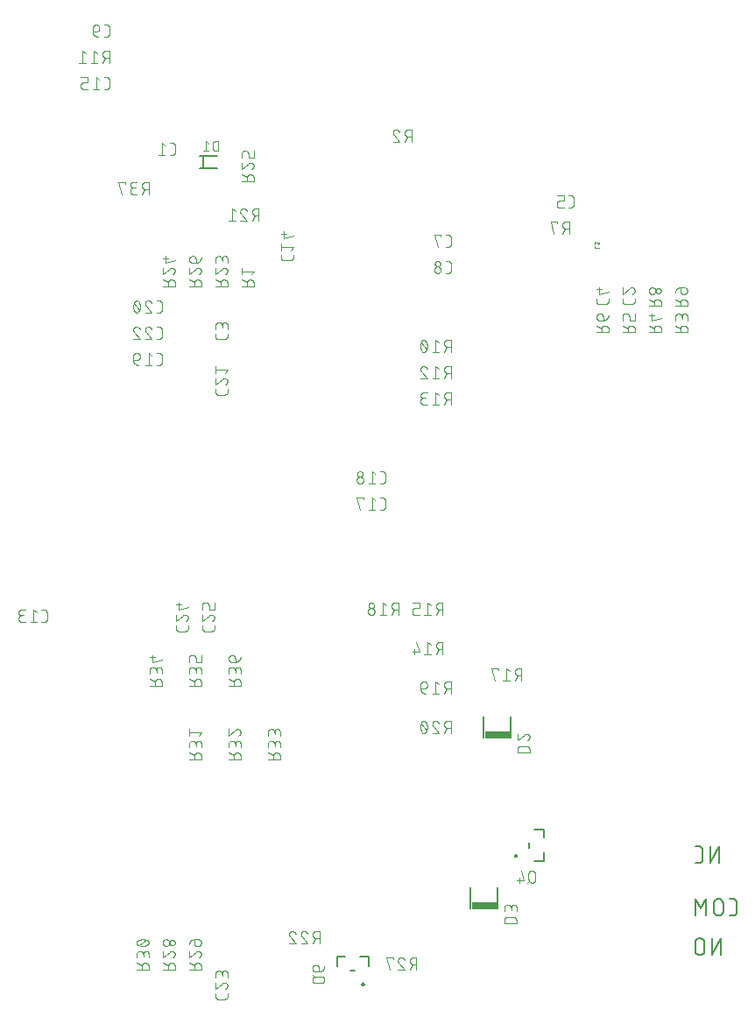
<source format=gbr>
G04 EAGLE Gerber RS-274X export*
G75*
%MOMM*%
%FSLAX34Y34*%
%LPD*%
%INSilkscreen Bottom*%
%IPPOS*%
%AMOC8*
5,1,8,0,0,1.08239X$1,22.5*%
G01*
%ADD10C,0.152400*%
%ADD11C,0.101600*%
%ADD12C,0.127000*%
%ADD13C,0.076200*%
%ADD14C,0.203200*%
%ADD15R,2.450000X0.675000*%
%ADD16C,0.050800*%
%ADD17C,0.200000*%


D10*
X935431Y109982D02*
X939044Y109982D01*
X939162Y109984D01*
X939280Y109990D01*
X939398Y109999D01*
X939515Y110013D01*
X939632Y110030D01*
X939749Y110051D01*
X939864Y110076D01*
X939979Y110105D01*
X940093Y110138D01*
X940205Y110174D01*
X940316Y110214D01*
X940426Y110257D01*
X940535Y110304D01*
X940642Y110354D01*
X940747Y110409D01*
X940850Y110466D01*
X940951Y110527D01*
X941051Y110591D01*
X941148Y110658D01*
X941243Y110728D01*
X941335Y110802D01*
X941426Y110878D01*
X941513Y110958D01*
X941598Y111040D01*
X941680Y111125D01*
X941760Y111212D01*
X941836Y111303D01*
X941910Y111395D01*
X941980Y111490D01*
X942047Y111587D01*
X942111Y111687D01*
X942172Y111788D01*
X942229Y111891D01*
X942284Y111996D01*
X942334Y112103D01*
X942381Y112212D01*
X942424Y112322D01*
X942464Y112433D01*
X942500Y112545D01*
X942533Y112659D01*
X942562Y112774D01*
X942587Y112889D01*
X942608Y113006D01*
X942625Y113123D01*
X942639Y113240D01*
X942648Y113358D01*
X942654Y113476D01*
X942656Y113594D01*
X942656Y122626D01*
X942654Y122744D01*
X942648Y122862D01*
X942639Y122980D01*
X942625Y123097D01*
X942608Y123214D01*
X942587Y123331D01*
X942562Y123446D01*
X942533Y123561D01*
X942500Y123675D01*
X942464Y123787D01*
X942424Y123898D01*
X942381Y124008D01*
X942334Y124117D01*
X942284Y124224D01*
X942229Y124329D01*
X942172Y124432D01*
X942111Y124533D01*
X942047Y124633D01*
X941980Y124730D01*
X941910Y124825D01*
X941836Y124917D01*
X941760Y125008D01*
X941680Y125095D01*
X941598Y125180D01*
X941513Y125262D01*
X941426Y125342D01*
X941335Y125418D01*
X941243Y125492D01*
X941148Y125562D01*
X941051Y125629D01*
X940951Y125693D01*
X940850Y125754D01*
X940747Y125811D01*
X940642Y125866D01*
X940535Y125916D01*
X940426Y125963D01*
X940316Y126006D01*
X940205Y126046D01*
X940093Y126082D01*
X939979Y126115D01*
X939864Y126144D01*
X939749Y126169D01*
X939632Y126190D01*
X939515Y126207D01*
X939398Y126221D01*
X939280Y126230D01*
X939162Y126236D01*
X939044Y126238D01*
X935431Y126238D01*
X929591Y121722D02*
X929591Y114498D01*
X929591Y121722D02*
X929589Y121855D01*
X929583Y121987D01*
X929573Y122119D01*
X929560Y122251D01*
X929542Y122383D01*
X929521Y122513D01*
X929496Y122644D01*
X929467Y122773D01*
X929434Y122901D01*
X929398Y123029D01*
X929358Y123155D01*
X929314Y123280D01*
X929266Y123404D01*
X929215Y123526D01*
X929160Y123647D01*
X929102Y123766D01*
X929040Y123884D01*
X928975Y123999D01*
X928906Y124113D01*
X928835Y124224D01*
X928759Y124333D01*
X928681Y124440D01*
X928600Y124545D01*
X928515Y124647D01*
X928428Y124747D01*
X928338Y124844D01*
X928245Y124939D01*
X928149Y125030D01*
X928051Y125119D01*
X927950Y125205D01*
X927846Y125288D01*
X927740Y125368D01*
X927632Y125444D01*
X927522Y125518D01*
X927409Y125588D01*
X927295Y125655D01*
X927178Y125718D01*
X927060Y125778D01*
X926940Y125835D01*
X926818Y125888D01*
X926695Y125937D01*
X926571Y125983D01*
X926445Y126025D01*
X926318Y126063D01*
X926190Y126098D01*
X926061Y126129D01*
X925932Y126156D01*
X925801Y126179D01*
X925670Y126199D01*
X925538Y126214D01*
X925406Y126226D01*
X925274Y126234D01*
X925141Y126238D01*
X925009Y126238D01*
X924876Y126234D01*
X924744Y126226D01*
X924612Y126214D01*
X924480Y126199D01*
X924349Y126179D01*
X924218Y126156D01*
X924089Y126129D01*
X923960Y126098D01*
X923832Y126063D01*
X923705Y126025D01*
X923579Y125983D01*
X923455Y125937D01*
X923332Y125888D01*
X923210Y125835D01*
X923090Y125778D01*
X922972Y125718D01*
X922855Y125655D01*
X922741Y125588D01*
X922628Y125518D01*
X922518Y125444D01*
X922410Y125368D01*
X922304Y125288D01*
X922200Y125205D01*
X922099Y125119D01*
X922001Y125030D01*
X921905Y124939D01*
X921812Y124844D01*
X921722Y124747D01*
X921635Y124647D01*
X921550Y124545D01*
X921469Y124440D01*
X921391Y124333D01*
X921315Y124224D01*
X921244Y124113D01*
X921175Y123999D01*
X921110Y123884D01*
X921048Y123766D01*
X920990Y123647D01*
X920935Y123526D01*
X920884Y123404D01*
X920836Y123280D01*
X920792Y123155D01*
X920752Y123029D01*
X920716Y122901D01*
X920683Y122773D01*
X920654Y122644D01*
X920629Y122513D01*
X920608Y122383D01*
X920590Y122251D01*
X920577Y122119D01*
X920567Y121987D01*
X920561Y121855D01*
X920559Y121722D01*
X920559Y114498D01*
X920561Y114365D01*
X920567Y114233D01*
X920577Y114101D01*
X920590Y113969D01*
X920608Y113837D01*
X920629Y113707D01*
X920654Y113576D01*
X920683Y113447D01*
X920716Y113319D01*
X920752Y113191D01*
X920792Y113065D01*
X920836Y112940D01*
X920884Y112816D01*
X920935Y112694D01*
X920990Y112573D01*
X921048Y112454D01*
X921110Y112336D01*
X921175Y112221D01*
X921244Y112107D01*
X921315Y111996D01*
X921391Y111887D01*
X921469Y111780D01*
X921550Y111675D01*
X921635Y111573D01*
X921722Y111473D01*
X921812Y111376D01*
X921905Y111281D01*
X922001Y111190D01*
X922099Y111101D01*
X922200Y111015D01*
X922304Y110932D01*
X922410Y110852D01*
X922518Y110776D01*
X922628Y110702D01*
X922741Y110632D01*
X922855Y110565D01*
X922972Y110502D01*
X923090Y110442D01*
X923210Y110385D01*
X923332Y110332D01*
X923455Y110283D01*
X923579Y110237D01*
X923705Y110195D01*
X923832Y110157D01*
X923960Y110122D01*
X924089Y110091D01*
X924218Y110064D01*
X924349Y110041D01*
X924480Y110021D01*
X924612Y110006D01*
X924744Y109994D01*
X924876Y109986D01*
X925009Y109982D01*
X925141Y109982D01*
X925274Y109986D01*
X925406Y109994D01*
X925538Y110006D01*
X925670Y110021D01*
X925801Y110041D01*
X925932Y110064D01*
X926061Y110091D01*
X926190Y110122D01*
X926318Y110157D01*
X926445Y110195D01*
X926571Y110237D01*
X926695Y110283D01*
X926818Y110332D01*
X926940Y110385D01*
X927060Y110442D01*
X927178Y110502D01*
X927295Y110565D01*
X927409Y110632D01*
X927522Y110702D01*
X927632Y110776D01*
X927740Y110852D01*
X927846Y110932D01*
X927950Y111015D01*
X928051Y111101D01*
X928149Y111190D01*
X928245Y111281D01*
X928338Y111376D01*
X928428Y111473D01*
X928515Y111573D01*
X928600Y111675D01*
X928681Y111780D01*
X928759Y111887D01*
X928835Y111996D01*
X928906Y112107D01*
X928975Y112221D01*
X929040Y112336D01*
X929102Y112454D01*
X929160Y112573D01*
X929215Y112694D01*
X929266Y112816D01*
X929314Y112940D01*
X929358Y113065D01*
X929398Y113191D01*
X929434Y113319D01*
X929467Y113447D01*
X929496Y113576D01*
X929521Y113707D01*
X929542Y113837D01*
X929560Y113969D01*
X929573Y114101D01*
X929583Y114233D01*
X929589Y114365D01*
X929591Y114498D01*
X913299Y109982D02*
X913299Y126238D01*
X907881Y117207D01*
X902462Y126238D01*
X902462Y109982D01*
X925800Y160782D02*
X925800Y177038D01*
X916769Y160782D01*
X916769Y177038D01*
X906074Y160782D02*
X902462Y160782D01*
X906074Y160782D02*
X906192Y160784D01*
X906310Y160790D01*
X906428Y160799D01*
X906545Y160813D01*
X906662Y160830D01*
X906779Y160851D01*
X906894Y160876D01*
X907009Y160905D01*
X907123Y160938D01*
X907235Y160974D01*
X907346Y161014D01*
X907456Y161057D01*
X907565Y161104D01*
X907672Y161154D01*
X907777Y161209D01*
X907880Y161266D01*
X907981Y161327D01*
X908081Y161391D01*
X908178Y161458D01*
X908273Y161528D01*
X908365Y161602D01*
X908456Y161678D01*
X908543Y161758D01*
X908628Y161840D01*
X908710Y161925D01*
X908790Y162012D01*
X908866Y162103D01*
X908940Y162195D01*
X909010Y162290D01*
X909077Y162387D01*
X909141Y162487D01*
X909202Y162588D01*
X909259Y162691D01*
X909314Y162796D01*
X909364Y162903D01*
X909411Y163012D01*
X909454Y163122D01*
X909494Y163233D01*
X909530Y163345D01*
X909563Y163459D01*
X909592Y163574D01*
X909617Y163689D01*
X909638Y163806D01*
X909655Y163923D01*
X909669Y164040D01*
X909678Y164158D01*
X909684Y164276D01*
X909686Y164394D01*
X909687Y164394D02*
X909687Y173426D01*
X909686Y173426D02*
X909684Y173544D01*
X909678Y173662D01*
X909669Y173780D01*
X909655Y173897D01*
X909638Y174014D01*
X909617Y174131D01*
X909592Y174246D01*
X909563Y174361D01*
X909530Y174475D01*
X909494Y174587D01*
X909454Y174698D01*
X909411Y174808D01*
X909364Y174917D01*
X909314Y175024D01*
X909259Y175129D01*
X909202Y175232D01*
X909141Y175333D01*
X909077Y175433D01*
X909010Y175530D01*
X908940Y175625D01*
X908866Y175717D01*
X908790Y175808D01*
X908710Y175895D01*
X908628Y175980D01*
X908543Y176062D01*
X908456Y176142D01*
X908365Y176218D01*
X908273Y176292D01*
X908178Y176362D01*
X908081Y176429D01*
X907981Y176493D01*
X907880Y176554D01*
X907777Y176611D01*
X907672Y176666D01*
X907565Y176716D01*
X907456Y176763D01*
X907346Y176806D01*
X907235Y176846D01*
X907123Y176882D01*
X907009Y176915D01*
X906894Y176944D01*
X906779Y176969D01*
X906662Y176990D01*
X906545Y177007D01*
X906428Y177021D01*
X906310Y177030D01*
X906192Y177036D01*
X906074Y177038D01*
X902462Y177038D01*
X927645Y88138D02*
X927645Y71882D01*
X918614Y71882D02*
X927645Y88138D01*
X918614Y88138D02*
X918614Y71882D01*
X911493Y76398D02*
X911493Y83622D01*
X911494Y83622D02*
X911492Y83755D01*
X911486Y83887D01*
X911476Y84019D01*
X911463Y84151D01*
X911445Y84283D01*
X911424Y84413D01*
X911399Y84544D01*
X911370Y84673D01*
X911337Y84801D01*
X911301Y84929D01*
X911261Y85055D01*
X911217Y85180D01*
X911169Y85304D01*
X911118Y85426D01*
X911063Y85547D01*
X911005Y85666D01*
X910943Y85784D01*
X910878Y85899D01*
X910809Y86013D01*
X910738Y86124D01*
X910662Y86233D01*
X910584Y86340D01*
X910503Y86445D01*
X910418Y86547D01*
X910331Y86647D01*
X910241Y86744D01*
X910148Y86839D01*
X910052Y86930D01*
X909954Y87019D01*
X909853Y87105D01*
X909749Y87188D01*
X909643Y87268D01*
X909535Y87344D01*
X909425Y87418D01*
X909312Y87488D01*
X909198Y87555D01*
X909081Y87618D01*
X908963Y87678D01*
X908843Y87735D01*
X908721Y87788D01*
X908598Y87837D01*
X908474Y87883D01*
X908348Y87925D01*
X908221Y87963D01*
X908093Y87998D01*
X907964Y88029D01*
X907835Y88056D01*
X907704Y88079D01*
X907573Y88099D01*
X907441Y88114D01*
X907309Y88126D01*
X907177Y88134D01*
X907044Y88138D01*
X906912Y88138D01*
X906779Y88134D01*
X906647Y88126D01*
X906515Y88114D01*
X906383Y88099D01*
X906252Y88079D01*
X906121Y88056D01*
X905992Y88029D01*
X905863Y87998D01*
X905735Y87963D01*
X905608Y87925D01*
X905482Y87883D01*
X905358Y87837D01*
X905235Y87788D01*
X905113Y87735D01*
X904993Y87678D01*
X904875Y87618D01*
X904758Y87555D01*
X904644Y87488D01*
X904531Y87418D01*
X904421Y87344D01*
X904313Y87268D01*
X904207Y87188D01*
X904103Y87105D01*
X904002Y87019D01*
X903904Y86930D01*
X903808Y86839D01*
X903715Y86744D01*
X903625Y86647D01*
X903538Y86547D01*
X903453Y86445D01*
X903372Y86340D01*
X903294Y86233D01*
X903218Y86124D01*
X903147Y86013D01*
X903078Y85899D01*
X903013Y85784D01*
X902951Y85666D01*
X902893Y85547D01*
X902838Y85426D01*
X902787Y85304D01*
X902739Y85180D01*
X902695Y85055D01*
X902655Y84929D01*
X902619Y84801D01*
X902586Y84673D01*
X902557Y84544D01*
X902532Y84413D01*
X902511Y84283D01*
X902493Y84151D01*
X902480Y84019D01*
X902470Y83887D01*
X902464Y83755D01*
X902462Y83622D01*
X902462Y76398D01*
X902464Y76265D01*
X902470Y76133D01*
X902480Y76001D01*
X902493Y75869D01*
X902511Y75737D01*
X902532Y75607D01*
X902557Y75476D01*
X902586Y75347D01*
X902619Y75219D01*
X902655Y75091D01*
X902695Y74965D01*
X902739Y74840D01*
X902787Y74716D01*
X902838Y74594D01*
X902893Y74473D01*
X902951Y74354D01*
X903013Y74236D01*
X903078Y74121D01*
X903147Y74007D01*
X903218Y73896D01*
X903294Y73787D01*
X903372Y73680D01*
X903453Y73575D01*
X903538Y73473D01*
X903625Y73373D01*
X903715Y73276D01*
X903808Y73181D01*
X903904Y73090D01*
X904002Y73001D01*
X904103Y72915D01*
X904207Y72832D01*
X904313Y72752D01*
X904421Y72676D01*
X904531Y72602D01*
X904644Y72532D01*
X904758Y72465D01*
X904875Y72402D01*
X904993Y72342D01*
X905113Y72285D01*
X905235Y72232D01*
X905358Y72183D01*
X905482Y72137D01*
X905608Y72095D01*
X905735Y72057D01*
X905863Y72022D01*
X905992Y71991D01*
X906121Y71964D01*
X906252Y71941D01*
X906383Y71921D01*
X906515Y71906D01*
X906647Y71894D01*
X906779Y71886D01*
X906912Y71882D01*
X907044Y71882D01*
X907177Y71886D01*
X907309Y71894D01*
X907441Y71906D01*
X907573Y71921D01*
X907704Y71941D01*
X907835Y71964D01*
X907964Y71991D01*
X908093Y72022D01*
X908221Y72057D01*
X908348Y72095D01*
X908474Y72137D01*
X908598Y72183D01*
X908721Y72232D01*
X908843Y72285D01*
X908963Y72342D01*
X909081Y72402D01*
X909198Y72465D01*
X909312Y72532D01*
X909425Y72602D01*
X909535Y72676D01*
X909643Y72752D01*
X909749Y72832D01*
X909853Y72915D01*
X909954Y73001D01*
X910052Y73090D01*
X910148Y73181D01*
X910241Y73276D01*
X910331Y73373D01*
X910418Y73473D01*
X910503Y73575D01*
X910584Y73680D01*
X910662Y73787D01*
X910738Y73896D01*
X910809Y74007D01*
X910878Y74121D01*
X910943Y74236D01*
X911005Y74354D01*
X911063Y74473D01*
X911118Y74594D01*
X911169Y74716D01*
X911217Y74840D01*
X911261Y74965D01*
X911301Y75091D01*
X911337Y75219D01*
X911370Y75347D01*
X911399Y75476D01*
X911424Y75607D01*
X911445Y75737D01*
X911463Y75869D01*
X911476Y76001D01*
X911486Y76133D01*
X911492Y76265D01*
X911494Y76398D01*
D11*
X396946Y845058D02*
X394349Y845058D01*
X396946Y845058D02*
X397045Y845060D01*
X397145Y845066D01*
X397244Y845075D01*
X397342Y845088D01*
X397440Y845105D01*
X397538Y845126D01*
X397634Y845151D01*
X397729Y845179D01*
X397823Y845211D01*
X397916Y845246D01*
X398008Y845285D01*
X398098Y845328D01*
X398186Y845373D01*
X398273Y845423D01*
X398357Y845475D01*
X398440Y845531D01*
X398520Y845589D01*
X398598Y845651D01*
X398673Y845716D01*
X398746Y845784D01*
X398816Y845854D01*
X398884Y845927D01*
X398949Y846002D01*
X399011Y846080D01*
X399069Y846160D01*
X399125Y846243D01*
X399177Y846327D01*
X399227Y846414D01*
X399272Y846502D01*
X399315Y846592D01*
X399354Y846684D01*
X399389Y846777D01*
X399421Y846871D01*
X399449Y846966D01*
X399474Y847062D01*
X399495Y847160D01*
X399512Y847258D01*
X399525Y847356D01*
X399534Y847455D01*
X399540Y847555D01*
X399542Y847654D01*
X399542Y854146D01*
X399540Y854245D01*
X399534Y854345D01*
X399525Y854444D01*
X399512Y854542D01*
X399495Y854640D01*
X399474Y854738D01*
X399449Y854834D01*
X399421Y854929D01*
X399389Y855023D01*
X399354Y855116D01*
X399315Y855208D01*
X399272Y855298D01*
X399227Y855386D01*
X399177Y855473D01*
X399125Y855557D01*
X399069Y855640D01*
X399011Y855720D01*
X398949Y855798D01*
X398884Y855873D01*
X398816Y855946D01*
X398746Y856016D01*
X398673Y856084D01*
X398598Y856149D01*
X398520Y856211D01*
X398440Y856269D01*
X398357Y856325D01*
X398273Y856377D01*
X398186Y856427D01*
X398098Y856472D01*
X398008Y856515D01*
X397916Y856554D01*
X397823Y856589D01*
X397729Y856621D01*
X397634Y856649D01*
X397538Y856674D01*
X397440Y856695D01*
X397342Y856712D01*
X397244Y856725D01*
X397145Y856734D01*
X397045Y856740D01*
X396946Y856742D01*
X394349Y856742D01*
X389984Y854146D02*
X386738Y856742D01*
X386738Y845058D01*
X383493Y845058D02*
X389984Y845058D01*
X273296Y393608D02*
X270699Y393608D01*
X273296Y393608D02*
X273395Y393610D01*
X273495Y393616D01*
X273594Y393625D01*
X273692Y393638D01*
X273790Y393655D01*
X273888Y393676D01*
X273984Y393701D01*
X274079Y393729D01*
X274173Y393761D01*
X274266Y393796D01*
X274358Y393835D01*
X274448Y393878D01*
X274536Y393923D01*
X274623Y393973D01*
X274707Y394025D01*
X274790Y394081D01*
X274870Y394139D01*
X274948Y394201D01*
X275023Y394266D01*
X275096Y394334D01*
X275166Y394404D01*
X275234Y394477D01*
X275299Y394552D01*
X275361Y394630D01*
X275419Y394710D01*
X275475Y394793D01*
X275527Y394877D01*
X275577Y394964D01*
X275622Y395052D01*
X275665Y395142D01*
X275704Y395234D01*
X275739Y395327D01*
X275771Y395421D01*
X275799Y395516D01*
X275824Y395612D01*
X275845Y395710D01*
X275862Y395808D01*
X275875Y395906D01*
X275884Y396005D01*
X275890Y396105D01*
X275892Y396204D01*
X275892Y402696D01*
X275890Y402795D01*
X275884Y402895D01*
X275875Y402994D01*
X275862Y403092D01*
X275845Y403190D01*
X275824Y403288D01*
X275799Y403384D01*
X275771Y403479D01*
X275739Y403573D01*
X275704Y403666D01*
X275665Y403758D01*
X275622Y403848D01*
X275577Y403936D01*
X275527Y404023D01*
X275475Y404107D01*
X275419Y404190D01*
X275361Y404270D01*
X275299Y404348D01*
X275234Y404423D01*
X275166Y404496D01*
X275096Y404566D01*
X275023Y404634D01*
X274948Y404699D01*
X274870Y404761D01*
X274790Y404819D01*
X274707Y404875D01*
X274623Y404927D01*
X274536Y404977D01*
X274448Y405022D01*
X274358Y405065D01*
X274266Y405104D01*
X274173Y405139D01*
X274079Y405171D01*
X273984Y405199D01*
X273888Y405224D01*
X273790Y405245D01*
X273692Y405262D01*
X273594Y405275D01*
X273495Y405284D01*
X273395Y405290D01*
X273296Y405292D01*
X270699Y405292D01*
X266334Y402696D02*
X263088Y405292D01*
X263088Y393608D01*
X259843Y393608D02*
X266334Y393608D01*
X254904Y393608D02*
X251658Y393608D01*
X251545Y393610D01*
X251432Y393616D01*
X251319Y393626D01*
X251206Y393640D01*
X251094Y393657D01*
X250983Y393679D01*
X250873Y393704D01*
X250763Y393734D01*
X250655Y393767D01*
X250548Y393804D01*
X250442Y393844D01*
X250338Y393889D01*
X250235Y393937D01*
X250134Y393988D01*
X250035Y394043D01*
X249938Y394101D01*
X249843Y394163D01*
X249750Y394228D01*
X249660Y394296D01*
X249572Y394367D01*
X249486Y394442D01*
X249403Y394519D01*
X249323Y394599D01*
X249246Y394682D01*
X249171Y394768D01*
X249100Y394856D01*
X249032Y394946D01*
X248967Y395039D01*
X248905Y395134D01*
X248847Y395231D01*
X248792Y395330D01*
X248741Y395431D01*
X248693Y395534D01*
X248648Y395638D01*
X248608Y395744D01*
X248571Y395851D01*
X248538Y395959D01*
X248508Y396069D01*
X248483Y396179D01*
X248461Y396290D01*
X248444Y396402D01*
X248430Y396515D01*
X248420Y396628D01*
X248414Y396741D01*
X248412Y396854D01*
X248414Y396967D01*
X248420Y397080D01*
X248430Y397193D01*
X248444Y397306D01*
X248461Y397418D01*
X248483Y397529D01*
X248508Y397639D01*
X248538Y397749D01*
X248571Y397857D01*
X248608Y397964D01*
X248648Y398070D01*
X248693Y398174D01*
X248741Y398277D01*
X248792Y398378D01*
X248847Y398477D01*
X248905Y398574D01*
X248967Y398669D01*
X249032Y398762D01*
X249100Y398852D01*
X249171Y398940D01*
X249246Y399026D01*
X249323Y399109D01*
X249403Y399189D01*
X249486Y399266D01*
X249572Y399341D01*
X249660Y399412D01*
X249750Y399480D01*
X249843Y399545D01*
X249938Y399607D01*
X250035Y399665D01*
X250134Y399720D01*
X250235Y399771D01*
X250338Y399819D01*
X250442Y399864D01*
X250548Y399904D01*
X250655Y399941D01*
X250763Y399974D01*
X250873Y400004D01*
X250983Y400029D01*
X251094Y400051D01*
X251206Y400068D01*
X251319Y400082D01*
X251432Y400092D01*
X251545Y400098D01*
X251658Y400100D01*
X251009Y405292D02*
X254904Y405292D01*
X251009Y405292D02*
X250908Y405290D01*
X250808Y405284D01*
X250708Y405274D01*
X250608Y405261D01*
X250509Y405243D01*
X250410Y405222D01*
X250313Y405197D01*
X250216Y405168D01*
X250121Y405135D01*
X250027Y405099D01*
X249935Y405059D01*
X249844Y405016D01*
X249755Y404969D01*
X249668Y404919D01*
X249582Y404865D01*
X249499Y404808D01*
X249419Y404748D01*
X249340Y404685D01*
X249264Y404618D01*
X249191Y404549D01*
X249121Y404477D01*
X249053Y404403D01*
X248988Y404326D01*
X248927Y404246D01*
X248868Y404164D01*
X248813Y404080D01*
X248761Y403994D01*
X248712Y403906D01*
X248667Y403816D01*
X248625Y403724D01*
X248587Y403631D01*
X248553Y403536D01*
X248522Y403441D01*
X248495Y403344D01*
X248472Y403246D01*
X248452Y403147D01*
X248437Y403047D01*
X248425Y402947D01*
X248417Y402847D01*
X248413Y402746D01*
X248413Y402646D01*
X248417Y402545D01*
X248425Y402445D01*
X248437Y402345D01*
X248452Y402245D01*
X248472Y402146D01*
X248495Y402048D01*
X248522Y401951D01*
X248553Y401856D01*
X248587Y401761D01*
X248625Y401668D01*
X248667Y401576D01*
X248712Y401486D01*
X248761Y401398D01*
X248813Y401312D01*
X248868Y401228D01*
X248927Y401146D01*
X248988Y401066D01*
X249053Y400989D01*
X249121Y400915D01*
X249191Y400843D01*
X249264Y400774D01*
X249340Y400707D01*
X249419Y400644D01*
X249499Y400584D01*
X249582Y400527D01*
X249668Y400473D01*
X249755Y400423D01*
X249844Y400376D01*
X249935Y400333D01*
X250027Y400293D01*
X250121Y400257D01*
X250216Y400224D01*
X250313Y400195D01*
X250410Y400170D01*
X250509Y400149D01*
X250608Y400131D01*
X250708Y400118D01*
X250808Y400108D01*
X250908Y400102D01*
X251009Y400100D01*
X251009Y400099D02*
X253606Y400099D01*
X502158Y746054D02*
X502158Y748651D01*
X502158Y746054D02*
X502160Y745955D01*
X502166Y745855D01*
X502175Y745756D01*
X502188Y745658D01*
X502205Y745560D01*
X502226Y745462D01*
X502251Y745366D01*
X502279Y745271D01*
X502311Y745177D01*
X502346Y745084D01*
X502385Y744992D01*
X502428Y744902D01*
X502473Y744814D01*
X502523Y744727D01*
X502575Y744643D01*
X502631Y744560D01*
X502689Y744480D01*
X502751Y744402D01*
X502816Y744327D01*
X502884Y744254D01*
X502954Y744184D01*
X503027Y744116D01*
X503102Y744051D01*
X503180Y743989D01*
X503260Y743931D01*
X503343Y743875D01*
X503427Y743823D01*
X503514Y743773D01*
X503602Y743728D01*
X503692Y743685D01*
X503784Y743646D01*
X503877Y743611D01*
X503971Y743579D01*
X504066Y743551D01*
X504162Y743526D01*
X504260Y743505D01*
X504358Y743488D01*
X504456Y743475D01*
X504555Y743466D01*
X504655Y743460D01*
X504754Y743458D01*
X511246Y743458D01*
X511345Y743460D01*
X511445Y743466D01*
X511544Y743475D01*
X511642Y743488D01*
X511740Y743505D01*
X511838Y743526D01*
X511934Y743551D01*
X512029Y743579D01*
X512123Y743611D01*
X512216Y743646D01*
X512308Y743685D01*
X512398Y743728D01*
X512486Y743773D01*
X512573Y743823D01*
X512657Y743875D01*
X512740Y743931D01*
X512820Y743989D01*
X512898Y744051D01*
X512973Y744116D01*
X513046Y744184D01*
X513116Y744254D01*
X513184Y744327D01*
X513249Y744402D01*
X513311Y744480D01*
X513369Y744560D01*
X513425Y744643D01*
X513477Y744727D01*
X513527Y744814D01*
X513572Y744902D01*
X513615Y744992D01*
X513654Y745084D01*
X513689Y745176D01*
X513721Y745271D01*
X513749Y745366D01*
X513774Y745462D01*
X513795Y745560D01*
X513812Y745658D01*
X513825Y745756D01*
X513834Y745855D01*
X513840Y745955D01*
X513842Y746054D01*
X513842Y748651D01*
X511246Y753016D02*
X513842Y756262D01*
X502158Y756262D01*
X502158Y759507D02*
X502158Y753016D01*
X504754Y764446D02*
X513842Y767043D01*
X504754Y764446D02*
X504754Y770937D01*
X507351Y768990D02*
X502158Y768990D01*
X333446Y908558D02*
X330849Y908558D01*
X333446Y908558D02*
X333545Y908560D01*
X333645Y908566D01*
X333744Y908575D01*
X333842Y908588D01*
X333940Y908605D01*
X334038Y908626D01*
X334134Y908651D01*
X334229Y908679D01*
X334323Y908711D01*
X334416Y908746D01*
X334508Y908785D01*
X334598Y908828D01*
X334686Y908873D01*
X334773Y908923D01*
X334857Y908975D01*
X334940Y909031D01*
X335020Y909089D01*
X335098Y909151D01*
X335173Y909216D01*
X335246Y909284D01*
X335316Y909354D01*
X335384Y909427D01*
X335449Y909502D01*
X335511Y909580D01*
X335569Y909660D01*
X335625Y909743D01*
X335677Y909827D01*
X335727Y909914D01*
X335772Y910002D01*
X335815Y910092D01*
X335854Y910184D01*
X335889Y910277D01*
X335921Y910371D01*
X335949Y910466D01*
X335974Y910562D01*
X335995Y910660D01*
X336012Y910758D01*
X336025Y910856D01*
X336034Y910955D01*
X336040Y911055D01*
X336042Y911154D01*
X336042Y917646D01*
X336040Y917745D01*
X336034Y917845D01*
X336025Y917944D01*
X336012Y918042D01*
X335995Y918140D01*
X335974Y918238D01*
X335949Y918334D01*
X335921Y918429D01*
X335889Y918523D01*
X335854Y918616D01*
X335815Y918708D01*
X335772Y918798D01*
X335727Y918886D01*
X335677Y918973D01*
X335625Y919057D01*
X335569Y919140D01*
X335511Y919220D01*
X335449Y919298D01*
X335384Y919373D01*
X335316Y919446D01*
X335246Y919516D01*
X335173Y919584D01*
X335098Y919649D01*
X335020Y919711D01*
X334940Y919769D01*
X334857Y919825D01*
X334773Y919877D01*
X334686Y919927D01*
X334598Y919972D01*
X334508Y920015D01*
X334416Y920054D01*
X334323Y920089D01*
X334229Y920121D01*
X334134Y920149D01*
X334038Y920174D01*
X333940Y920195D01*
X333842Y920212D01*
X333744Y920225D01*
X333645Y920234D01*
X333545Y920240D01*
X333446Y920242D01*
X330849Y920242D01*
X326484Y917646D02*
X323238Y920242D01*
X323238Y908558D01*
X319993Y908558D02*
X326484Y908558D01*
X315054Y908558D02*
X311159Y908558D01*
X311060Y908560D01*
X310960Y908566D01*
X310861Y908575D01*
X310763Y908588D01*
X310665Y908605D01*
X310567Y908626D01*
X310471Y908651D01*
X310376Y908679D01*
X310282Y908711D01*
X310189Y908746D01*
X310097Y908785D01*
X310007Y908828D01*
X309919Y908873D01*
X309832Y908923D01*
X309748Y908975D01*
X309665Y909031D01*
X309585Y909089D01*
X309507Y909151D01*
X309432Y909216D01*
X309359Y909284D01*
X309289Y909354D01*
X309221Y909427D01*
X309156Y909502D01*
X309094Y909580D01*
X309036Y909660D01*
X308980Y909743D01*
X308928Y909827D01*
X308878Y909914D01*
X308833Y910002D01*
X308790Y910092D01*
X308751Y910184D01*
X308716Y910277D01*
X308684Y910371D01*
X308656Y910466D01*
X308631Y910562D01*
X308610Y910660D01*
X308593Y910758D01*
X308580Y910856D01*
X308571Y910955D01*
X308565Y911055D01*
X308563Y911154D01*
X308563Y912453D01*
X308565Y912552D01*
X308571Y912652D01*
X308580Y912751D01*
X308593Y912849D01*
X308610Y912947D01*
X308631Y913045D01*
X308656Y913141D01*
X308684Y913236D01*
X308716Y913330D01*
X308751Y913423D01*
X308790Y913515D01*
X308833Y913605D01*
X308878Y913693D01*
X308928Y913780D01*
X308980Y913864D01*
X309036Y913947D01*
X309094Y914027D01*
X309156Y914105D01*
X309221Y914180D01*
X309289Y914253D01*
X309359Y914323D01*
X309432Y914391D01*
X309507Y914456D01*
X309585Y914518D01*
X309665Y914576D01*
X309748Y914632D01*
X309832Y914684D01*
X309919Y914734D01*
X310007Y914779D01*
X310097Y914822D01*
X310189Y914861D01*
X310282Y914896D01*
X310376Y914928D01*
X310471Y914956D01*
X310567Y914981D01*
X310665Y915002D01*
X310763Y915019D01*
X310861Y915032D01*
X310960Y915041D01*
X311060Y915047D01*
X311159Y915049D01*
X315054Y915049D01*
X315054Y920242D01*
X308563Y920242D01*
X597549Y502158D02*
X600146Y502158D01*
X600245Y502160D01*
X600345Y502166D01*
X600444Y502175D01*
X600542Y502188D01*
X600640Y502205D01*
X600738Y502226D01*
X600834Y502251D01*
X600929Y502279D01*
X601023Y502311D01*
X601116Y502346D01*
X601208Y502385D01*
X601298Y502428D01*
X601386Y502473D01*
X601473Y502523D01*
X601557Y502575D01*
X601640Y502631D01*
X601720Y502689D01*
X601798Y502751D01*
X601873Y502816D01*
X601946Y502884D01*
X602016Y502954D01*
X602084Y503027D01*
X602149Y503102D01*
X602211Y503180D01*
X602269Y503260D01*
X602325Y503343D01*
X602377Y503427D01*
X602427Y503514D01*
X602472Y503602D01*
X602515Y503692D01*
X602554Y503784D01*
X602589Y503877D01*
X602621Y503971D01*
X602649Y504066D01*
X602674Y504162D01*
X602695Y504260D01*
X602712Y504358D01*
X602725Y504456D01*
X602734Y504555D01*
X602740Y504655D01*
X602742Y504754D01*
X602742Y511246D01*
X602740Y511345D01*
X602734Y511445D01*
X602725Y511544D01*
X602712Y511642D01*
X602695Y511740D01*
X602674Y511838D01*
X602649Y511934D01*
X602621Y512029D01*
X602589Y512123D01*
X602554Y512216D01*
X602515Y512308D01*
X602472Y512398D01*
X602427Y512486D01*
X602377Y512573D01*
X602325Y512657D01*
X602269Y512740D01*
X602211Y512820D01*
X602149Y512898D01*
X602084Y512973D01*
X602016Y513046D01*
X601946Y513116D01*
X601873Y513184D01*
X601798Y513249D01*
X601720Y513311D01*
X601640Y513369D01*
X601557Y513425D01*
X601473Y513477D01*
X601386Y513527D01*
X601298Y513572D01*
X601208Y513615D01*
X601116Y513654D01*
X601023Y513689D01*
X600929Y513721D01*
X600834Y513749D01*
X600738Y513774D01*
X600640Y513795D01*
X600542Y513812D01*
X600444Y513825D01*
X600345Y513834D01*
X600245Y513840D01*
X600146Y513842D01*
X597549Y513842D01*
X593184Y511246D02*
X589938Y513842D01*
X589938Y502158D01*
X586693Y502158D02*
X593184Y502158D01*
X581754Y512544D02*
X581754Y513842D01*
X575263Y513842D01*
X578508Y502158D01*
X597549Y527558D02*
X600146Y527558D01*
X600245Y527560D01*
X600345Y527566D01*
X600444Y527575D01*
X600542Y527588D01*
X600640Y527605D01*
X600738Y527626D01*
X600834Y527651D01*
X600929Y527679D01*
X601023Y527711D01*
X601116Y527746D01*
X601208Y527785D01*
X601298Y527828D01*
X601386Y527873D01*
X601473Y527923D01*
X601557Y527975D01*
X601640Y528031D01*
X601720Y528089D01*
X601798Y528151D01*
X601873Y528216D01*
X601946Y528284D01*
X602016Y528354D01*
X602084Y528427D01*
X602149Y528502D01*
X602211Y528580D01*
X602269Y528660D01*
X602325Y528743D01*
X602377Y528827D01*
X602427Y528914D01*
X602472Y529002D01*
X602515Y529092D01*
X602554Y529184D01*
X602589Y529277D01*
X602621Y529371D01*
X602649Y529466D01*
X602674Y529562D01*
X602695Y529660D01*
X602712Y529758D01*
X602725Y529856D01*
X602734Y529955D01*
X602740Y530055D01*
X602742Y530154D01*
X602742Y536646D01*
X602740Y536745D01*
X602734Y536845D01*
X602725Y536944D01*
X602712Y537042D01*
X602695Y537140D01*
X602674Y537238D01*
X602649Y537334D01*
X602621Y537429D01*
X602589Y537523D01*
X602554Y537616D01*
X602515Y537708D01*
X602472Y537798D01*
X602427Y537886D01*
X602377Y537973D01*
X602325Y538057D01*
X602269Y538140D01*
X602211Y538220D01*
X602149Y538298D01*
X602084Y538373D01*
X602016Y538446D01*
X601946Y538516D01*
X601873Y538584D01*
X601798Y538649D01*
X601720Y538711D01*
X601640Y538769D01*
X601557Y538825D01*
X601473Y538877D01*
X601386Y538927D01*
X601298Y538972D01*
X601208Y539015D01*
X601116Y539054D01*
X601023Y539089D01*
X600929Y539121D01*
X600834Y539149D01*
X600738Y539174D01*
X600640Y539195D01*
X600542Y539212D01*
X600444Y539225D01*
X600345Y539234D01*
X600245Y539240D01*
X600146Y539242D01*
X597549Y539242D01*
X593184Y536646D02*
X589938Y539242D01*
X589938Y527558D01*
X586693Y527558D02*
X593184Y527558D01*
X581754Y530804D02*
X581752Y530917D01*
X581746Y531030D01*
X581736Y531143D01*
X581722Y531256D01*
X581705Y531368D01*
X581683Y531479D01*
X581658Y531589D01*
X581628Y531699D01*
X581595Y531807D01*
X581558Y531914D01*
X581518Y532020D01*
X581473Y532124D01*
X581425Y532227D01*
X581374Y532328D01*
X581319Y532427D01*
X581261Y532524D01*
X581199Y532619D01*
X581134Y532712D01*
X581066Y532802D01*
X580995Y532890D01*
X580920Y532976D01*
X580843Y533059D01*
X580763Y533139D01*
X580680Y533216D01*
X580594Y533291D01*
X580506Y533362D01*
X580416Y533430D01*
X580323Y533495D01*
X580228Y533557D01*
X580131Y533615D01*
X580032Y533670D01*
X579931Y533721D01*
X579828Y533769D01*
X579724Y533814D01*
X579618Y533854D01*
X579511Y533891D01*
X579403Y533924D01*
X579293Y533954D01*
X579183Y533979D01*
X579072Y534001D01*
X578960Y534018D01*
X578847Y534032D01*
X578734Y534042D01*
X578621Y534048D01*
X578508Y534050D01*
X578395Y534048D01*
X578282Y534042D01*
X578169Y534032D01*
X578056Y534018D01*
X577944Y534001D01*
X577833Y533979D01*
X577723Y533954D01*
X577613Y533924D01*
X577505Y533891D01*
X577398Y533854D01*
X577292Y533814D01*
X577188Y533769D01*
X577085Y533721D01*
X576984Y533670D01*
X576885Y533615D01*
X576788Y533557D01*
X576693Y533495D01*
X576600Y533430D01*
X576510Y533362D01*
X576422Y533291D01*
X576336Y533216D01*
X576253Y533139D01*
X576173Y533059D01*
X576096Y532976D01*
X576021Y532890D01*
X575950Y532802D01*
X575882Y532712D01*
X575817Y532619D01*
X575755Y532524D01*
X575697Y532427D01*
X575642Y532328D01*
X575591Y532227D01*
X575543Y532124D01*
X575498Y532020D01*
X575458Y531914D01*
X575421Y531807D01*
X575388Y531699D01*
X575358Y531589D01*
X575333Y531479D01*
X575311Y531368D01*
X575294Y531256D01*
X575280Y531143D01*
X575270Y531030D01*
X575264Y530917D01*
X575262Y530804D01*
X575264Y530691D01*
X575270Y530578D01*
X575280Y530465D01*
X575294Y530352D01*
X575311Y530240D01*
X575333Y530129D01*
X575358Y530019D01*
X575388Y529909D01*
X575421Y529801D01*
X575458Y529694D01*
X575498Y529588D01*
X575543Y529484D01*
X575591Y529381D01*
X575642Y529280D01*
X575697Y529181D01*
X575755Y529084D01*
X575817Y528989D01*
X575882Y528896D01*
X575950Y528806D01*
X576021Y528718D01*
X576096Y528632D01*
X576173Y528549D01*
X576253Y528469D01*
X576336Y528392D01*
X576422Y528317D01*
X576510Y528246D01*
X576600Y528178D01*
X576693Y528113D01*
X576788Y528051D01*
X576885Y527993D01*
X576984Y527938D01*
X577085Y527887D01*
X577188Y527839D01*
X577292Y527794D01*
X577398Y527754D01*
X577505Y527717D01*
X577613Y527684D01*
X577723Y527654D01*
X577833Y527629D01*
X577944Y527607D01*
X578056Y527590D01*
X578169Y527576D01*
X578282Y527566D01*
X578395Y527560D01*
X578508Y527558D01*
X578621Y527560D01*
X578734Y527566D01*
X578847Y527576D01*
X578960Y527590D01*
X579072Y527607D01*
X579183Y527629D01*
X579293Y527654D01*
X579403Y527684D01*
X579511Y527717D01*
X579618Y527754D01*
X579724Y527794D01*
X579828Y527839D01*
X579931Y527887D01*
X580032Y527938D01*
X580131Y527993D01*
X580228Y528051D01*
X580323Y528113D01*
X580416Y528178D01*
X580506Y528246D01*
X580594Y528317D01*
X580680Y528392D01*
X580763Y528469D01*
X580843Y528549D01*
X580920Y528632D01*
X580995Y528718D01*
X581066Y528806D01*
X581134Y528896D01*
X581199Y528989D01*
X581261Y529084D01*
X581319Y529181D01*
X581374Y529280D01*
X581425Y529381D01*
X581473Y529484D01*
X581518Y529588D01*
X581558Y529694D01*
X581595Y529801D01*
X581628Y529909D01*
X581658Y530019D01*
X581683Y530129D01*
X581705Y530240D01*
X581722Y530352D01*
X581736Y530465D01*
X581746Y530578D01*
X581752Y530691D01*
X581754Y530804D01*
X581104Y536646D02*
X581102Y536747D01*
X581096Y536847D01*
X581086Y536947D01*
X581073Y537047D01*
X581055Y537146D01*
X581034Y537245D01*
X581009Y537342D01*
X580980Y537439D01*
X580947Y537534D01*
X580911Y537628D01*
X580871Y537720D01*
X580828Y537811D01*
X580781Y537900D01*
X580731Y537987D01*
X580677Y538073D01*
X580620Y538156D01*
X580560Y538236D01*
X580497Y538315D01*
X580430Y538391D01*
X580361Y538464D01*
X580289Y538534D01*
X580215Y538602D01*
X580138Y538667D01*
X580058Y538728D01*
X579976Y538787D01*
X579892Y538842D01*
X579806Y538894D01*
X579718Y538943D01*
X579628Y538988D01*
X579536Y539030D01*
X579443Y539068D01*
X579348Y539102D01*
X579253Y539133D01*
X579156Y539160D01*
X579058Y539183D01*
X578959Y539203D01*
X578859Y539218D01*
X578759Y539230D01*
X578659Y539238D01*
X578558Y539242D01*
X578458Y539242D01*
X578357Y539238D01*
X578257Y539230D01*
X578157Y539218D01*
X578057Y539203D01*
X577958Y539183D01*
X577860Y539160D01*
X577763Y539133D01*
X577668Y539102D01*
X577573Y539068D01*
X577480Y539030D01*
X577388Y538988D01*
X577298Y538943D01*
X577210Y538894D01*
X577124Y538842D01*
X577040Y538787D01*
X576958Y538728D01*
X576878Y538667D01*
X576801Y538602D01*
X576727Y538534D01*
X576655Y538464D01*
X576586Y538391D01*
X576519Y538315D01*
X576456Y538236D01*
X576396Y538156D01*
X576339Y538073D01*
X576285Y537987D01*
X576235Y537900D01*
X576188Y537811D01*
X576145Y537720D01*
X576105Y537628D01*
X576069Y537534D01*
X576036Y537439D01*
X576007Y537342D01*
X575982Y537245D01*
X575961Y537146D01*
X575943Y537047D01*
X575930Y536947D01*
X575920Y536847D01*
X575914Y536747D01*
X575912Y536646D01*
X575914Y536545D01*
X575920Y536445D01*
X575930Y536345D01*
X575943Y536245D01*
X575961Y536146D01*
X575982Y536047D01*
X576007Y535950D01*
X576036Y535853D01*
X576069Y535758D01*
X576105Y535664D01*
X576145Y535572D01*
X576188Y535481D01*
X576235Y535392D01*
X576285Y535305D01*
X576339Y535219D01*
X576396Y535136D01*
X576456Y535056D01*
X576519Y534977D01*
X576586Y534901D01*
X576655Y534828D01*
X576727Y534758D01*
X576801Y534690D01*
X576878Y534625D01*
X576958Y534564D01*
X577040Y534505D01*
X577124Y534450D01*
X577210Y534398D01*
X577298Y534349D01*
X577388Y534304D01*
X577480Y534262D01*
X577573Y534224D01*
X577668Y534190D01*
X577763Y534159D01*
X577860Y534132D01*
X577958Y534109D01*
X578057Y534089D01*
X578157Y534074D01*
X578257Y534062D01*
X578357Y534054D01*
X578458Y534050D01*
X578558Y534050D01*
X578659Y534054D01*
X578759Y534062D01*
X578859Y534074D01*
X578959Y534089D01*
X579058Y534109D01*
X579156Y534132D01*
X579253Y534159D01*
X579348Y534190D01*
X579443Y534224D01*
X579536Y534262D01*
X579628Y534304D01*
X579718Y534349D01*
X579806Y534398D01*
X579892Y534450D01*
X579976Y534505D01*
X580058Y534564D01*
X580138Y534625D01*
X580215Y534690D01*
X580289Y534758D01*
X580361Y534828D01*
X580430Y534901D01*
X580497Y534977D01*
X580560Y535056D01*
X580620Y535136D01*
X580677Y535219D01*
X580731Y535305D01*
X580781Y535392D01*
X580828Y535481D01*
X580871Y535572D01*
X580911Y535664D01*
X580947Y535758D01*
X580980Y535853D01*
X581009Y535950D01*
X581034Y536047D01*
X581055Y536146D01*
X581073Y536245D01*
X581086Y536345D01*
X581096Y536445D01*
X581102Y536545D01*
X581104Y536646D01*
X384246Y641858D02*
X381649Y641858D01*
X384246Y641858D02*
X384345Y641860D01*
X384445Y641866D01*
X384544Y641875D01*
X384642Y641888D01*
X384740Y641905D01*
X384838Y641926D01*
X384934Y641951D01*
X385029Y641979D01*
X385123Y642011D01*
X385216Y642046D01*
X385308Y642085D01*
X385398Y642128D01*
X385486Y642173D01*
X385573Y642223D01*
X385657Y642275D01*
X385740Y642331D01*
X385820Y642389D01*
X385898Y642451D01*
X385973Y642516D01*
X386046Y642584D01*
X386116Y642654D01*
X386184Y642727D01*
X386249Y642802D01*
X386311Y642880D01*
X386369Y642960D01*
X386425Y643043D01*
X386477Y643127D01*
X386527Y643214D01*
X386572Y643302D01*
X386615Y643392D01*
X386654Y643484D01*
X386689Y643577D01*
X386721Y643671D01*
X386749Y643766D01*
X386774Y643862D01*
X386795Y643960D01*
X386812Y644058D01*
X386825Y644156D01*
X386834Y644255D01*
X386840Y644355D01*
X386842Y644454D01*
X386842Y650946D01*
X386840Y651045D01*
X386834Y651145D01*
X386825Y651244D01*
X386812Y651342D01*
X386795Y651440D01*
X386774Y651538D01*
X386749Y651634D01*
X386721Y651729D01*
X386689Y651823D01*
X386654Y651916D01*
X386615Y652008D01*
X386572Y652098D01*
X386527Y652186D01*
X386477Y652273D01*
X386425Y652357D01*
X386369Y652440D01*
X386311Y652520D01*
X386249Y652598D01*
X386184Y652673D01*
X386116Y652746D01*
X386046Y652816D01*
X385973Y652884D01*
X385898Y652949D01*
X385820Y653011D01*
X385740Y653069D01*
X385657Y653125D01*
X385573Y653177D01*
X385486Y653227D01*
X385398Y653272D01*
X385308Y653315D01*
X385216Y653354D01*
X385123Y653389D01*
X385029Y653421D01*
X384934Y653449D01*
X384838Y653474D01*
X384740Y653495D01*
X384642Y653512D01*
X384544Y653525D01*
X384445Y653534D01*
X384345Y653540D01*
X384246Y653542D01*
X381649Y653542D01*
X377284Y650946D02*
X374038Y653542D01*
X374038Y641858D01*
X370793Y641858D02*
X377284Y641858D01*
X363257Y647051D02*
X359363Y647051D01*
X363257Y647051D02*
X363356Y647053D01*
X363456Y647059D01*
X363555Y647068D01*
X363653Y647081D01*
X363751Y647098D01*
X363849Y647119D01*
X363945Y647144D01*
X364040Y647172D01*
X364134Y647204D01*
X364227Y647239D01*
X364319Y647278D01*
X364409Y647321D01*
X364497Y647366D01*
X364584Y647416D01*
X364668Y647468D01*
X364751Y647524D01*
X364831Y647582D01*
X364909Y647644D01*
X364984Y647709D01*
X365057Y647777D01*
X365127Y647847D01*
X365195Y647920D01*
X365260Y647995D01*
X365322Y648073D01*
X365380Y648153D01*
X365436Y648236D01*
X365488Y648320D01*
X365538Y648407D01*
X365583Y648495D01*
X365626Y648585D01*
X365665Y648677D01*
X365700Y648770D01*
X365732Y648864D01*
X365760Y648959D01*
X365785Y649055D01*
X365806Y649153D01*
X365823Y649251D01*
X365836Y649349D01*
X365845Y649448D01*
X365851Y649548D01*
X365853Y649647D01*
X365854Y649647D02*
X365854Y650296D01*
X365852Y650409D01*
X365846Y650522D01*
X365836Y650635D01*
X365822Y650748D01*
X365805Y650860D01*
X365783Y650971D01*
X365758Y651081D01*
X365728Y651191D01*
X365695Y651299D01*
X365658Y651406D01*
X365618Y651512D01*
X365573Y651616D01*
X365525Y651719D01*
X365474Y651820D01*
X365419Y651919D01*
X365361Y652016D01*
X365299Y652111D01*
X365234Y652204D01*
X365166Y652294D01*
X365095Y652382D01*
X365020Y652468D01*
X364943Y652551D01*
X364863Y652631D01*
X364780Y652708D01*
X364694Y652783D01*
X364606Y652854D01*
X364516Y652922D01*
X364423Y652987D01*
X364328Y653049D01*
X364231Y653107D01*
X364132Y653162D01*
X364031Y653213D01*
X363928Y653261D01*
X363824Y653306D01*
X363718Y653346D01*
X363611Y653383D01*
X363503Y653416D01*
X363393Y653446D01*
X363283Y653471D01*
X363172Y653493D01*
X363060Y653510D01*
X362947Y653524D01*
X362834Y653534D01*
X362721Y653540D01*
X362608Y653542D01*
X362495Y653540D01*
X362382Y653534D01*
X362269Y653524D01*
X362156Y653510D01*
X362044Y653493D01*
X361933Y653471D01*
X361823Y653446D01*
X361713Y653416D01*
X361605Y653383D01*
X361498Y653346D01*
X361392Y653306D01*
X361288Y653261D01*
X361185Y653213D01*
X361084Y653162D01*
X360985Y653107D01*
X360888Y653049D01*
X360793Y652987D01*
X360700Y652922D01*
X360610Y652854D01*
X360522Y652783D01*
X360436Y652708D01*
X360353Y652631D01*
X360273Y652551D01*
X360196Y652468D01*
X360121Y652382D01*
X360050Y652294D01*
X359982Y652204D01*
X359917Y652111D01*
X359855Y652016D01*
X359797Y651919D01*
X359742Y651820D01*
X359691Y651719D01*
X359643Y651616D01*
X359598Y651512D01*
X359558Y651406D01*
X359521Y651299D01*
X359488Y651191D01*
X359458Y651081D01*
X359433Y650971D01*
X359411Y650860D01*
X359394Y650748D01*
X359380Y650635D01*
X359370Y650522D01*
X359364Y650409D01*
X359362Y650296D01*
X359363Y650296D02*
X359363Y647051D01*
X359365Y646908D01*
X359371Y646765D01*
X359381Y646622D01*
X359395Y646480D01*
X359412Y646338D01*
X359434Y646196D01*
X359459Y646055D01*
X359489Y645915D01*
X359522Y645776D01*
X359559Y645638D01*
X359600Y645501D01*
X359644Y645365D01*
X359693Y645230D01*
X359745Y645097D01*
X359800Y644965D01*
X359860Y644835D01*
X359923Y644706D01*
X359989Y644579D01*
X360059Y644455D01*
X360132Y644332D01*
X360209Y644211D01*
X360289Y644092D01*
X360372Y643976D01*
X360458Y643861D01*
X360547Y643750D01*
X360640Y643640D01*
X360735Y643534D01*
X360834Y643430D01*
X360935Y643329D01*
X361039Y643230D01*
X361145Y643135D01*
X361255Y643042D01*
X361366Y642953D01*
X361481Y642867D01*
X361597Y642784D01*
X361716Y642704D01*
X361837Y642627D01*
X361959Y642554D01*
X362084Y642484D01*
X362211Y642418D01*
X362340Y642355D01*
X362470Y642295D01*
X362602Y642240D01*
X362735Y642188D01*
X362870Y642139D01*
X363006Y642095D01*
X363143Y642054D01*
X363281Y642017D01*
X363420Y641984D01*
X363560Y641954D01*
X363701Y641929D01*
X363843Y641907D01*
X363985Y641890D01*
X364127Y641876D01*
X364270Y641866D01*
X364413Y641860D01*
X364556Y641858D01*
X832358Y703589D02*
X832358Y706186D01*
X832358Y703589D02*
X832360Y703490D01*
X832366Y703390D01*
X832375Y703291D01*
X832388Y703193D01*
X832405Y703095D01*
X832426Y702997D01*
X832451Y702901D01*
X832479Y702806D01*
X832511Y702712D01*
X832546Y702619D01*
X832585Y702527D01*
X832628Y702437D01*
X832673Y702349D01*
X832723Y702262D01*
X832775Y702178D01*
X832831Y702095D01*
X832889Y702015D01*
X832951Y701937D01*
X833016Y701862D01*
X833084Y701789D01*
X833154Y701719D01*
X833227Y701651D01*
X833302Y701586D01*
X833380Y701524D01*
X833460Y701466D01*
X833543Y701410D01*
X833627Y701358D01*
X833714Y701308D01*
X833802Y701263D01*
X833892Y701220D01*
X833984Y701181D01*
X834077Y701146D01*
X834171Y701114D01*
X834266Y701086D01*
X834362Y701061D01*
X834460Y701040D01*
X834558Y701023D01*
X834656Y701010D01*
X834755Y701001D01*
X834855Y700995D01*
X834954Y700993D01*
X841446Y700993D01*
X841545Y700995D01*
X841645Y701001D01*
X841744Y701010D01*
X841842Y701023D01*
X841940Y701040D01*
X842038Y701061D01*
X842134Y701086D01*
X842229Y701114D01*
X842323Y701146D01*
X842416Y701181D01*
X842508Y701220D01*
X842598Y701263D01*
X842686Y701308D01*
X842773Y701358D01*
X842857Y701410D01*
X842940Y701466D01*
X843020Y701524D01*
X843098Y701586D01*
X843173Y701651D01*
X843246Y701719D01*
X843316Y701789D01*
X843384Y701862D01*
X843449Y701937D01*
X843511Y702015D01*
X843569Y702095D01*
X843625Y702178D01*
X843677Y702262D01*
X843727Y702349D01*
X843772Y702437D01*
X843815Y702527D01*
X843854Y702619D01*
X843889Y702711D01*
X843921Y702806D01*
X843949Y702901D01*
X843974Y702997D01*
X843995Y703095D01*
X844012Y703193D01*
X844025Y703291D01*
X844034Y703390D01*
X844040Y703490D01*
X844042Y703589D01*
X844042Y706186D01*
X844042Y714121D02*
X844040Y714228D01*
X844034Y714334D01*
X844024Y714440D01*
X844011Y714546D01*
X843993Y714652D01*
X843972Y714756D01*
X843947Y714860D01*
X843918Y714963D01*
X843886Y715064D01*
X843849Y715164D01*
X843809Y715263D01*
X843766Y715361D01*
X843719Y715457D01*
X843668Y715551D01*
X843614Y715643D01*
X843557Y715733D01*
X843497Y715821D01*
X843433Y715906D01*
X843366Y715989D01*
X843296Y716070D01*
X843224Y716148D01*
X843148Y716224D01*
X843070Y716296D01*
X842989Y716366D01*
X842906Y716433D01*
X842821Y716497D01*
X842733Y716557D01*
X842643Y716614D01*
X842551Y716668D01*
X842457Y716719D01*
X842361Y716766D01*
X842263Y716809D01*
X842164Y716849D01*
X842064Y716886D01*
X841963Y716918D01*
X841860Y716947D01*
X841756Y716972D01*
X841652Y716993D01*
X841546Y717011D01*
X841440Y717024D01*
X841334Y717034D01*
X841228Y717040D01*
X841121Y717042D01*
X844042Y714121D02*
X844040Y714000D01*
X844034Y713879D01*
X844024Y713759D01*
X844011Y713638D01*
X843993Y713519D01*
X843972Y713399D01*
X843947Y713281D01*
X843918Y713164D01*
X843885Y713047D01*
X843849Y712932D01*
X843808Y712818D01*
X843765Y712705D01*
X843717Y712593D01*
X843666Y712484D01*
X843611Y712376D01*
X843553Y712269D01*
X843492Y712165D01*
X843427Y712063D01*
X843359Y711963D01*
X843288Y711865D01*
X843214Y711769D01*
X843137Y711676D01*
X843056Y711586D01*
X842973Y711498D01*
X842887Y711413D01*
X842798Y711330D01*
X842707Y711251D01*
X842613Y711174D01*
X842517Y711101D01*
X842419Y711031D01*
X842318Y710964D01*
X842215Y710900D01*
X842110Y710840D01*
X842003Y710783D01*
X841895Y710729D01*
X841785Y710679D01*
X841673Y710633D01*
X841560Y710590D01*
X841445Y710551D01*
X838849Y716069D02*
X838926Y716148D01*
X839007Y716224D01*
X839090Y716297D01*
X839175Y716367D01*
X839263Y716434D01*
X839353Y716498D01*
X839445Y716558D01*
X839540Y716615D01*
X839636Y716669D01*
X839734Y716720D01*
X839834Y716767D01*
X839936Y716811D01*
X840039Y716851D01*
X840143Y716887D01*
X840249Y716919D01*
X840355Y716948D01*
X840463Y716973D01*
X840571Y716995D01*
X840681Y717012D01*
X840790Y717026D01*
X840900Y717035D01*
X841011Y717041D01*
X841121Y717043D01*
X838849Y716068D02*
X832358Y710551D01*
X832358Y717042D01*
X384246Y692658D02*
X381649Y692658D01*
X384246Y692658D02*
X384345Y692660D01*
X384445Y692666D01*
X384544Y692675D01*
X384642Y692688D01*
X384740Y692705D01*
X384838Y692726D01*
X384934Y692751D01*
X385029Y692779D01*
X385123Y692811D01*
X385216Y692846D01*
X385308Y692885D01*
X385398Y692928D01*
X385486Y692973D01*
X385573Y693023D01*
X385657Y693075D01*
X385740Y693131D01*
X385820Y693189D01*
X385898Y693251D01*
X385973Y693316D01*
X386046Y693384D01*
X386116Y693454D01*
X386184Y693527D01*
X386249Y693602D01*
X386311Y693680D01*
X386369Y693760D01*
X386425Y693843D01*
X386477Y693927D01*
X386527Y694014D01*
X386572Y694102D01*
X386615Y694192D01*
X386654Y694284D01*
X386689Y694377D01*
X386721Y694471D01*
X386749Y694566D01*
X386774Y694662D01*
X386795Y694760D01*
X386812Y694858D01*
X386825Y694956D01*
X386834Y695055D01*
X386840Y695155D01*
X386842Y695254D01*
X386842Y701746D01*
X386840Y701845D01*
X386834Y701945D01*
X386825Y702044D01*
X386812Y702142D01*
X386795Y702240D01*
X386774Y702338D01*
X386749Y702434D01*
X386721Y702529D01*
X386689Y702623D01*
X386654Y702716D01*
X386615Y702808D01*
X386572Y702898D01*
X386527Y702986D01*
X386477Y703073D01*
X386425Y703157D01*
X386369Y703240D01*
X386311Y703320D01*
X386249Y703398D01*
X386184Y703473D01*
X386116Y703546D01*
X386046Y703616D01*
X385973Y703684D01*
X385898Y703749D01*
X385820Y703811D01*
X385740Y703869D01*
X385657Y703925D01*
X385573Y703977D01*
X385486Y704027D01*
X385398Y704072D01*
X385308Y704115D01*
X385216Y704154D01*
X385123Y704189D01*
X385029Y704221D01*
X384934Y704249D01*
X384838Y704274D01*
X384740Y704295D01*
X384642Y704312D01*
X384544Y704325D01*
X384445Y704334D01*
X384345Y704340D01*
X384246Y704342D01*
X381649Y704342D01*
X373714Y704342D02*
X373607Y704340D01*
X373501Y704334D01*
X373395Y704324D01*
X373289Y704311D01*
X373183Y704293D01*
X373079Y704272D01*
X372975Y704247D01*
X372872Y704218D01*
X372771Y704186D01*
X372671Y704149D01*
X372572Y704109D01*
X372474Y704066D01*
X372378Y704019D01*
X372284Y703968D01*
X372192Y703914D01*
X372102Y703857D01*
X372014Y703797D01*
X371929Y703733D01*
X371846Y703666D01*
X371765Y703596D01*
X371687Y703524D01*
X371611Y703448D01*
X371539Y703370D01*
X371469Y703289D01*
X371402Y703206D01*
X371338Y703121D01*
X371278Y703033D01*
X371221Y702943D01*
X371167Y702851D01*
X371116Y702757D01*
X371069Y702661D01*
X371026Y702563D01*
X370986Y702464D01*
X370949Y702364D01*
X370917Y702263D01*
X370888Y702160D01*
X370863Y702056D01*
X370842Y701952D01*
X370824Y701846D01*
X370811Y701740D01*
X370801Y701634D01*
X370795Y701528D01*
X370793Y701421D01*
X373714Y704342D02*
X373835Y704340D01*
X373956Y704334D01*
X374076Y704324D01*
X374197Y704311D01*
X374316Y704293D01*
X374436Y704272D01*
X374554Y704247D01*
X374671Y704218D01*
X374788Y704185D01*
X374903Y704149D01*
X375017Y704108D01*
X375130Y704065D01*
X375242Y704017D01*
X375351Y703966D01*
X375459Y703911D01*
X375566Y703853D01*
X375670Y703792D01*
X375772Y703727D01*
X375872Y703659D01*
X375970Y703588D01*
X376066Y703514D01*
X376159Y703437D01*
X376249Y703356D01*
X376337Y703273D01*
X376422Y703187D01*
X376505Y703098D01*
X376584Y703007D01*
X376661Y702913D01*
X376734Y702817D01*
X376804Y702719D01*
X376871Y702618D01*
X376935Y702515D01*
X376996Y702410D01*
X377053Y702303D01*
X377106Y702195D01*
X377156Y702085D01*
X377202Y701973D01*
X377245Y701860D01*
X377284Y701745D01*
X371767Y699149D02*
X371688Y699227D01*
X371612Y699307D01*
X371539Y699390D01*
X371469Y699476D01*
X371402Y699563D01*
X371338Y699654D01*
X371278Y699746D01*
X371220Y699840D01*
X371166Y699937D01*
X371116Y700035D01*
X371069Y700135D01*
X371025Y700236D01*
X370985Y700339D01*
X370949Y700444D01*
X370917Y700549D01*
X370888Y700656D01*
X370863Y700763D01*
X370841Y700872D01*
X370824Y700981D01*
X370810Y701090D01*
X370801Y701200D01*
X370795Y701311D01*
X370793Y701421D01*
X371766Y699149D02*
X377284Y692658D01*
X370793Y692658D01*
X365854Y698500D02*
X365851Y698730D01*
X365843Y698960D01*
X365829Y699189D01*
X365810Y699418D01*
X365785Y699647D01*
X365755Y699875D01*
X365720Y700102D01*
X365679Y700328D01*
X365633Y700553D01*
X365581Y700777D01*
X365524Y701000D01*
X365462Y701221D01*
X365394Y701441D01*
X365321Y701659D01*
X365243Y701875D01*
X365160Y702089D01*
X365072Y702302D01*
X364979Y702512D01*
X364880Y702719D01*
X364847Y702809D01*
X364811Y702898D01*
X364771Y702986D01*
X364727Y703071D01*
X364680Y703155D01*
X364630Y703237D01*
X364576Y703317D01*
X364520Y703394D01*
X364460Y703470D01*
X364397Y703543D01*
X364332Y703613D01*
X364263Y703681D01*
X364192Y703745D01*
X364119Y703807D01*
X364043Y703866D01*
X363965Y703922D01*
X363884Y703975D01*
X363802Y704024D01*
X363718Y704070D01*
X363631Y704113D01*
X363544Y704152D01*
X363454Y704188D01*
X363364Y704220D01*
X363272Y704248D01*
X363179Y704273D01*
X363085Y704294D01*
X362991Y704311D01*
X362896Y704325D01*
X362800Y704334D01*
X362704Y704340D01*
X362608Y704342D01*
X362512Y704340D01*
X362416Y704334D01*
X362320Y704325D01*
X362225Y704311D01*
X362131Y704294D01*
X362037Y704273D01*
X361944Y704248D01*
X361852Y704220D01*
X361762Y704188D01*
X361672Y704152D01*
X361585Y704113D01*
X361498Y704070D01*
X361414Y704024D01*
X361332Y703975D01*
X361251Y703922D01*
X361173Y703866D01*
X361097Y703807D01*
X361024Y703745D01*
X360953Y703681D01*
X360884Y703613D01*
X360819Y703543D01*
X360756Y703470D01*
X360696Y703395D01*
X360640Y703317D01*
X360586Y703237D01*
X360536Y703155D01*
X360489Y703071D01*
X360446Y702986D01*
X360405Y702898D01*
X360369Y702809D01*
X360336Y702719D01*
X360337Y702719D02*
X360238Y702511D01*
X360145Y702301D01*
X360057Y702089D01*
X359974Y701875D01*
X359896Y701658D01*
X359823Y701440D01*
X359755Y701221D01*
X359693Y700999D01*
X359636Y700777D01*
X359584Y700553D01*
X359538Y700328D01*
X359497Y700102D01*
X359462Y699874D01*
X359432Y699647D01*
X359407Y699418D01*
X359388Y699189D01*
X359374Y698960D01*
X359366Y698730D01*
X359363Y698500D01*
X365854Y698500D02*
X365851Y698270D01*
X365843Y698040D01*
X365829Y697811D01*
X365810Y697582D01*
X365785Y697353D01*
X365755Y697125D01*
X365720Y696898D01*
X365679Y696672D01*
X365633Y696447D01*
X365581Y696223D01*
X365524Y696000D01*
X365462Y695779D01*
X365394Y695559D01*
X365321Y695341D01*
X365243Y695125D01*
X365160Y694911D01*
X365072Y694699D01*
X364979Y694488D01*
X364880Y694281D01*
X364847Y694191D01*
X364811Y694102D01*
X364770Y694014D01*
X364727Y693929D01*
X364680Y693845D01*
X364630Y693763D01*
X364576Y693683D01*
X364520Y693606D01*
X364460Y693530D01*
X364397Y693457D01*
X364332Y693387D01*
X364263Y693319D01*
X364192Y693255D01*
X364119Y693193D01*
X364043Y693134D01*
X363965Y693078D01*
X363884Y693025D01*
X363802Y692976D01*
X363718Y692930D01*
X363631Y692887D01*
X363544Y692848D01*
X363454Y692812D01*
X363364Y692780D01*
X363272Y692752D01*
X363179Y692727D01*
X363085Y692706D01*
X362991Y692689D01*
X362896Y692675D01*
X362800Y692666D01*
X362704Y692660D01*
X362608Y692658D01*
X360336Y694281D02*
X360237Y694488D01*
X360144Y694699D01*
X360056Y694911D01*
X359973Y695125D01*
X359895Y695341D01*
X359822Y695559D01*
X359754Y695779D01*
X359692Y696000D01*
X359635Y696223D01*
X359583Y696447D01*
X359537Y696672D01*
X359496Y696898D01*
X359461Y697125D01*
X359431Y697353D01*
X359406Y697582D01*
X359387Y697811D01*
X359373Y698040D01*
X359365Y698270D01*
X359362Y698500D01*
X360336Y694281D02*
X360369Y694191D01*
X360405Y694102D01*
X360446Y694014D01*
X360489Y693929D01*
X360536Y693845D01*
X360586Y693763D01*
X360640Y693683D01*
X360696Y693605D01*
X360756Y693530D01*
X360819Y693457D01*
X360884Y693387D01*
X360953Y693319D01*
X361024Y693255D01*
X361097Y693193D01*
X361173Y693134D01*
X361251Y693078D01*
X361332Y693025D01*
X361414Y692976D01*
X361498Y692930D01*
X361585Y692887D01*
X361672Y692848D01*
X361762Y692812D01*
X361852Y692780D01*
X361944Y692752D01*
X362037Y692727D01*
X362131Y692706D01*
X362225Y692689D01*
X362320Y692675D01*
X362416Y692666D01*
X362512Y692660D01*
X362608Y692658D01*
X365205Y695254D02*
X360012Y701746D01*
X438658Y618556D02*
X438658Y615959D01*
X438660Y615860D01*
X438666Y615760D01*
X438675Y615661D01*
X438688Y615563D01*
X438705Y615465D01*
X438726Y615367D01*
X438751Y615271D01*
X438779Y615176D01*
X438811Y615082D01*
X438846Y614989D01*
X438885Y614897D01*
X438928Y614807D01*
X438973Y614719D01*
X439023Y614632D01*
X439075Y614548D01*
X439131Y614465D01*
X439189Y614385D01*
X439251Y614307D01*
X439316Y614232D01*
X439384Y614159D01*
X439454Y614089D01*
X439527Y614021D01*
X439602Y613956D01*
X439680Y613894D01*
X439760Y613836D01*
X439843Y613780D01*
X439927Y613728D01*
X440014Y613678D01*
X440102Y613633D01*
X440192Y613590D01*
X440284Y613551D01*
X440377Y613516D01*
X440471Y613484D01*
X440566Y613456D01*
X440662Y613431D01*
X440760Y613410D01*
X440858Y613393D01*
X440956Y613380D01*
X441055Y613371D01*
X441155Y613365D01*
X441254Y613363D01*
X447746Y613363D01*
X447845Y613365D01*
X447945Y613371D01*
X448044Y613380D01*
X448142Y613393D01*
X448240Y613410D01*
X448338Y613431D01*
X448434Y613456D01*
X448529Y613484D01*
X448623Y613516D01*
X448716Y613551D01*
X448808Y613590D01*
X448898Y613633D01*
X448986Y613678D01*
X449073Y613728D01*
X449157Y613780D01*
X449240Y613836D01*
X449320Y613894D01*
X449398Y613956D01*
X449473Y614021D01*
X449546Y614089D01*
X449616Y614159D01*
X449684Y614232D01*
X449749Y614307D01*
X449811Y614385D01*
X449869Y614465D01*
X449925Y614548D01*
X449977Y614632D01*
X450027Y614719D01*
X450072Y614807D01*
X450115Y614897D01*
X450154Y614989D01*
X450189Y615081D01*
X450221Y615176D01*
X450249Y615271D01*
X450274Y615367D01*
X450295Y615465D01*
X450312Y615563D01*
X450325Y615661D01*
X450334Y615760D01*
X450340Y615860D01*
X450342Y615959D01*
X450342Y618556D01*
X450342Y626491D02*
X450340Y626598D01*
X450334Y626704D01*
X450324Y626810D01*
X450311Y626916D01*
X450293Y627022D01*
X450272Y627126D01*
X450247Y627230D01*
X450218Y627333D01*
X450186Y627434D01*
X450149Y627534D01*
X450109Y627633D01*
X450066Y627731D01*
X450019Y627827D01*
X449968Y627921D01*
X449914Y628013D01*
X449857Y628103D01*
X449797Y628191D01*
X449733Y628276D01*
X449666Y628359D01*
X449596Y628440D01*
X449524Y628518D01*
X449448Y628594D01*
X449370Y628666D01*
X449289Y628736D01*
X449206Y628803D01*
X449121Y628867D01*
X449033Y628927D01*
X448943Y628984D01*
X448851Y629038D01*
X448757Y629089D01*
X448661Y629136D01*
X448563Y629179D01*
X448464Y629219D01*
X448364Y629256D01*
X448263Y629288D01*
X448160Y629317D01*
X448056Y629342D01*
X447952Y629363D01*
X447846Y629381D01*
X447740Y629394D01*
X447634Y629404D01*
X447528Y629410D01*
X447421Y629412D01*
X450342Y626491D02*
X450340Y626370D01*
X450334Y626249D01*
X450324Y626129D01*
X450311Y626008D01*
X450293Y625889D01*
X450272Y625769D01*
X450247Y625651D01*
X450218Y625534D01*
X450185Y625417D01*
X450149Y625302D01*
X450108Y625188D01*
X450065Y625075D01*
X450017Y624963D01*
X449966Y624854D01*
X449911Y624746D01*
X449853Y624639D01*
X449792Y624535D01*
X449727Y624433D01*
X449659Y624333D01*
X449588Y624235D01*
X449514Y624139D01*
X449437Y624046D01*
X449356Y623956D01*
X449273Y623868D01*
X449187Y623783D01*
X449098Y623700D01*
X449007Y623621D01*
X448913Y623544D01*
X448817Y623471D01*
X448719Y623401D01*
X448618Y623334D01*
X448515Y623270D01*
X448410Y623210D01*
X448303Y623153D01*
X448195Y623099D01*
X448085Y623049D01*
X447973Y623003D01*
X447860Y622960D01*
X447745Y622921D01*
X445149Y628439D02*
X445226Y628518D01*
X445307Y628594D01*
X445390Y628667D01*
X445475Y628737D01*
X445563Y628804D01*
X445653Y628868D01*
X445745Y628928D01*
X445840Y628985D01*
X445936Y629039D01*
X446034Y629090D01*
X446134Y629137D01*
X446236Y629181D01*
X446339Y629221D01*
X446443Y629257D01*
X446549Y629289D01*
X446655Y629318D01*
X446763Y629343D01*
X446871Y629365D01*
X446981Y629382D01*
X447090Y629396D01*
X447200Y629405D01*
X447311Y629411D01*
X447421Y629413D01*
X445149Y628438D02*
X438658Y622921D01*
X438658Y629412D01*
X447746Y634351D02*
X450342Y637596D01*
X438658Y637596D01*
X438658Y634351D02*
X438658Y640842D01*
X384246Y667258D02*
X381649Y667258D01*
X384246Y667258D02*
X384345Y667260D01*
X384445Y667266D01*
X384544Y667275D01*
X384642Y667288D01*
X384740Y667305D01*
X384838Y667326D01*
X384934Y667351D01*
X385029Y667379D01*
X385123Y667411D01*
X385216Y667446D01*
X385308Y667485D01*
X385398Y667528D01*
X385486Y667573D01*
X385573Y667623D01*
X385657Y667675D01*
X385740Y667731D01*
X385820Y667789D01*
X385898Y667851D01*
X385973Y667916D01*
X386046Y667984D01*
X386116Y668054D01*
X386184Y668127D01*
X386249Y668202D01*
X386311Y668280D01*
X386369Y668360D01*
X386425Y668443D01*
X386477Y668527D01*
X386527Y668614D01*
X386572Y668702D01*
X386615Y668792D01*
X386654Y668884D01*
X386689Y668977D01*
X386721Y669071D01*
X386749Y669166D01*
X386774Y669262D01*
X386795Y669360D01*
X386812Y669458D01*
X386825Y669556D01*
X386834Y669655D01*
X386840Y669755D01*
X386842Y669854D01*
X386842Y676346D01*
X386840Y676445D01*
X386834Y676545D01*
X386825Y676644D01*
X386812Y676742D01*
X386795Y676840D01*
X386774Y676938D01*
X386749Y677034D01*
X386721Y677129D01*
X386689Y677223D01*
X386654Y677316D01*
X386615Y677408D01*
X386572Y677498D01*
X386527Y677586D01*
X386477Y677673D01*
X386425Y677757D01*
X386369Y677840D01*
X386311Y677920D01*
X386249Y677998D01*
X386184Y678073D01*
X386116Y678146D01*
X386046Y678216D01*
X385973Y678284D01*
X385898Y678349D01*
X385820Y678411D01*
X385740Y678469D01*
X385657Y678525D01*
X385573Y678577D01*
X385486Y678627D01*
X385398Y678672D01*
X385308Y678715D01*
X385216Y678754D01*
X385123Y678789D01*
X385029Y678821D01*
X384934Y678849D01*
X384838Y678874D01*
X384740Y678895D01*
X384642Y678912D01*
X384544Y678925D01*
X384445Y678934D01*
X384345Y678940D01*
X384246Y678942D01*
X381649Y678942D01*
X373714Y678942D02*
X373607Y678940D01*
X373501Y678934D01*
X373395Y678924D01*
X373289Y678911D01*
X373183Y678893D01*
X373079Y678872D01*
X372975Y678847D01*
X372872Y678818D01*
X372771Y678786D01*
X372671Y678749D01*
X372572Y678709D01*
X372474Y678666D01*
X372378Y678619D01*
X372284Y678568D01*
X372192Y678514D01*
X372102Y678457D01*
X372014Y678397D01*
X371929Y678333D01*
X371846Y678266D01*
X371765Y678196D01*
X371687Y678124D01*
X371611Y678048D01*
X371539Y677970D01*
X371469Y677889D01*
X371402Y677806D01*
X371338Y677721D01*
X371278Y677633D01*
X371221Y677543D01*
X371167Y677451D01*
X371116Y677357D01*
X371069Y677261D01*
X371026Y677163D01*
X370986Y677064D01*
X370949Y676964D01*
X370917Y676863D01*
X370888Y676760D01*
X370863Y676656D01*
X370842Y676552D01*
X370824Y676446D01*
X370811Y676340D01*
X370801Y676234D01*
X370795Y676128D01*
X370793Y676021D01*
X373714Y678942D02*
X373835Y678940D01*
X373956Y678934D01*
X374076Y678924D01*
X374197Y678911D01*
X374316Y678893D01*
X374436Y678872D01*
X374554Y678847D01*
X374671Y678818D01*
X374788Y678785D01*
X374903Y678749D01*
X375017Y678708D01*
X375130Y678665D01*
X375242Y678617D01*
X375351Y678566D01*
X375459Y678511D01*
X375566Y678453D01*
X375670Y678392D01*
X375772Y678327D01*
X375872Y678259D01*
X375970Y678188D01*
X376066Y678114D01*
X376159Y678037D01*
X376249Y677956D01*
X376337Y677873D01*
X376422Y677787D01*
X376505Y677698D01*
X376584Y677607D01*
X376661Y677513D01*
X376734Y677417D01*
X376804Y677319D01*
X376871Y677218D01*
X376935Y677115D01*
X376996Y677010D01*
X377053Y676903D01*
X377106Y676795D01*
X377156Y676685D01*
X377202Y676573D01*
X377245Y676460D01*
X377284Y676345D01*
X371767Y673749D02*
X371688Y673827D01*
X371612Y673907D01*
X371539Y673990D01*
X371469Y674076D01*
X371402Y674163D01*
X371338Y674254D01*
X371278Y674346D01*
X371220Y674440D01*
X371166Y674537D01*
X371116Y674635D01*
X371069Y674735D01*
X371025Y674836D01*
X370985Y674939D01*
X370949Y675044D01*
X370917Y675149D01*
X370888Y675256D01*
X370863Y675363D01*
X370841Y675472D01*
X370824Y675581D01*
X370810Y675690D01*
X370801Y675800D01*
X370795Y675911D01*
X370793Y676021D01*
X371766Y673749D02*
X377284Y667258D01*
X370793Y667258D01*
X359363Y676021D02*
X359365Y676128D01*
X359371Y676234D01*
X359381Y676340D01*
X359394Y676446D01*
X359412Y676552D01*
X359433Y676656D01*
X359458Y676760D01*
X359487Y676863D01*
X359519Y676964D01*
X359556Y677064D01*
X359596Y677163D01*
X359639Y677261D01*
X359686Y677357D01*
X359737Y677451D01*
X359791Y677543D01*
X359848Y677633D01*
X359908Y677721D01*
X359972Y677806D01*
X360039Y677889D01*
X360109Y677970D01*
X360181Y678048D01*
X360257Y678124D01*
X360335Y678196D01*
X360416Y678266D01*
X360499Y678333D01*
X360584Y678397D01*
X360672Y678457D01*
X360762Y678514D01*
X360854Y678568D01*
X360948Y678619D01*
X361044Y678666D01*
X361142Y678709D01*
X361241Y678749D01*
X361341Y678786D01*
X361442Y678818D01*
X361545Y678847D01*
X361649Y678872D01*
X361753Y678893D01*
X361859Y678911D01*
X361965Y678924D01*
X362071Y678934D01*
X362177Y678940D01*
X362284Y678942D01*
X362405Y678940D01*
X362526Y678934D01*
X362646Y678924D01*
X362767Y678911D01*
X362886Y678893D01*
X363006Y678872D01*
X363124Y678847D01*
X363241Y678818D01*
X363358Y678785D01*
X363473Y678749D01*
X363587Y678708D01*
X363700Y678665D01*
X363812Y678617D01*
X363921Y678566D01*
X364029Y678511D01*
X364136Y678453D01*
X364240Y678392D01*
X364342Y678327D01*
X364442Y678259D01*
X364540Y678188D01*
X364636Y678114D01*
X364729Y678037D01*
X364819Y677956D01*
X364907Y677873D01*
X364992Y677787D01*
X365075Y677698D01*
X365154Y677607D01*
X365231Y677513D01*
X365304Y677417D01*
X365374Y677319D01*
X365441Y677218D01*
X365505Y677115D01*
X365566Y677010D01*
X365623Y676903D01*
X365676Y676795D01*
X365726Y676685D01*
X365772Y676573D01*
X365815Y676460D01*
X365854Y676345D01*
X360337Y673749D02*
X360258Y673827D01*
X360182Y673907D01*
X360109Y673990D01*
X360039Y674076D01*
X359972Y674163D01*
X359908Y674254D01*
X359848Y674346D01*
X359790Y674440D01*
X359736Y674537D01*
X359686Y674635D01*
X359639Y674735D01*
X359595Y674836D01*
X359555Y674939D01*
X359519Y675044D01*
X359487Y675149D01*
X359458Y675256D01*
X359433Y675363D01*
X359411Y675472D01*
X359394Y675581D01*
X359380Y675690D01*
X359371Y675800D01*
X359365Y675911D01*
X359363Y676021D01*
X360336Y673749D02*
X365854Y667258D01*
X359363Y667258D01*
X438658Y34356D02*
X438658Y31759D01*
X438660Y31660D01*
X438666Y31560D01*
X438675Y31461D01*
X438688Y31363D01*
X438705Y31265D01*
X438726Y31167D01*
X438751Y31071D01*
X438779Y30976D01*
X438811Y30882D01*
X438846Y30789D01*
X438885Y30697D01*
X438928Y30607D01*
X438973Y30519D01*
X439023Y30432D01*
X439075Y30348D01*
X439131Y30265D01*
X439189Y30185D01*
X439251Y30107D01*
X439316Y30032D01*
X439384Y29959D01*
X439454Y29889D01*
X439527Y29821D01*
X439602Y29756D01*
X439680Y29694D01*
X439760Y29636D01*
X439843Y29580D01*
X439927Y29528D01*
X440014Y29478D01*
X440102Y29433D01*
X440192Y29390D01*
X440284Y29351D01*
X440377Y29316D01*
X440471Y29284D01*
X440566Y29256D01*
X440662Y29231D01*
X440760Y29210D01*
X440858Y29193D01*
X440956Y29180D01*
X441055Y29171D01*
X441155Y29165D01*
X441254Y29163D01*
X447746Y29163D01*
X447845Y29165D01*
X447945Y29171D01*
X448044Y29180D01*
X448142Y29193D01*
X448240Y29210D01*
X448338Y29231D01*
X448434Y29256D01*
X448529Y29284D01*
X448623Y29316D01*
X448716Y29351D01*
X448808Y29390D01*
X448898Y29433D01*
X448986Y29478D01*
X449073Y29528D01*
X449157Y29580D01*
X449240Y29636D01*
X449320Y29694D01*
X449398Y29756D01*
X449473Y29821D01*
X449546Y29889D01*
X449616Y29959D01*
X449684Y30032D01*
X449749Y30107D01*
X449811Y30185D01*
X449869Y30265D01*
X449925Y30348D01*
X449977Y30432D01*
X450027Y30519D01*
X450072Y30607D01*
X450115Y30697D01*
X450154Y30789D01*
X450189Y30881D01*
X450221Y30976D01*
X450249Y31071D01*
X450274Y31167D01*
X450295Y31265D01*
X450312Y31363D01*
X450325Y31461D01*
X450334Y31560D01*
X450340Y31660D01*
X450342Y31759D01*
X450342Y34356D01*
X450342Y42291D02*
X450340Y42398D01*
X450334Y42504D01*
X450324Y42610D01*
X450311Y42716D01*
X450293Y42822D01*
X450272Y42926D01*
X450247Y43030D01*
X450218Y43133D01*
X450186Y43234D01*
X450149Y43334D01*
X450109Y43433D01*
X450066Y43531D01*
X450019Y43627D01*
X449968Y43721D01*
X449914Y43813D01*
X449857Y43903D01*
X449797Y43991D01*
X449733Y44076D01*
X449666Y44159D01*
X449596Y44240D01*
X449524Y44318D01*
X449448Y44394D01*
X449370Y44466D01*
X449289Y44536D01*
X449206Y44603D01*
X449121Y44667D01*
X449033Y44727D01*
X448943Y44784D01*
X448851Y44838D01*
X448757Y44889D01*
X448661Y44936D01*
X448563Y44979D01*
X448464Y45019D01*
X448364Y45056D01*
X448263Y45088D01*
X448160Y45117D01*
X448056Y45142D01*
X447952Y45163D01*
X447846Y45181D01*
X447740Y45194D01*
X447634Y45204D01*
X447528Y45210D01*
X447421Y45212D01*
X450342Y42291D02*
X450340Y42170D01*
X450334Y42049D01*
X450324Y41929D01*
X450311Y41808D01*
X450293Y41689D01*
X450272Y41569D01*
X450247Y41451D01*
X450218Y41334D01*
X450185Y41217D01*
X450149Y41102D01*
X450108Y40988D01*
X450065Y40875D01*
X450017Y40763D01*
X449966Y40654D01*
X449911Y40546D01*
X449853Y40439D01*
X449792Y40335D01*
X449727Y40233D01*
X449659Y40133D01*
X449588Y40035D01*
X449514Y39939D01*
X449437Y39846D01*
X449356Y39756D01*
X449273Y39668D01*
X449187Y39583D01*
X449098Y39500D01*
X449007Y39421D01*
X448913Y39344D01*
X448817Y39271D01*
X448719Y39201D01*
X448618Y39134D01*
X448515Y39070D01*
X448410Y39010D01*
X448303Y38953D01*
X448195Y38899D01*
X448085Y38849D01*
X447973Y38803D01*
X447860Y38760D01*
X447745Y38721D01*
X445149Y44239D02*
X445226Y44318D01*
X445307Y44394D01*
X445390Y44467D01*
X445475Y44537D01*
X445563Y44604D01*
X445653Y44668D01*
X445745Y44728D01*
X445840Y44785D01*
X445936Y44839D01*
X446034Y44890D01*
X446134Y44937D01*
X446236Y44981D01*
X446339Y45021D01*
X446443Y45057D01*
X446549Y45089D01*
X446655Y45118D01*
X446763Y45143D01*
X446871Y45165D01*
X446981Y45182D01*
X447090Y45196D01*
X447200Y45205D01*
X447311Y45211D01*
X447421Y45213D01*
X445149Y44238D02*
X438658Y38721D01*
X438658Y45212D01*
X438658Y50151D02*
X438658Y53396D01*
X438660Y53509D01*
X438666Y53622D01*
X438676Y53735D01*
X438690Y53848D01*
X438707Y53960D01*
X438729Y54071D01*
X438754Y54181D01*
X438784Y54291D01*
X438817Y54399D01*
X438854Y54506D01*
X438894Y54612D01*
X438939Y54716D01*
X438987Y54819D01*
X439038Y54920D01*
X439093Y55019D01*
X439151Y55116D01*
X439213Y55211D01*
X439278Y55304D01*
X439346Y55394D01*
X439417Y55482D01*
X439492Y55568D01*
X439569Y55651D01*
X439649Y55731D01*
X439732Y55808D01*
X439818Y55883D01*
X439906Y55954D01*
X439996Y56022D01*
X440089Y56087D01*
X440184Y56149D01*
X440281Y56207D01*
X440380Y56262D01*
X440481Y56313D01*
X440584Y56361D01*
X440688Y56406D01*
X440794Y56446D01*
X440901Y56483D01*
X441009Y56516D01*
X441119Y56546D01*
X441229Y56571D01*
X441340Y56593D01*
X441452Y56610D01*
X441565Y56624D01*
X441678Y56634D01*
X441791Y56640D01*
X441904Y56642D01*
X442017Y56640D01*
X442130Y56634D01*
X442243Y56624D01*
X442356Y56610D01*
X442468Y56593D01*
X442579Y56571D01*
X442689Y56546D01*
X442799Y56516D01*
X442907Y56483D01*
X443014Y56446D01*
X443120Y56406D01*
X443224Y56361D01*
X443327Y56313D01*
X443428Y56262D01*
X443527Y56207D01*
X443624Y56149D01*
X443719Y56087D01*
X443812Y56022D01*
X443902Y55954D01*
X443990Y55883D01*
X444076Y55808D01*
X444159Y55731D01*
X444239Y55651D01*
X444316Y55568D01*
X444391Y55482D01*
X444462Y55394D01*
X444530Y55304D01*
X444595Y55211D01*
X444657Y55116D01*
X444715Y55019D01*
X444770Y54920D01*
X444821Y54819D01*
X444869Y54716D01*
X444914Y54612D01*
X444954Y54506D01*
X444991Y54399D01*
X445024Y54291D01*
X445054Y54181D01*
X445079Y54071D01*
X445101Y53960D01*
X445118Y53848D01*
X445132Y53735D01*
X445142Y53622D01*
X445148Y53509D01*
X445150Y53396D01*
X450342Y54046D02*
X450342Y50151D01*
X450342Y54046D02*
X450340Y54147D01*
X450334Y54247D01*
X450324Y54347D01*
X450311Y54447D01*
X450293Y54546D01*
X450272Y54645D01*
X450247Y54742D01*
X450218Y54839D01*
X450185Y54934D01*
X450149Y55028D01*
X450109Y55120D01*
X450066Y55211D01*
X450019Y55300D01*
X449969Y55387D01*
X449915Y55473D01*
X449858Y55556D01*
X449798Y55636D01*
X449735Y55715D01*
X449668Y55791D01*
X449599Y55864D01*
X449527Y55934D01*
X449453Y56002D01*
X449376Y56067D01*
X449296Y56128D01*
X449214Y56187D01*
X449130Y56242D01*
X449044Y56294D01*
X448956Y56343D01*
X448866Y56388D01*
X448774Y56430D01*
X448681Y56468D01*
X448586Y56502D01*
X448491Y56533D01*
X448394Y56560D01*
X448296Y56583D01*
X448197Y56603D01*
X448097Y56618D01*
X447997Y56630D01*
X447897Y56638D01*
X447796Y56642D01*
X447696Y56642D01*
X447595Y56638D01*
X447495Y56630D01*
X447395Y56618D01*
X447295Y56603D01*
X447196Y56583D01*
X447098Y56560D01*
X447001Y56533D01*
X446906Y56502D01*
X446811Y56468D01*
X446718Y56430D01*
X446626Y56388D01*
X446536Y56343D01*
X446448Y56294D01*
X446362Y56242D01*
X446278Y56187D01*
X446196Y56128D01*
X446116Y56067D01*
X446039Y56002D01*
X445965Y55934D01*
X445893Y55864D01*
X445824Y55791D01*
X445757Y55715D01*
X445694Y55636D01*
X445634Y55556D01*
X445577Y55473D01*
X445523Y55387D01*
X445473Y55300D01*
X445426Y55211D01*
X445383Y55120D01*
X445343Y55028D01*
X445307Y54934D01*
X445274Y54839D01*
X445245Y54742D01*
X445220Y54645D01*
X445199Y54546D01*
X445181Y54447D01*
X445168Y54347D01*
X445158Y54247D01*
X445152Y54147D01*
X445150Y54046D01*
X445149Y54046D02*
X445149Y51449D01*
X400558Y387359D02*
X400558Y389956D01*
X400558Y387359D02*
X400560Y387260D01*
X400566Y387160D01*
X400575Y387061D01*
X400588Y386963D01*
X400605Y386865D01*
X400626Y386767D01*
X400651Y386671D01*
X400679Y386576D01*
X400711Y386482D01*
X400746Y386389D01*
X400785Y386297D01*
X400828Y386207D01*
X400873Y386119D01*
X400923Y386032D01*
X400975Y385948D01*
X401031Y385865D01*
X401089Y385785D01*
X401151Y385707D01*
X401216Y385632D01*
X401284Y385559D01*
X401354Y385489D01*
X401427Y385421D01*
X401502Y385356D01*
X401580Y385294D01*
X401660Y385236D01*
X401743Y385180D01*
X401827Y385128D01*
X401914Y385078D01*
X402002Y385033D01*
X402092Y384990D01*
X402184Y384951D01*
X402277Y384916D01*
X402371Y384884D01*
X402466Y384856D01*
X402562Y384831D01*
X402660Y384810D01*
X402758Y384793D01*
X402856Y384780D01*
X402955Y384771D01*
X403055Y384765D01*
X403154Y384763D01*
X409646Y384763D01*
X409745Y384765D01*
X409845Y384771D01*
X409944Y384780D01*
X410042Y384793D01*
X410140Y384810D01*
X410238Y384831D01*
X410334Y384856D01*
X410429Y384884D01*
X410523Y384916D01*
X410616Y384951D01*
X410708Y384990D01*
X410798Y385033D01*
X410886Y385078D01*
X410973Y385128D01*
X411057Y385180D01*
X411140Y385236D01*
X411220Y385294D01*
X411298Y385356D01*
X411373Y385421D01*
X411446Y385489D01*
X411516Y385559D01*
X411584Y385632D01*
X411649Y385707D01*
X411711Y385785D01*
X411769Y385865D01*
X411825Y385948D01*
X411877Y386032D01*
X411927Y386119D01*
X411972Y386207D01*
X412015Y386297D01*
X412054Y386389D01*
X412089Y386481D01*
X412121Y386576D01*
X412149Y386671D01*
X412174Y386767D01*
X412195Y386865D01*
X412212Y386963D01*
X412225Y387061D01*
X412234Y387160D01*
X412240Y387260D01*
X412242Y387359D01*
X412242Y389956D01*
X412242Y397891D02*
X412240Y397998D01*
X412234Y398104D01*
X412224Y398210D01*
X412211Y398316D01*
X412193Y398422D01*
X412172Y398526D01*
X412147Y398630D01*
X412118Y398733D01*
X412086Y398834D01*
X412049Y398934D01*
X412009Y399033D01*
X411966Y399131D01*
X411919Y399227D01*
X411868Y399321D01*
X411814Y399413D01*
X411757Y399503D01*
X411697Y399591D01*
X411633Y399676D01*
X411566Y399759D01*
X411496Y399840D01*
X411424Y399918D01*
X411348Y399994D01*
X411270Y400066D01*
X411189Y400136D01*
X411106Y400203D01*
X411021Y400267D01*
X410933Y400327D01*
X410843Y400384D01*
X410751Y400438D01*
X410657Y400489D01*
X410561Y400536D01*
X410463Y400579D01*
X410364Y400619D01*
X410264Y400656D01*
X410163Y400688D01*
X410060Y400717D01*
X409956Y400742D01*
X409852Y400763D01*
X409746Y400781D01*
X409640Y400794D01*
X409534Y400804D01*
X409428Y400810D01*
X409321Y400812D01*
X412242Y397891D02*
X412240Y397770D01*
X412234Y397649D01*
X412224Y397529D01*
X412211Y397408D01*
X412193Y397289D01*
X412172Y397169D01*
X412147Y397051D01*
X412118Y396934D01*
X412085Y396817D01*
X412049Y396702D01*
X412008Y396588D01*
X411965Y396475D01*
X411917Y396363D01*
X411866Y396254D01*
X411811Y396146D01*
X411753Y396039D01*
X411692Y395935D01*
X411627Y395833D01*
X411559Y395733D01*
X411488Y395635D01*
X411414Y395539D01*
X411337Y395446D01*
X411256Y395356D01*
X411173Y395268D01*
X411087Y395183D01*
X410998Y395100D01*
X410907Y395021D01*
X410813Y394944D01*
X410717Y394871D01*
X410619Y394801D01*
X410518Y394734D01*
X410415Y394670D01*
X410310Y394610D01*
X410203Y394553D01*
X410095Y394499D01*
X409985Y394449D01*
X409873Y394403D01*
X409760Y394360D01*
X409645Y394321D01*
X407049Y399839D02*
X407126Y399918D01*
X407207Y399994D01*
X407290Y400067D01*
X407375Y400137D01*
X407463Y400204D01*
X407553Y400268D01*
X407645Y400328D01*
X407740Y400385D01*
X407836Y400439D01*
X407934Y400490D01*
X408034Y400537D01*
X408136Y400581D01*
X408239Y400621D01*
X408343Y400657D01*
X408449Y400689D01*
X408555Y400718D01*
X408663Y400743D01*
X408771Y400765D01*
X408881Y400782D01*
X408990Y400796D01*
X409100Y400805D01*
X409211Y400811D01*
X409321Y400813D01*
X407049Y399838D02*
X400558Y394321D01*
X400558Y400812D01*
X403154Y405751D02*
X412242Y408347D01*
X403154Y405751D02*
X403154Y412242D01*
X405751Y410295D02*
X400558Y410295D01*
X425958Y389956D02*
X425958Y387359D01*
X425960Y387260D01*
X425966Y387160D01*
X425975Y387061D01*
X425988Y386963D01*
X426005Y386865D01*
X426026Y386767D01*
X426051Y386671D01*
X426079Y386576D01*
X426111Y386482D01*
X426146Y386389D01*
X426185Y386297D01*
X426228Y386207D01*
X426273Y386119D01*
X426323Y386032D01*
X426375Y385948D01*
X426431Y385865D01*
X426489Y385785D01*
X426551Y385707D01*
X426616Y385632D01*
X426684Y385559D01*
X426754Y385489D01*
X426827Y385421D01*
X426902Y385356D01*
X426980Y385294D01*
X427060Y385236D01*
X427143Y385180D01*
X427227Y385128D01*
X427314Y385078D01*
X427402Y385033D01*
X427492Y384990D01*
X427584Y384951D01*
X427677Y384916D01*
X427771Y384884D01*
X427866Y384856D01*
X427962Y384831D01*
X428060Y384810D01*
X428158Y384793D01*
X428256Y384780D01*
X428355Y384771D01*
X428455Y384765D01*
X428554Y384763D01*
X435046Y384763D01*
X435145Y384765D01*
X435245Y384771D01*
X435344Y384780D01*
X435442Y384793D01*
X435540Y384810D01*
X435638Y384831D01*
X435734Y384856D01*
X435829Y384884D01*
X435923Y384916D01*
X436016Y384951D01*
X436108Y384990D01*
X436198Y385033D01*
X436286Y385078D01*
X436373Y385128D01*
X436457Y385180D01*
X436540Y385236D01*
X436620Y385294D01*
X436698Y385356D01*
X436773Y385421D01*
X436846Y385489D01*
X436916Y385559D01*
X436984Y385632D01*
X437049Y385707D01*
X437111Y385785D01*
X437169Y385865D01*
X437225Y385948D01*
X437277Y386032D01*
X437327Y386119D01*
X437372Y386207D01*
X437415Y386297D01*
X437454Y386389D01*
X437489Y386481D01*
X437521Y386576D01*
X437549Y386671D01*
X437574Y386767D01*
X437595Y386865D01*
X437612Y386963D01*
X437625Y387061D01*
X437634Y387160D01*
X437640Y387260D01*
X437642Y387359D01*
X437642Y389956D01*
X437642Y397891D02*
X437640Y397998D01*
X437634Y398104D01*
X437624Y398210D01*
X437611Y398316D01*
X437593Y398422D01*
X437572Y398526D01*
X437547Y398630D01*
X437518Y398733D01*
X437486Y398834D01*
X437449Y398934D01*
X437409Y399033D01*
X437366Y399131D01*
X437319Y399227D01*
X437268Y399321D01*
X437214Y399413D01*
X437157Y399503D01*
X437097Y399591D01*
X437033Y399676D01*
X436966Y399759D01*
X436896Y399840D01*
X436824Y399918D01*
X436748Y399994D01*
X436670Y400066D01*
X436589Y400136D01*
X436506Y400203D01*
X436421Y400267D01*
X436333Y400327D01*
X436243Y400384D01*
X436151Y400438D01*
X436057Y400489D01*
X435961Y400536D01*
X435863Y400579D01*
X435764Y400619D01*
X435664Y400656D01*
X435563Y400688D01*
X435460Y400717D01*
X435356Y400742D01*
X435252Y400763D01*
X435146Y400781D01*
X435040Y400794D01*
X434934Y400804D01*
X434828Y400810D01*
X434721Y400812D01*
X437642Y397891D02*
X437640Y397770D01*
X437634Y397649D01*
X437624Y397529D01*
X437611Y397408D01*
X437593Y397289D01*
X437572Y397169D01*
X437547Y397051D01*
X437518Y396934D01*
X437485Y396817D01*
X437449Y396702D01*
X437408Y396588D01*
X437365Y396475D01*
X437317Y396363D01*
X437266Y396254D01*
X437211Y396146D01*
X437153Y396039D01*
X437092Y395935D01*
X437027Y395833D01*
X436959Y395733D01*
X436888Y395635D01*
X436814Y395539D01*
X436737Y395446D01*
X436656Y395356D01*
X436573Y395268D01*
X436487Y395183D01*
X436398Y395100D01*
X436307Y395021D01*
X436213Y394944D01*
X436117Y394871D01*
X436019Y394801D01*
X435918Y394734D01*
X435815Y394670D01*
X435710Y394610D01*
X435603Y394553D01*
X435495Y394499D01*
X435385Y394449D01*
X435273Y394403D01*
X435160Y394360D01*
X435045Y394321D01*
X432449Y399839D02*
X432526Y399918D01*
X432607Y399994D01*
X432690Y400067D01*
X432775Y400137D01*
X432863Y400204D01*
X432953Y400268D01*
X433045Y400328D01*
X433140Y400385D01*
X433236Y400439D01*
X433334Y400490D01*
X433434Y400537D01*
X433536Y400581D01*
X433639Y400621D01*
X433743Y400657D01*
X433849Y400689D01*
X433955Y400718D01*
X434063Y400743D01*
X434171Y400765D01*
X434281Y400782D01*
X434390Y400796D01*
X434500Y400805D01*
X434611Y400811D01*
X434721Y400813D01*
X432449Y399838D02*
X425958Y394321D01*
X425958Y400812D01*
X425958Y405751D02*
X425958Y409646D01*
X425960Y409745D01*
X425966Y409845D01*
X425975Y409944D01*
X425988Y410042D01*
X426005Y410140D01*
X426026Y410238D01*
X426051Y410334D01*
X426079Y410429D01*
X426111Y410523D01*
X426146Y410616D01*
X426185Y410708D01*
X426228Y410798D01*
X426273Y410886D01*
X426323Y410973D01*
X426375Y411057D01*
X426431Y411140D01*
X426489Y411220D01*
X426551Y411298D01*
X426616Y411373D01*
X426684Y411446D01*
X426754Y411516D01*
X426827Y411584D01*
X426902Y411649D01*
X426980Y411711D01*
X427060Y411769D01*
X427143Y411825D01*
X427227Y411877D01*
X427314Y411927D01*
X427402Y411972D01*
X427492Y412015D01*
X427584Y412054D01*
X427677Y412089D01*
X427771Y412121D01*
X427866Y412149D01*
X427962Y412174D01*
X428060Y412195D01*
X428158Y412212D01*
X428256Y412225D01*
X428355Y412234D01*
X428455Y412240D01*
X428554Y412242D01*
X429853Y412242D01*
X429952Y412240D01*
X430052Y412234D01*
X430151Y412225D01*
X430249Y412212D01*
X430347Y412195D01*
X430445Y412174D01*
X430541Y412149D01*
X430636Y412121D01*
X430730Y412089D01*
X430823Y412054D01*
X430915Y412015D01*
X431005Y411972D01*
X431093Y411927D01*
X431180Y411877D01*
X431264Y411825D01*
X431347Y411769D01*
X431427Y411711D01*
X431505Y411649D01*
X431580Y411584D01*
X431653Y411516D01*
X431723Y411446D01*
X431791Y411373D01*
X431856Y411298D01*
X431918Y411220D01*
X431976Y411140D01*
X432032Y411057D01*
X432084Y410973D01*
X432134Y410886D01*
X432179Y410798D01*
X432222Y410708D01*
X432261Y410616D01*
X432296Y410523D01*
X432328Y410429D01*
X432356Y410334D01*
X432381Y410238D01*
X432402Y410140D01*
X432419Y410042D01*
X432432Y409944D01*
X432441Y409845D01*
X432447Y409745D01*
X432449Y409646D01*
X432449Y405751D01*
X437642Y405751D01*
X437642Y412242D01*
X438658Y669854D02*
X438658Y672451D01*
X438658Y669854D02*
X438660Y669755D01*
X438666Y669655D01*
X438675Y669556D01*
X438688Y669458D01*
X438705Y669360D01*
X438726Y669262D01*
X438751Y669166D01*
X438779Y669071D01*
X438811Y668977D01*
X438846Y668884D01*
X438885Y668792D01*
X438928Y668702D01*
X438973Y668614D01*
X439023Y668527D01*
X439075Y668443D01*
X439131Y668360D01*
X439189Y668280D01*
X439251Y668202D01*
X439316Y668127D01*
X439384Y668054D01*
X439454Y667984D01*
X439527Y667916D01*
X439602Y667851D01*
X439680Y667789D01*
X439760Y667731D01*
X439843Y667675D01*
X439927Y667623D01*
X440014Y667573D01*
X440102Y667528D01*
X440192Y667485D01*
X440284Y667446D01*
X440377Y667411D01*
X440471Y667379D01*
X440566Y667351D01*
X440662Y667326D01*
X440760Y667305D01*
X440858Y667288D01*
X440956Y667275D01*
X441055Y667266D01*
X441155Y667260D01*
X441254Y667258D01*
X447746Y667258D01*
X447845Y667260D01*
X447945Y667266D01*
X448044Y667275D01*
X448142Y667288D01*
X448240Y667305D01*
X448338Y667326D01*
X448434Y667351D01*
X448529Y667379D01*
X448623Y667411D01*
X448716Y667446D01*
X448808Y667485D01*
X448898Y667528D01*
X448986Y667573D01*
X449073Y667623D01*
X449157Y667675D01*
X449240Y667731D01*
X449320Y667789D01*
X449398Y667851D01*
X449473Y667916D01*
X449546Y667984D01*
X449616Y668054D01*
X449684Y668127D01*
X449749Y668202D01*
X449811Y668280D01*
X449869Y668360D01*
X449925Y668443D01*
X449977Y668527D01*
X450027Y668614D01*
X450072Y668702D01*
X450115Y668792D01*
X450154Y668884D01*
X450189Y668976D01*
X450221Y669071D01*
X450249Y669166D01*
X450274Y669262D01*
X450295Y669360D01*
X450312Y669458D01*
X450325Y669556D01*
X450334Y669655D01*
X450340Y669755D01*
X450342Y669854D01*
X450342Y672451D01*
X438658Y676816D02*
X438658Y680062D01*
X438660Y680175D01*
X438666Y680288D01*
X438676Y680401D01*
X438690Y680514D01*
X438707Y680626D01*
X438729Y680737D01*
X438754Y680847D01*
X438784Y680957D01*
X438817Y681065D01*
X438854Y681172D01*
X438894Y681278D01*
X438939Y681382D01*
X438987Y681485D01*
X439038Y681586D01*
X439093Y681685D01*
X439151Y681782D01*
X439213Y681877D01*
X439278Y681970D01*
X439346Y682060D01*
X439417Y682148D01*
X439492Y682234D01*
X439569Y682317D01*
X439649Y682397D01*
X439732Y682474D01*
X439818Y682549D01*
X439906Y682620D01*
X439996Y682688D01*
X440089Y682753D01*
X440184Y682815D01*
X440281Y682873D01*
X440380Y682928D01*
X440481Y682979D01*
X440584Y683027D01*
X440688Y683072D01*
X440794Y683112D01*
X440901Y683149D01*
X441009Y683182D01*
X441119Y683212D01*
X441229Y683237D01*
X441340Y683259D01*
X441452Y683276D01*
X441565Y683290D01*
X441678Y683300D01*
X441791Y683306D01*
X441904Y683308D01*
X442017Y683306D01*
X442130Y683300D01*
X442243Y683290D01*
X442356Y683276D01*
X442468Y683259D01*
X442579Y683237D01*
X442689Y683212D01*
X442799Y683182D01*
X442907Y683149D01*
X443014Y683112D01*
X443120Y683072D01*
X443224Y683027D01*
X443327Y682979D01*
X443428Y682928D01*
X443527Y682873D01*
X443624Y682815D01*
X443719Y682753D01*
X443812Y682688D01*
X443902Y682620D01*
X443990Y682549D01*
X444076Y682474D01*
X444159Y682397D01*
X444239Y682317D01*
X444316Y682234D01*
X444391Y682148D01*
X444462Y682060D01*
X444530Y681970D01*
X444595Y681877D01*
X444657Y681782D01*
X444715Y681685D01*
X444770Y681586D01*
X444821Y681485D01*
X444869Y681382D01*
X444914Y681278D01*
X444954Y681172D01*
X444991Y681065D01*
X445024Y680957D01*
X445054Y680847D01*
X445079Y680737D01*
X445101Y680626D01*
X445118Y680514D01*
X445132Y680401D01*
X445142Y680288D01*
X445148Y680175D01*
X445150Y680062D01*
X450342Y680711D02*
X450342Y676816D01*
X450342Y680711D02*
X450340Y680812D01*
X450334Y680912D01*
X450324Y681012D01*
X450311Y681112D01*
X450293Y681211D01*
X450272Y681310D01*
X450247Y681407D01*
X450218Y681504D01*
X450185Y681599D01*
X450149Y681693D01*
X450109Y681785D01*
X450066Y681876D01*
X450019Y681965D01*
X449969Y682052D01*
X449915Y682138D01*
X449858Y682221D01*
X449798Y682301D01*
X449735Y682380D01*
X449668Y682456D01*
X449599Y682529D01*
X449527Y682599D01*
X449453Y682667D01*
X449376Y682732D01*
X449296Y682793D01*
X449214Y682852D01*
X449130Y682907D01*
X449044Y682959D01*
X448956Y683008D01*
X448866Y683053D01*
X448774Y683095D01*
X448681Y683133D01*
X448586Y683167D01*
X448491Y683198D01*
X448394Y683225D01*
X448296Y683248D01*
X448197Y683268D01*
X448097Y683283D01*
X447997Y683295D01*
X447897Y683303D01*
X447796Y683307D01*
X447696Y683307D01*
X447595Y683303D01*
X447495Y683295D01*
X447395Y683283D01*
X447295Y683268D01*
X447196Y683248D01*
X447098Y683225D01*
X447001Y683198D01*
X446906Y683167D01*
X446811Y683133D01*
X446718Y683095D01*
X446626Y683053D01*
X446536Y683008D01*
X446448Y682959D01*
X446362Y682907D01*
X446278Y682852D01*
X446196Y682793D01*
X446116Y682732D01*
X446039Y682667D01*
X445965Y682599D01*
X445893Y682529D01*
X445824Y682456D01*
X445757Y682380D01*
X445694Y682301D01*
X445634Y682221D01*
X445577Y682138D01*
X445523Y682052D01*
X445473Y681965D01*
X445426Y681876D01*
X445383Y681785D01*
X445343Y681693D01*
X445307Y681599D01*
X445274Y681504D01*
X445245Y681407D01*
X445220Y681310D01*
X445199Y681211D01*
X445181Y681112D01*
X445168Y681012D01*
X445158Y680912D01*
X445152Y680812D01*
X445150Y680711D01*
X445149Y680711D02*
X445149Y678114D01*
X806958Y703589D02*
X806958Y706186D01*
X806958Y703589D02*
X806960Y703490D01*
X806966Y703390D01*
X806975Y703291D01*
X806988Y703193D01*
X807005Y703095D01*
X807026Y702997D01*
X807051Y702901D01*
X807079Y702806D01*
X807111Y702712D01*
X807146Y702619D01*
X807185Y702527D01*
X807228Y702437D01*
X807273Y702349D01*
X807323Y702262D01*
X807375Y702178D01*
X807431Y702095D01*
X807489Y702015D01*
X807551Y701937D01*
X807616Y701862D01*
X807684Y701789D01*
X807754Y701719D01*
X807827Y701651D01*
X807902Y701586D01*
X807980Y701524D01*
X808060Y701466D01*
X808143Y701410D01*
X808227Y701358D01*
X808314Y701308D01*
X808402Y701263D01*
X808492Y701220D01*
X808584Y701181D01*
X808677Y701146D01*
X808771Y701114D01*
X808866Y701086D01*
X808962Y701061D01*
X809060Y701040D01*
X809158Y701023D01*
X809256Y701010D01*
X809355Y701001D01*
X809455Y700995D01*
X809554Y700993D01*
X816046Y700993D01*
X816145Y700995D01*
X816245Y701001D01*
X816344Y701010D01*
X816442Y701023D01*
X816540Y701040D01*
X816638Y701061D01*
X816734Y701086D01*
X816829Y701114D01*
X816923Y701146D01*
X817016Y701181D01*
X817108Y701220D01*
X817198Y701263D01*
X817286Y701308D01*
X817373Y701358D01*
X817457Y701410D01*
X817540Y701466D01*
X817620Y701524D01*
X817698Y701586D01*
X817773Y701651D01*
X817846Y701719D01*
X817916Y701789D01*
X817984Y701862D01*
X818049Y701937D01*
X818111Y702015D01*
X818169Y702095D01*
X818225Y702178D01*
X818277Y702262D01*
X818327Y702349D01*
X818372Y702437D01*
X818415Y702527D01*
X818454Y702619D01*
X818489Y702711D01*
X818521Y702806D01*
X818549Y702901D01*
X818574Y702997D01*
X818595Y703095D01*
X818612Y703193D01*
X818625Y703291D01*
X818634Y703390D01*
X818640Y703490D01*
X818642Y703589D01*
X818642Y706186D01*
X818642Y713147D02*
X809554Y710551D01*
X809554Y717042D01*
X812151Y715095D02*
X806958Y715095D01*
X782311Y794258D02*
X779714Y794258D01*
X782311Y794258D02*
X782410Y794260D01*
X782510Y794266D01*
X782609Y794275D01*
X782707Y794288D01*
X782805Y794305D01*
X782903Y794326D01*
X782999Y794351D01*
X783094Y794379D01*
X783188Y794411D01*
X783281Y794446D01*
X783373Y794485D01*
X783463Y794528D01*
X783551Y794573D01*
X783638Y794623D01*
X783722Y794675D01*
X783805Y794731D01*
X783885Y794789D01*
X783963Y794851D01*
X784038Y794916D01*
X784111Y794984D01*
X784181Y795054D01*
X784249Y795127D01*
X784314Y795202D01*
X784376Y795280D01*
X784434Y795360D01*
X784490Y795443D01*
X784542Y795527D01*
X784592Y795614D01*
X784637Y795702D01*
X784680Y795792D01*
X784719Y795884D01*
X784754Y795977D01*
X784786Y796071D01*
X784814Y796166D01*
X784839Y796262D01*
X784860Y796360D01*
X784877Y796458D01*
X784890Y796556D01*
X784899Y796655D01*
X784905Y796755D01*
X784907Y796854D01*
X784907Y803346D01*
X784905Y803445D01*
X784899Y803545D01*
X784890Y803644D01*
X784877Y803742D01*
X784860Y803840D01*
X784839Y803938D01*
X784814Y804034D01*
X784786Y804129D01*
X784754Y804223D01*
X784719Y804316D01*
X784680Y804408D01*
X784637Y804498D01*
X784592Y804586D01*
X784542Y804673D01*
X784490Y804757D01*
X784434Y804840D01*
X784376Y804920D01*
X784314Y804998D01*
X784249Y805073D01*
X784181Y805146D01*
X784111Y805216D01*
X784038Y805284D01*
X783963Y805349D01*
X783885Y805411D01*
X783805Y805469D01*
X783722Y805525D01*
X783638Y805577D01*
X783551Y805627D01*
X783463Y805672D01*
X783373Y805715D01*
X783281Y805754D01*
X783188Y805789D01*
X783094Y805821D01*
X782999Y805849D01*
X782903Y805874D01*
X782805Y805895D01*
X782707Y805912D01*
X782609Y805925D01*
X782510Y805934D01*
X782410Y805940D01*
X782311Y805942D01*
X779714Y805942D01*
X775349Y794258D02*
X771454Y794258D01*
X771355Y794260D01*
X771255Y794266D01*
X771156Y794275D01*
X771058Y794288D01*
X770960Y794305D01*
X770862Y794326D01*
X770766Y794351D01*
X770671Y794379D01*
X770577Y794411D01*
X770484Y794446D01*
X770392Y794485D01*
X770302Y794528D01*
X770214Y794573D01*
X770127Y794623D01*
X770043Y794675D01*
X769960Y794731D01*
X769880Y794789D01*
X769802Y794851D01*
X769727Y794916D01*
X769654Y794984D01*
X769584Y795054D01*
X769516Y795127D01*
X769451Y795202D01*
X769389Y795280D01*
X769331Y795360D01*
X769275Y795443D01*
X769223Y795527D01*
X769173Y795614D01*
X769128Y795702D01*
X769085Y795792D01*
X769046Y795884D01*
X769011Y795977D01*
X768979Y796071D01*
X768951Y796166D01*
X768926Y796262D01*
X768905Y796360D01*
X768888Y796458D01*
X768875Y796556D01*
X768866Y796655D01*
X768860Y796755D01*
X768858Y796854D01*
X768858Y798153D01*
X768860Y798252D01*
X768866Y798352D01*
X768875Y798451D01*
X768888Y798549D01*
X768905Y798647D01*
X768926Y798745D01*
X768951Y798841D01*
X768979Y798936D01*
X769011Y799030D01*
X769046Y799123D01*
X769085Y799215D01*
X769128Y799305D01*
X769173Y799393D01*
X769223Y799480D01*
X769275Y799564D01*
X769331Y799647D01*
X769389Y799727D01*
X769451Y799805D01*
X769516Y799880D01*
X769584Y799953D01*
X769654Y800023D01*
X769727Y800091D01*
X769802Y800156D01*
X769880Y800218D01*
X769960Y800276D01*
X770043Y800332D01*
X770127Y800384D01*
X770214Y800434D01*
X770302Y800479D01*
X770392Y800522D01*
X770484Y800561D01*
X770577Y800596D01*
X770671Y800628D01*
X770766Y800656D01*
X770862Y800681D01*
X770960Y800702D01*
X771058Y800719D01*
X771156Y800732D01*
X771255Y800741D01*
X771355Y800747D01*
X771454Y800749D01*
X775349Y800749D01*
X775349Y805942D01*
X768858Y805942D01*
X663646Y756158D02*
X661049Y756158D01*
X663646Y756158D02*
X663745Y756160D01*
X663845Y756166D01*
X663944Y756175D01*
X664042Y756188D01*
X664140Y756205D01*
X664238Y756226D01*
X664334Y756251D01*
X664429Y756279D01*
X664523Y756311D01*
X664616Y756346D01*
X664708Y756385D01*
X664798Y756428D01*
X664886Y756473D01*
X664973Y756523D01*
X665057Y756575D01*
X665140Y756631D01*
X665220Y756689D01*
X665298Y756751D01*
X665373Y756816D01*
X665446Y756884D01*
X665516Y756954D01*
X665584Y757027D01*
X665649Y757102D01*
X665711Y757180D01*
X665769Y757260D01*
X665825Y757343D01*
X665877Y757427D01*
X665927Y757514D01*
X665972Y757602D01*
X666015Y757692D01*
X666054Y757784D01*
X666089Y757877D01*
X666121Y757971D01*
X666149Y758066D01*
X666174Y758162D01*
X666195Y758260D01*
X666212Y758358D01*
X666225Y758456D01*
X666234Y758555D01*
X666240Y758655D01*
X666242Y758754D01*
X666242Y765246D01*
X666240Y765345D01*
X666234Y765445D01*
X666225Y765544D01*
X666212Y765642D01*
X666195Y765740D01*
X666174Y765838D01*
X666149Y765934D01*
X666121Y766029D01*
X666089Y766123D01*
X666054Y766216D01*
X666015Y766308D01*
X665972Y766398D01*
X665927Y766486D01*
X665877Y766573D01*
X665825Y766657D01*
X665769Y766740D01*
X665711Y766820D01*
X665649Y766898D01*
X665584Y766973D01*
X665516Y767046D01*
X665446Y767116D01*
X665373Y767184D01*
X665298Y767249D01*
X665220Y767311D01*
X665140Y767369D01*
X665057Y767425D01*
X664973Y767477D01*
X664886Y767527D01*
X664798Y767572D01*
X664708Y767615D01*
X664616Y767654D01*
X664523Y767689D01*
X664429Y767721D01*
X664334Y767749D01*
X664238Y767774D01*
X664140Y767795D01*
X664042Y767812D01*
X663944Y767825D01*
X663845Y767834D01*
X663745Y767840D01*
X663646Y767842D01*
X661049Y767842D01*
X656684Y767842D02*
X656684Y766544D01*
X656684Y767842D02*
X650193Y767842D01*
X653438Y756158D01*
X661049Y730758D02*
X663646Y730758D01*
X663745Y730760D01*
X663845Y730766D01*
X663944Y730775D01*
X664042Y730788D01*
X664140Y730805D01*
X664238Y730826D01*
X664334Y730851D01*
X664429Y730879D01*
X664523Y730911D01*
X664616Y730946D01*
X664708Y730985D01*
X664798Y731028D01*
X664886Y731073D01*
X664973Y731123D01*
X665057Y731175D01*
X665140Y731231D01*
X665220Y731289D01*
X665298Y731351D01*
X665373Y731416D01*
X665446Y731484D01*
X665516Y731554D01*
X665584Y731627D01*
X665649Y731702D01*
X665711Y731780D01*
X665769Y731860D01*
X665825Y731943D01*
X665877Y732027D01*
X665927Y732114D01*
X665972Y732202D01*
X666015Y732292D01*
X666054Y732384D01*
X666089Y732477D01*
X666121Y732571D01*
X666149Y732666D01*
X666174Y732762D01*
X666195Y732860D01*
X666212Y732958D01*
X666225Y733056D01*
X666234Y733155D01*
X666240Y733255D01*
X666242Y733354D01*
X666242Y739846D01*
X666240Y739945D01*
X666234Y740045D01*
X666225Y740144D01*
X666212Y740242D01*
X666195Y740340D01*
X666174Y740438D01*
X666149Y740534D01*
X666121Y740629D01*
X666089Y740723D01*
X666054Y740816D01*
X666015Y740908D01*
X665972Y740998D01*
X665927Y741086D01*
X665877Y741173D01*
X665825Y741257D01*
X665769Y741340D01*
X665711Y741420D01*
X665649Y741498D01*
X665584Y741573D01*
X665516Y741646D01*
X665446Y741716D01*
X665373Y741784D01*
X665298Y741849D01*
X665220Y741911D01*
X665140Y741969D01*
X665057Y742025D01*
X664973Y742077D01*
X664886Y742127D01*
X664798Y742172D01*
X664708Y742215D01*
X664616Y742254D01*
X664523Y742289D01*
X664429Y742321D01*
X664334Y742349D01*
X664238Y742374D01*
X664140Y742395D01*
X664042Y742412D01*
X663944Y742425D01*
X663845Y742434D01*
X663745Y742440D01*
X663646Y742442D01*
X661049Y742442D01*
X656684Y734004D02*
X656682Y734117D01*
X656676Y734230D01*
X656666Y734343D01*
X656652Y734456D01*
X656635Y734568D01*
X656613Y734679D01*
X656588Y734789D01*
X656558Y734899D01*
X656525Y735007D01*
X656488Y735114D01*
X656448Y735220D01*
X656403Y735324D01*
X656355Y735427D01*
X656304Y735528D01*
X656249Y735627D01*
X656191Y735724D01*
X656129Y735819D01*
X656064Y735912D01*
X655996Y736002D01*
X655925Y736090D01*
X655850Y736176D01*
X655773Y736259D01*
X655693Y736339D01*
X655610Y736416D01*
X655524Y736491D01*
X655436Y736562D01*
X655346Y736630D01*
X655253Y736695D01*
X655158Y736757D01*
X655061Y736815D01*
X654962Y736870D01*
X654861Y736921D01*
X654758Y736969D01*
X654654Y737014D01*
X654548Y737054D01*
X654441Y737091D01*
X654333Y737124D01*
X654223Y737154D01*
X654113Y737179D01*
X654002Y737201D01*
X653890Y737218D01*
X653777Y737232D01*
X653664Y737242D01*
X653551Y737248D01*
X653438Y737250D01*
X653325Y737248D01*
X653212Y737242D01*
X653099Y737232D01*
X652986Y737218D01*
X652874Y737201D01*
X652763Y737179D01*
X652653Y737154D01*
X652543Y737124D01*
X652435Y737091D01*
X652328Y737054D01*
X652222Y737014D01*
X652118Y736969D01*
X652015Y736921D01*
X651914Y736870D01*
X651815Y736815D01*
X651718Y736757D01*
X651623Y736695D01*
X651530Y736630D01*
X651440Y736562D01*
X651352Y736491D01*
X651266Y736416D01*
X651183Y736339D01*
X651103Y736259D01*
X651026Y736176D01*
X650951Y736090D01*
X650880Y736002D01*
X650812Y735912D01*
X650747Y735819D01*
X650685Y735724D01*
X650627Y735627D01*
X650572Y735528D01*
X650521Y735427D01*
X650473Y735324D01*
X650428Y735220D01*
X650388Y735114D01*
X650351Y735007D01*
X650318Y734899D01*
X650288Y734789D01*
X650263Y734679D01*
X650241Y734568D01*
X650224Y734456D01*
X650210Y734343D01*
X650200Y734230D01*
X650194Y734117D01*
X650192Y734004D01*
X650194Y733891D01*
X650200Y733778D01*
X650210Y733665D01*
X650224Y733552D01*
X650241Y733440D01*
X650263Y733329D01*
X650288Y733219D01*
X650318Y733109D01*
X650351Y733001D01*
X650388Y732894D01*
X650428Y732788D01*
X650473Y732684D01*
X650521Y732581D01*
X650572Y732480D01*
X650627Y732381D01*
X650685Y732284D01*
X650747Y732189D01*
X650812Y732096D01*
X650880Y732006D01*
X650951Y731918D01*
X651026Y731832D01*
X651103Y731749D01*
X651183Y731669D01*
X651266Y731592D01*
X651352Y731517D01*
X651440Y731446D01*
X651530Y731378D01*
X651623Y731313D01*
X651718Y731251D01*
X651815Y731193D01*
X651914Y731138D01*
X652015Y731087D01*
X652118Y731039D01*
X652222Y730994D01*
X652328Y730954D01*
X652435Y730917D01*
X652543Y730884D01*
X652653Y730854D01*
X652763Y730829D01*
X652874Y730807D01*
X652986Y730790D01*
X653099Y730776D01*
X653212Y730766D01*
X653325Y730760D01*
X653438Y730758D01*
X653551Y730760D01*
X653664Y730766D01*
X653777Y730776D01*
X653890Y730790D01*
X654002Y730807D01*
X654113Y730829D01*
X654223Y730854D01*
X654333Y730884D01*
X654441Y730917D01*
X654548Y730954D01*
X654654Y730994D01*
X654758Y731039D01*
X654861Y731087D01*
X654962Y731138D01*
X655061Y731193D01*
X655158Y731251D01*
X655253Y731313D01*
X655346Y731378D01*
X655436Y731446D01*
X655524Y731517D01*
X655610Y731592D01*
X655693Y731669D01*
X655773Y731749D01*
X655850Y731832D01*
X655925Y731918D01*
X655996Y732006D01*
X656064Y732096D01*
X656129Y732189D01*
X656191Y732284D01*
X656249Y732381D01*
X656304Y732480D01*
X656355Y732581D01*
X656403Y732684D01*
X656448Y732788D01*
X656488Y732894D01*
X656525Y733001D01*
X656558Y733109D01*
X656588Y733219D01*
X656613Y733329D01*
X656635Y733440D01*
X656652Y733552D01*
X656666Y733665D01*
X656676Y733778D01*
X656682Y733891D01*
X656684Y734004D01*
X656034Y739846D02*
X656032Y739947D01*
X656026Y740047D01*
X656016Y740147D01*
X656003Y740247D01*
X655985Y740346D01*
X655964Y740445D01*
X655939Y740542D01*
X655910Y740639D01*
X655877Y740734D01*
X655841Y740828D01*
X655801Y740920D01*
X655758Y741011D01*
X655711Y741100D01*
X655661Y741187D01*
X655607Y741273D01*
X655550Y741356D01*
X655490Y741436D01*
X655427Y741515D01*
X655360Y741591D01*
X655291Y741664D01*
X655219Y741734D01*
X655145Y741802D01*
X655068Y741867D01*
X654988Y741928D01*
X654906Y741987D01*
X654822Y742042D01*
X654736Y742094D01*
X654648Y742143D01*
X654558Y742188D01*
X654466Y742230D01*
X654373Y742268D01*
X654278Y742302D01*
X654183Y742333D01*
X654086Y742360D01*
X653988Y742383D01*
X653889Y742403D01*
X653789Y742418D01*
X653689Y742430D01*
X653589Y742438D01*
X653488Y742442D01*
X653388Y742442D01*
X653287Y742438D01*
X653187Y742430D01*
X653087Y742418D01*
X652987Y742403D01*
X652888Y742383D01*
X652790Y742360D01*
X652693Y742333D01*
X652598Y742302D01*
X652503Y742268D01*
X652410Y742230D01*
X652318Y742188D01*
X652228Y742143D01*
X652140Y742094D01*
X652054Y742042D01*
X651970Y741987D01*
X651888Y741928D01*
X651808Y741867D01*
X651731Y741802D01*
X651657Y741734D01*
X651585Y741664D01*
X651516Y741591D01*
X651449Y741515D01*
X651386Y741436D01*
X651326Y741356D01*
X651269Y741273D01*
X651215Y741187D01*
X651165Y741100D01*
X651118Y741011D01*
X651075Y740920D01*
X651035Y740828D01*
X650999Y740734D01*
X650966Y740639D01*
X650937Y740542D01*
X650912Y740445D01*
X650891Y740346D01*
X650873Y740247D01*
X650860Y740147D01*
X650850Y740047D01*
X650844Y739947D01*
X650842Y739846D01*
X650844Y739745D01*
X650850Y739645D01*
X650860Y739545D01*
X650873Y739445D01*
X650891Y739346D01*
X650912Y739247D01*
X650937Y739150D01*
X650966Y739053D01*
X650999Y738958D01*
X651035Y738864D01*
X651075Y738772D01*
X651118Y738681D01*
X651165Y738592D01*
X651215Y738505D01*
X651269Y738419D01*
X651326Y738336D01*
X651386Y738256D01*
X651449Y738177D01*
X651516Y738101D01*
X651585Y738028D01*
X651657Y737958D01*
X651731Y737890D01*
X651808Y737825D01*
X651888Y737764D01*
X651970Y737705D01*
X652054Y737650D01*
X652140Y737598D01*
X652228Y737549D01*
X652318Y737504D01*
X652410Y737462D01*
X652503Y737424D01*
X652598Y737390D01*
X652693Y737359D01*
X652790Y737332D01*
X652888Y737309D01*
X652987Y737289D01*
X653087Y737274D01*
X653187Y737262D01*
X653287Y737254D01*
X653388Y737250D01*
X653488Y737250D01*
X653589Y737254D01*
X653689Y737262D01*
X653789Y737274D01*
X653889Y737289D01*
X653988Y737309D01*
X654086Y737332D01*
X654183Y737359D01*
X654278Y737390D01*
X654373Y737424D01*
X654466Y737462D01*
X654558Y737504D01*
X654648Y737549D01*
X654736Y737598D01*
X654822Y737650D01*
X654906Y737705D01*
X654988Y737764D01*
X655068Y737825D01*
X655145Y737890D01*
X655219Y737958D01*
X655291Y738028D01*
X655360Y738101D01*
X655427Y738177D01*
X655490Y738256D01*
X655550Y738336D01*
X655607Y738419D01*
X655661Y738505D01*
X655711Y738592D01*
X655758Y738681D01*
X655801Y738772D01*
X655841Y738864D01*
X655877Y738958D01*
X655910Y739053D01*
X655939Y739150D01*
X655964Y739247D01*
X655985Y739346D01*
X656003Y739445D01*
X656016Y739545D01*
X656026Y739645D01*
X656032Y739745D01*
X656034Y739846D01*
X333446Y959358D02*
X330849Y959358D01*
X333446Y959358D02*
X333545Y959360D01*
X333645Y959366D01*
X333744Y959375D01*
X333842Y959388D01*
X333940Y959405D01*
X334038Y959426D01*
X334134Y959451D01*
X334229Y959479D01*
X334323Y959511D01*
X334416Y959546D01*
X334508Y959585D01*
X334598Y959628D01*
X334686Y959673D01*
X334773Y959723D01*
X334857Y959775D01*
X334940Y959831D01*
X335020Y959889D01*
X335098Y959951D01*
X335173Y960016D01*
X335246Y960084D01*
X335316Y960154D01*
X335384Y960227D01*
X335449Y960302D01*
X335511Y960380D01*
X335569Y960460D01*
X335625Y960543D01*
X335677Y960627D01*
X335727Y960714D01*
X335772Y960802D01*
X335815Y960892D01*
X335854Y960984D01*
X335889Y961077D01*
X335921Y961171D01*
X335949Y961266D01*
X335974Y961362D01*
X335995Y961460D01*
X336012Y961558D01*
X336025Y961656D01*
X336034Y961755D01*
X336040Y961855D01*
X336042Y961954D01*
X336042Y968446D01*
X336040Y968545D01*
X336034Y968645D01*
X336025Y968744D01*
X336012Y968842D01*
X335995Y968940D01*
X335974Y969038D01*
X335949Y969134D01*
X335921Y969229D01*
X335889Y969323D01*
X335854Y969416D01*
X335815Y969508D01*
X335772Y969598D01*
X335727Y969686D01*
X335677Y969773D01*
X335625Y969857D01*
X335569Y969940D01*
X335511Y970020D01*
X335449Y970098D01*
X335384Y970173D01*
X335316Y970246D01*
X335246Y970316D01*
X335173Y970384D01*
X335098Y970449D01*
X335020Y970511D01*
X334940Y970569D01*
X334857Y970625D01*
X334773Y970677D01*
X334686Y970727D01*
X334598Y970772D01*
X334508Y970815D01*
X334416Y970854D01*
X334323Y970889D01*
X334229Y970921D01*
X334134Y970949D01*
X334038Y970974D01*
X333940Y970995D01*
X333842Y971012D01*
X333744Y971025D01*
X333645Y971034D01*
X333545Y971040D01*
X333446Y971042D01*
X330849Y971042D01*
X323887Y964551D02*
X319993Y964551D01*
X323887Y964551D02*
X323986Y964553D01*
X324086Y964559D01*
X324185Y964568D01*
X324283Y964581D01*
X324381Y964598D01*
X324479Y964619D01*
X324575Y964644D01*
X324670Y964672D01*
X324764Y964704D01*
X324857Y964739D01*
X324949Y964778D01*
X325039Y964821D01*
X325127Y964866D01*
X325214Y964916D01*
X325298Y964968D01*
X325381Y965024D01*
X325461Y965082D01*
X325539Y965144D01*
X325614Y965209D01*
X325687Y965277D01*
X325757Y965347D01*
X325825Y965420D01*
X325890Y965495D01*
X325952Y965573D01*
X326010Y965653D01*
X326066Y965736D01*
X326118Y965820D01*
X326168Y965907D01*
X326213Y965995D01*
X326256Y966085D01*
X326295Y966177D01*
X326330Y966270D01*
X326362Y966364D01*
X326390Y966459D01*
X326415Y966555D01*
X326436Y966653D01*
X326453Y966751D01*
X326466Y966849D01*
X326475Y966948D01*
X326481Y967048D01*
X326483Y967147D01*
X326484Y967147D02*
X326484Y967796D01*
X326482Y967909D01*
X326476Y968022D01*
X326466Y968135D01*
X326452Y968248D01*
X326435Y968360D01*
X326413Y968471D01*
X326388Y968581D01*
X326358Y968691D01*
X326325Y968799D01*
X326288Y968906D01*
X326248Y969012D01*
X326203Y969116D01*
X326155Y969219D01*
X326104Y969320D01*
X326049Y969419D01*
X325991Y969516D01*
X325929Y969611D01*
X325864Y969704D01*
X325796Y969794D01*
X325725Y969882D01*
X325650Y969968D01*
X325573Y970051D01*
X325493Y970131D01*
X325410Y970208D01*
X325324Y970283D01*
X325236Y970354D01*
X325146Y970422D01*
X325053Y970487D01*
X324958Y970549D01*
X324861Y970607D01*
X324762Y970662D01*
X324661Y970713D01*
X324558Y970761D01*
X324454Y970806D01*
X324348Y970846D01*
X324241Y970883D01*
X324133Y970916D01*
X324023Y970946D01*
X323913Y970971D01*
X323802Y970993D01*
X323690Y971010D01*
X323577Y971024D01*
X323464Y971034D01*
X323351Y971040D01*
X323238Y971042D01*
X323125Y971040D01*
X323012Y971034D01*
X322899Y971024D01*
X322786Y971010D01*
X322674Y970993D01*
X322563Y970971D01*
X322453Y970946D01*
X322343Y970916D01*
X322235Y970883D01*
X322128Y970846D01*
X322022Y970806D01*
X321918Y970761D01*
X321815Y970713D01*
X321714Y970662D01*
X321615Y970607D01*
X321518Y970549D01*
X321423Y970487D01*
X321330Y970422D01*
X321240Y970354D01*
X321152Y970283D01*
X321066Y970208D01*
X320983Y970131D01*
X320903Y970051D01*
X320826Y969968D01*
X320751Y969882D01*
X320680Y969794D01*
X320612Y969704D01*
X320547Y969611D01*
X320485Y969516D01*
X320427Y969419D01*
X320372Y969320D01*
X320321Y969219D01*
X320273Y969116D01*
X320228Y969012D01*
X320188Y968906D01*
X320151Y968799D01*
X320118Y968691D01*
X320088Y968581D01*
X320063Y968471D01*
X320041Y968360D01*
X320024Y968248D01*
X320010Y968135D01*
X320000Y968022D01*
X319994Y967909D01*
X319992Y967796D01*
X319993Y967796D02*
X319993Y964551D01*
X319995Y964408D01*
X320001Y964265D01*
X320011Y964122D01*
X320025Y963980D01*
X320042Y963838D01*
X320064Y963696D01*
X320089Y963555D01*
X320119Y963415D01*
X320152Y963276D01*
X320189Y963138D01*
X320230Y963001D01*
X320274Y962865D01*
X320323Y962730D01*
X320375Y962597D01*
X320430Y962465D01*
X320490Y962335D01*
X320553Y962206D01*
X320619Y962079D01*
X320689Y961955D01*
X320762Y961832D01*
X320839Y961711D01*
X320919Y961592D01*
X321002Y961476D01*
X321088Y961361D01*
X321177Y961250D01*
X321270Y961140D01*
X321365Y961034D01*
X321464Y960930D01*
X321565Y960829D01*
X321669Y960730D01*
X321775Y960635D01*
X321885Y960542D01*
X321996Y960453D01*
X322111Y960367D01*
X322227Y960284D01*
X322346Y960204D01*
X322467Y960127D01*
X322589Y960054D01*
X322714Y959984D01*
X322841Y959918D01*
X322970Y959855D01*
X323100Y959795D01*
X323232Y959740D01*
X323365Y959688D01*
X323500Y959639D01*
X323636Y959595D01*
X323773Y959554D01*
X323911Y959517D01*
X324050Y959484D01*
X324190Y959454D01*
X324331Y959429D01*
X324473Y959407D01*
X324615Y959390D01*
X324757Y959376D01*
X324900Y959366D01*
X325043Y959360D01*
X325186Y959358D01*
D12*
X427300Y844450D02*
X440300Y844450D01*
X427300Y844450D02*
X423300Y844450D01*
X423300Y831950D02*
X427300Y831950D01*
X440300Y831950D01*
X427300Y831950D02*
X427300Y844450D01*
D13*
X441226Y849075D02*
X441226Y858317D01*
X438659Y858317D01*
X438561Y858315D01*
X438462Y858309D01*
X438365Y858300D01*
X438267Y858287D01*
X438170Y858270D01*
X438074Y858249D01*
X437979Y858225D01*
X437884Y858197D01*
X437791Y858166D01*
X437699Y858131D01*
X437609Y858092D01*
X437520Y858050D01*
X437433Y858005D01*
X437347Y857957D01*
X437264Y857905D01*
X437182Y857850D01*
X437103Y857792D01*
X437026Y857730D01*
X436951Y857666D01*
X436879Y857600D01*
X436809Y857530D01*
X436743Y857458D01*
X436679Y857383D01*
X436617Y857306D01*
X436559Y857227D01*
X436504Y857145D01*
X436452Y857062D01*
X436404Y856976D01*
X436359Y856889D01*
X436317Y856800D01*
X436278Y856710D01*
X436243Y856618D01*
X436212Y856525D01*
X436184Y856430D01*
X436160Y856335D01*
X436139Y856239D01*
X436122Y856142D01*
X436109Y856044D01*
X436100Y855947D01*
X436094Y855848D01*
X436092Y855750D01*
X436092Y851643D01*
X436094Y851545D01*
X436100Y851446D01*
X436109Y851349D01*
X436122Y851251D01*
X436139Y851154D01*
X436160Y851058D01*
X436184Y850963D01*
X436212Y850868D01*
X436243Y850775D01*
X436278Y850683D01*
X436317Y850593D01*
X436359Y850504D01*
X436404Y850417D01*
X436452Y850331D01*
X436504Y850248D01*
X436559Y850166D01*
X436617Y850087D01*
X436679Y850010D01*
X436743Y849935D01*
X436809Y849863D01*
X436879Y849793D01*
X436951Y849727D01*
X437026Y849663D01*
X437103Y849601D01*
X437182Y849543D01*
X437264Y849488D01*
X437347Y849436D01*
X437433Y849388D01*
X437520Y849343D01*
X437609Y849301D01*
X437699Y849262D01*
X437791Y849227D01*
X437884Y849196D01*
X437979Y849168D01*
X438074Y849144D01*
X438170Y849123D01*
X438267Y849106D01*
X438365Y849093D01*
X438462Y849084D01*
X438561Y849078D01*
X438659Y849076D01*
X438659Y849075D02*
X441226Y849075D01*
X431923Y856263D02*
X429356Y858317D01*
X429356Y849075D01*
X431923Y849075D02*
X426789Y849075D01*
D14*
X724200Y302350D02*
X724200Y281750D01*
X698200Y281750D02*
X698200Y302350D01*
D15*
X711200Y284825D03*
D11*
X730758Y267208D02*
X742442Y267208D01*
X742442Y270454D01*
X742440Y270567D01*
X742434Y270680D01*
X742424Y270793D01*
X742410Y270906D01*
X742393Y271018D01*
X742371Y271129D01*
X742346Y271239D01*
X742316Y271349D01*
X742283Y271457D01*
X742246Y271564D01*
X742206Y271670D01*
X742161Y271774D01*
X742113Y271877D01*
X742062Y271978D01*
X742007Y272077D01*
X741949Y272174D01*
X741887Y272269D01*
X741822Y272362D01*
X741754Y272452D01*
X741683Y272540D01*
X741608Y272626D01*
X741531Y272709D01*
X741451Y272789D01*
X741368Y272866D01*
X741282Y272941D01*
X741194Y273012D01*
X741104Y273080D01*
X741011Y273145D01*
X740916Y273207D01*
X740819Y273265D01*
X740720Y273320D01*
X740619Y273371D01*
X740516Y273419D01*
X740412Y273464D01*
X740306Y273504D01*
X740199Y273541D01*
X740091Y273574D01*
X739981Y273604D01*
X739871Y273629D01*
X739760Y273651D01*
X739648Y273668D01*
X739535Y273682D01*
X739422Y273692D01*
X739309Y273698D01*
X739196Y273700D01*
X739196Y273699D02*
X734004Y273699D01*
X734004Y273700D02*
X733891Y273698D01*
X733778Y273692D01*
X733665Y273682D01*
X733552Y273668D01*
X733440Y273651D01*
X733329Y273629D01*
X733219Y273604D01*
X733109Y273574D01*
X733001Y273541D01*
X732894Y273504D01*
X732788Y273464D01*
X732684Y273419D01*
X732581Y273371D01*
X732480Y273320D01*
X732381Y273265D01*
X732284Y273207D01*
X732189Y273145D01*
X732096Y273080D01*
X732006Y273012D01*
X731918Y272941D01*
X731832Y272866D01*
X731749Y272789D01*
X731669Y272709D01*
X731592Y272626D01*
X731517Y272540D01*
X731446Y272452D01*
X731378Y272362D01*
X731313Y272269D01*
X731251Y272174D01*
X731193Y272077D01*
X731138Y271978D01*
X731087Y271877D01*
X731039Y271774D01*
X730994Y271670D01*
X730954Y271564D01*
X730917Y271457D01*
X730884Y271349D01*
X730854Y271239D01*
X730829Y271129D01*
X730807Y271018D01*
X730790Y270906D01*
X730776Y270793D01*
X730766Y270680D01*
X730760Y270567D01*
X730758Y270454D01*
X730758Y267208D01*
X742442Y282589D02*
X742440Y282696D01*
X742434Y282802D01*
X742424Y282908D01*
X742411Y283014D01*
X742393Y283120D01*
X742372Y283224D01*
X742347Y283328D01*
X742318Y283431D01*
X742286Y283532D01*
X742249Y283632D01*
X742209Y283731D01*
X742166Y283829D01*
X742119Y283925D01*
X742068Y284019D01*
X742014Y284111D01*
X741957Y284201D01*
X741897Y284289D01*
X741833Y284374D01*
X741766Y284457D01*
X741696Y284538D01*
X741624Y284616D01*
X741548Y284692D01*
X741470Y284764D01*
X741389Y284834D01*
X741306Y284901D01*
X741221Y284965D01*
X741133Y285025D01*
X741043Y285082D01*
X740951Y285136D01*
X740857Y285187D01*
X740761Y285234D01*
X740663Y285277D01*
X740564Y285317D01*
X740464Y285354D01*
X740363Y285386D01*
X740260Y285415D01*
X740156Y285440D01*
X740052Y285461D01*
X739946Y285479D01*
X739840Y285492D01*
X739734Y285502D01*
X739628Y285508D01*
X739521Y285510D01*
X742442Y282589D02*
X742440Y282468D01*
X742434Y282347D01*
X742424Y282227D01*
X742411Y282106D01*
X742393Y281987D01*
X742372Y281867D01*
X742347Y281749D01*
X742318Y281632D01*
X742285Y281515D01*
X742249Y281400D01*
X742208Y281286D01*
X742165Y281173D01*
X742117Y281061D01*
X742066Y280952D01*
X742011Y280844D01*
X741953Y280737D01*
X741892Y280633D01*
X741827Y280531D01*
X741759Y280431D01*
X741688Y280333D01*
X741614Y280237D01*
X741537Y280144D01*
X741456Y280054D01*
X741373Y279966D01*
X741287Y279881D01*
X741198Y279798D01*
X741107Y279719D01*
X741013Y279642D01*
X740917Y279569D01*
X740819Y279499D01*
X740718Y279432D01*
X740615Y279368D01*
X740510Y279308D01*
X740403Y279251D01*
X740295Y279197D01*
X740185Y279147D01*
X740073Y279101D01*
X739960Y279058D01*
X739845Y279019D01*
X737249Y284537D02*
X737326Y284616D01*
X737407Y284692D01*
X737490Y284765D01*
X737575Y284835D01*
X737663Y284902D01*
X737753Y284966D01*
X737845Y285026D01*
X737940Y285083D01*
X738036Y285137D01*
X738134Y285188D01*
X738234Y285235D01*
X738336Y285279D01*
X738439Y285319D01*
X738543Y285355D01*
X738649Y285387D01*
X738755Y285416D01*
X738863Y285441D01*
X738971Y285463D01*
X739081Y285480D01*
X739190Y285494D01*
X739300Y285503D01*
X739411Y285509D01*
X739521Y285511D01*
X737249Y284536D02*
X730758Y279019D01*
X730758Y285510D01*
D14*
X711500Y137250D02*
X711500Y116650D01*
X685500Y116650D02*
X685500Y137250D01*
D15*
X698500Y119725D03*
D11*
X718058Y102108D02*
X729742Y102108D01*
X729742Y105354D01*
X729740Y105467D01*
X729734Y105580D01*
X729724Y105693D01*
X729710Y105806D01*
X729693Y105918D01*
X729671Y106029D01*
X729646Y106139D01*
X729616Y106249D01*
X729583Y106357D01*
X729546Y106464D01*
X729506Y106570D01*
X729461Y106674D01*
X729413Y106777D01*
X729362Y106878D01*
X729307Y106977D01*
X729249Y107074D01*
X729187Y107169D01*
X729122Y107262D01*
X729054Y107352D01*
X728983Y107440D01*
X728908Y107526D01*
X728831Y107609D01*
X728751Y107689D01*
X728668Y107766D01*
X728582Y107841D01*
X728494Y107912D01*
X728404Y107980D01*
X728311Y108045D01*
X728216Y108107D01*
X728119Y108165D01*
X728020Y108220D01*
X727919Y108271D01*
X727816Y108319D01*
X727712Y108364D01*
X727606Y108404D01*
X727499Y108441D01*
X727391Y108474D01*
X727281Y108504D01*
X727171Y108529D01*
X727060Y108551D01*
X726948Y108568D01*
X726835Y108582D01*
X726722Y108592D01*
X726609Y108598D01*
X726496Y108600D01*
X726496Y108599D02*
X721304Y108599D01*
X721304Y108600D02*
X721191Y108598D01*
X721078Y108592D01*
X720965Y108582D01*
X720852Y108568D01*
X720740Y108551D01*
X720629Y108529D01*
X720519Y108504D01*
X720409Y108474D01*
X720301Y108441D01*
X720194Y108404D01*
X720088Y108364D01*
X719984Y108319D01*
X719881Y108271D01*
X719780Y108220D01*
X719681Y108165D01*
X719584Y108107D01*
X719489Y108045D01*
X719396Y107980D01*
X719306Y107912D01*
X719218Y107841D01*
X719132Y107766D01*
X719049Y107689D01*
X718969Y107609D01*
X718892Y107526D01*
X718817Y107440D01*
X718746Y107352D01*
X718678Y107262D01*
X718613Y107169D01*
X718551Y107074D01*
X718493Y106977D01*
X718438Y106878D01*
X718387Y106777D01*
X718339Y106674D01*
X718294Y106570D01*
X718254Y106464D01*
X718217Y106357D01*
X718184Y106249D01*
X718154Y106139D01*
X718129Y106029D01*
X718107Y105918D01*
X718090Y105806D01*
X718076Y105693D01*
X718066Y105580D01*
X718060Y105467D01*
X718058Y105354D01*
X718058Y102108D01*
X718058Y113919D02*
X718058Y117165D01*
X718060Y117278D01*
X718066Y117391D01*
X718076Y117504D01*
X718090Y117617D01*
X718107Y117729D01*
X718129Y117840D01*
X718154Y117950D01*
X718184Y118060D01*
X718217Y118168D01*
X718254Y118275D01*
X718294Y118381D01*
X718339Y118485D01*
X718387Y118588D01*
X718438Y118689D01*
X718493Y118788D01*
X718551Y118885D01*
X718613Y118980D01*
X718678Y119073D01*
X718746Y119163D01*
X718817Y119251D01*
X718892Y119337D01*
X718969Y119420D01*
X719049Y119500D01*
X719132Y119577D01*
X719218Y119652D01*
X719306Y119723D01*
X719396Y119791D01*
X719489Y119856D01*
X719584Y119918D01*
X719681Y119976D01*
X719780Y120031D01*
X719881Y120082D01*
X719984Y120130D01*
X720088Y120175D01*
X720194Y120215D01*
X720301Y120252D01*
X720409Y120285D01*
X720519Y120315D01*
X720629Y120340D01*
X720740Y120362D01*
X720852Y120379D01*
X720965Y120393D01*
X721078Y120403D01*
X721191Y120409D01*
X721304Y120411D01*
X721417Y120409D01*
X721530Y120403D01*
X721643Y120393D01*
X721756Y120379D01*
X721868Y120362D01*
X721979Y120340D01*
X722089Y120315D01*
X722199Y120285D01*
X722307Y120252D01*
X722414Y120215D01*
X722520Y120175D01*
X722624Y120130D01*
X722727Y120082D01*
X722828Y120031D01*
X722927Y119976D01*
X723024Y119918D01*
X723119Y119856D01*
X723212Y119791D01*
X723302Y119723D01*
X723390Y119652D01*
X723476Y119577D01*
X723559Y119500D01*
X723639Y119420D01*
X723716Y119337D01*
X723791Y119251D01*
X723862Y119163D01*
X723930Y119073D01*
X723995Y118980D01*
X724057Y118885D01*
X724115Y118788D01*
X724170Y118689D01*
X724221Y118588D01*
X724269Y118485D01*
X724314Y118381D01*
X724354Y118275D01*
X724391Y118168D01*
X724424Y118060D01*
X724454Y117950D01*
X724479Y117840D01*
X724501Y117729D01*
X724518Y117617D01*
X724532Y117504D01*
X724542Y117391D01*
X724548Y117278D01*
X724550Y117165D01*
X729742Y117814D02*
X729742Y113919D01*
X729742Y117814D02*
X729740Y117915D01*
X729734Y118015D01*
X729724Y118115D01*
X729711Y118215D01*
X729693Y118314D01*
X729672Y118413D01*
X729647Y118510D01*
X729618Y118607D01*
X729585Y118702D01*
X729549Y118796D01*
X729509Y118888D01*
X729466Y118979D01*
X729419Y119068D01*
X729369Y119155D01*
X729315Y119241D01*
X729258Y119324D01*
X729198Y119404D01*
X729135Y119483D01*
X729068Y119559D01*
X728999Y119632D01*
X728927Y119702D01*
X728853Y119770D01*
X728776Y119835D01*
X728696Y119896D01*
X728614Y119955D01*
X728530Y120010D01*
X728444Y120062D01*
X728356Y120111D01*
X728266Y120156D01*
X728174Y120198D01*
X728081Y120236D01*
X727986Y120270D01*
X727891Y120301D01*
X727794Y120328D01*
X727696Y120351D01*
X727597Y120371D01*
X727497Y120386D01*
X727397Y120398D01*
X727297Y120406D01*
X727196Y120410D01*
X727096Y120410D01*
X726995Y120406D01*
X726895Y120398D01*
X726795Y120386D01*
X726695Y120371D01*
X726596Y120351D01*
X726498Y120328D01*
X726401Y120301D01*
X726306Y120270D01*
X726211Y120236D01*
X726118Y120198D01*
X726026Y120156D01*
X725936Y120111D01*
X725848Y120062D01*
X725762Y120010D01*
X725678Y119955D01*
X725596Y119896D01*
X725516Y119835D01*
X725439Y119770D01*
X725365Y119702D01*
X725293Y119632D01*
X725224Y119559D01*
X725157Y119483D01*
X725094Y119404D01*
X725034Y119324D01*
X724977Y119241D01*
X724923Y119155D01*
X724873Y119068D01*
X724826Y118979D01*
X724783Y118888D01*
X724743Y118796D01*
X724707Y118702D01*
X724674Y118607D01*
X724645Y118510D01*
X724620Y118413D01*
X724599Y118314D01*
X724581Y118215D01*
X724568Y118115D01*
X724558Y118015D01*
X724552Y117915D01*
X724550Y117814D01*
X724549Y117814D02*
X724549Y115217D01*
D16*
X805454Y755054D02*
X809946Y755054D01*
X805454Y755054D02*
X805454Y757050D01*
X808948Y758794D02*
X809946Y760042D01*
X805454Y760042D01*
X805454Y761289D02*
X805454Y758794D01*
D12*
X756300Y162600D02*
X747000Y162600D01*
X756300Y162600D02*
X756300Y170600D01*
X742300Y175500D02*
X742300Y180100D01*
X747000Y193000D02*
X756300Y193000D01*
X756300Y185000D01*
D17*
X728300Y167800D02*
X728302Y167863D01*
X728308Y167925D01*
X728318Y167987D01*
X728331Y168049D01*
X728349Y168109D01*
X728370Y168168D01*
X728395Y168226D01*
X728424Y168282D01*
X728456Y168336D01*
X728491Y168388D01*
X728529Y168437D01*
X728571Y168485D01*
X728615Y168529D01*
X728663Y168571D01*
X728712Y168609D01*
X728764Y168644D01*
X728818Y168676D01*
X728874Y168705D01*
X728932Y168730D01*
X728991Y168751D01*
X729051Y168769D01*
X729113Y168782D01*
X729175Y168792D01*
X729237Y168798D01*
X729300Y168800D01*
X729363Y168798D01*
X729425Y168792D01*
X729487Y168782D01*
X729549Y168769D01*
X729609Y168751D01*
X729668Y168730D01*
X729726Y168705D01*
X729782Y168676D01*
X729836Y168644D01*
X729888Y168609D01*
X729937Y168571D01*
X729985Y168529D01*
X730029Y168485D01*
X730071Y168437D01*
X730109Y168388D01*
X730144Y168336D01*
X730176Y168282D01*
X730205Y168226D01*
X730230Y168168D01*
X730251Y168109D01*
X730269Y168049D01*
X730282Y167987D01*
X730292Y167925D01*
X730298Y167863D01*
X730300Y167800D01*
X730298Y167737D01*
X730292Y167675D01*
X730282Y167613D01*
X730269Y167551D01*
X730251Y167491D01*
X730230Y167432D01*
X730205Y167374D01*
X730176Y167318D01*
X730144Y167264D01*
X730109Y167212D01*
X730071Y167163D01*
X730029Y167115D01*
X729985Y167071D01*
X729937Y167029D01*
X729888Y166991D01*
X729836Y166956D01*
X729782Y166924D01*
X729726Y166895D01*
X729668Y166870D01*
X729609Y166849D01*
X729549Y166831D01*
X729487Y166818D01*
X729425Y166808D01*
X729363Y166802D01*
X729300Y166800D01*
X729237Y166802D01*
X729175Y166808D01*
X729113Y166818D01*
X729051Y166831D01*
X728991Y166849D01*
X728932Y166870D01*
X728874Y166895D01*
X728818Y166924D01*
X728764Y166956D01*
X728712Y166991D01*
X728663Y167029D01*
X728615Y167071D01*
X728571Y167115D01*
X728529Y167163D01*
X728491Y167212D01*
X728456Y167264D01*
X728424Y167318D01*
X728395Y167374D01*
X728370Y167432D01*
X728349Y167491D01*
X728331Y167551D01*
X728318Y167613D01*
X728308Y167675D01*
X728302Y167737D01*
X728300Y167800D01*
D11*
X747943Y150046D02*
X747943Y144854D01*
X747943Y150046D02*
X747941Y150159D01*
X747935Y150272D01*
X747925Y150385D01*
X747911Y150498D01*
X747894Y150610D01*
X747872Y150721D01*
X747847Y150831D01*
X747817Y150941D01*
X747784Y151049D01*
X747747Y151156D01*
X747707Y151262D01*
X747662Y151366D01*
X747614Y151469D01*
X747563Y151570D01*
X747508Y151669D01*
X747450Y151766D01*
X747388Y151861D01*
X747323Y151954D01*
X747255Y152044D01*
X747184Y152132D01*
X747109Y152218D01*
X747032Y152301D01*
X746952Y152381D01*
X746869Y152458D01*
X746783Y152533D01*
X746695Y152604D01*
X746605Y152672D01*
X746512Y152737D01*
X746417Y152799D01*
X746320Y152857D01*
X746221Y152912D01*
X746120Y152963D01*
X746017Y153011D01*
X745913Y153056D01*
X745807Y153096D01*
X745700Y153133D01*
X745592Y153166D01*
X745482Y153196D01*
X745372Y153221D01*
X745261Y153243D01*
X745149Y153260D01*
X745036Y153274D01*
X744923Y153284D01*
X744810Y153290D01*
X744697Y153292D01*
X744584Y153290D01*
X744471Y153284D01*
X744358Y153274D01*
X744245Y153260D01*
X744133Y153243D01*
X744022Y153221D01*
X743912Y153196D01*
X743802Y153166D01*
X743694Y153133D01*
X743587Y153096D01*
X743481Y153056D01*
X743377Y153011D01*
X743274Y152963D01*
X743173Y152912D01*
X743074Y152857D01*
X742977Y152799D01*
X742882Y152737D01*
X742789Y152672D01*
X742699Y152604D01*
X742611Y152533D01*
X742525Y152458D01*
X742442Y152381D01*
X742362Y152301D01*
X742285Y152218D01*
X742210Y152132D01*
X742139Y152044D01*
X742071Y151954D01*
X742006Y151861D01*
X741944Y151766D01*
X741886Y151669D01*
X741831Y151570D01*
X741780Y151469D01*
X741732Y151366D01*
X741687Y151262D01*
X741647Y151156D01*
X741610Y151049D01*
X741577Y150941D01*
X741547Y150831D01*
X741522Y150721D01*
X741500Y150610D01*
X741483Y150498D01*
X741469Y150385D01*
X741459Y150272D01*
X741453Y150159D01*
X741451Y150046D01*
X741452Y150046D02*
X741452Y144854D01*
X741451Y144854D02*
X741453Y144741D01*
X741459Y144628D01*
X741469Y144515D01*
X741483Y144402D01*
X741500Y144290D01*
X741522Y144179D01*
X741547Y144069D01*
X741577Y143959D01*
X741610Y143851D01*
X741647Y143744D01*
X741687Y143638D01*
X741732Y143534D01*
X741780Y143431D01*
X741831Y143330D01*
X741886Y143231D01*
X741944Y143134D01*
X742006Y143039D01*
X742071Y142946D01*
X742139Y142856D01*
X742210Y142768D01*
X742285Y142682D01*
X742362Y142599D01*
X742442Y142519D01*
X742525Y142442D01*
X742611Y142367D01*
X742699Y142296D01*
X742789Y142228D01*
X742882Y142163D01*
X742977Y142101D01*
X743074Y142043D01*
X743173Y141988D01*
X743274Y141937D01*
X743377Y141889D01*
X743481Y141844D01*
X743587Y141804D01*
X743694Y141767D01*
X743802Y141734D01*
X743912Y141704D01*
X744022Y141679D01*
X744133Y141657D01*
X744245Y141640D01*
X744358Y141626D01*
X744471Y141616D01*
X744584Y141610D01*
X744697Y141608D01*
X744810Y141610D01*
X744923Y141616D01*
X745036Y141626D01*
X745149Y141640D01*
X745261Y141657D01*
X745372Y141679D01*
X745482Y141704D01*
X745592Y141734D01*
X745700Y141767D01*
X745807Y141804D01*
X745913Y141844D01*
X746017Y141889D01*
X746120Y141937D01*
X746221Y141988D01*
X746320Y142043D01*
X746417Y142101D01*
X746512Y142163D01*
X746605Y142228D01*
X746695Y142296D01*
X746783Y142367D01*
X746869Y142442D01*
X746952Y142519D01*
X747032Y142599D01*
X747109Y142682D01*
X747184Y142768D01*
X747255Y142856D01*
X747323Y142946D01*
X747388Y143039D01*
X747450Y143134D01*
X747508Y143231D01*
X747563Y143330D01*
X747614Y143431D01*
X747662Y143534D01*
X747707Y143638D01*
X747747Y143744D01*
X747784Y143851D01*
X747817Y143959D01*
X747847Y144069D01*
X747872Y144179D01*
X747894Y144290D01*
X747911Y144402D01*
X747925Y144515D01*
X747935Y144628D01*
X747941Y144741D01*
X747943Y144854D01*
X742750Y144204D02*
X740154Y141608D01*
X736799Y144204D02*
X734203Y153292D01*
X736799Y144204D02*
X730308Y144204D01*
X732255Y146801D02*
X732255Y141608D01*
D12*
X586700Y70500D02*
X586700Y61200D01*
X586700Y70500D02*
X578700Y70500D01*
X573800Y56500D02*
X569200Y56500D01*
X556300Y61200D02*
X556300Y70500D01*
X564300Y70500D01*
D17*
X580500Y43500D02*
X580502Y43563D01*
X580508Y43625D01*
X580518Y43687D01*
X580531Y43749D01*
X580549Y43809D01*
X580570Y43868D01*
X580595Y43926D01*
X580624Y43982D01*
X580656Y44036D01*
X580691Y44088D01*
X580729Y44137D01*
X580771Y44185D01*
X580815Y44229D01*
X580863Y44271D01*
X580912Y44309D01*
X580964Y44344D01*
X581018Y44376D01*
X581074Y44405D01*
X581132Y44430D01*
X581191Y44451D01*
X581251Y44469D01*
X581313Y44482D01*
X581375Y44492D01*
X581437Y44498D01*
X581500Y44500D01*
X581563Y44498D01*
X581625Y44492D01*
X581687Y44482D01*
X581749Y44469D01*
X581809Y44451D01*
X581868Y44430D01*
X581926Y44405D01*
X581982Y44376D01*
X582036Y44344D01*
X582088Y44309D01*
X582137Y44271D01*
X582185Y44229D01*
X582229Y44185D01*
X582271Y44137D01*
X582309Y44088D01*
X582344Y44036D01*
X582376Y43982D01*
X582405Y43926D01*
X582430Y43868D01*
X582451Y43809D01*
X582469Y43749D01*
X582482Y43687D01*
X582492Y43625D01*
X582498Y43563D01*
X582500Y43500D01*
X582498Y43437D01*
X582492Y43375D01*
X582482Y43313D01*
X582469Y43251D01*
X582451Y43191D01*
X582430Y43132D01*
X582405Y43074D01*
X582376Y43018D01*
X582344Y42964D01*
X582309Y42912D01*
X582271Y42863D01*
X582229Y42815D01*
X582185Y42771D01*
X582137Y42729D01*
X582088Y42691D01*
X582036Y42656D01*
X581982Y42624D01*
X581926Y42595D01*
X581868Y42570D01*
X581809Y42549D01*
X581749Y42531D01*
X581687Y42518D01*
X581625Y42508D01*
X581563Y42502D01*
X581500Y42500D01*
X581437Y42502D01*
X581375Y42508D01*
X581313Y42518D01*
X581251Y42531D01*
X581191Y42549D01*
X581132Y42570D01*
X581074Y42595D01*
X581018Y42624D01*
X580964Y42656D01*
X580912Y42691D01*
X580863Y42729D01*
X580815Y42771D01*
X580771Y42815D01*
X580729Y42863D01*
X580691Y42912D01*
X580656Y42964D01*
X580624Y43018D01*
X580595Y43074D01*
X580570Y43132D01*
X580549Y43191D01*
X580531Y43251D01*
X580518Y43313D01*
X580508Y43375D01*
X580502Y43437D01*
X580500Y43500D01*
D11*
X540946Y44508D02*
X535754Y44508D01*
X540946Y44508D02*
X541059Y44510D01*
X541172Y44516D01*
X541285Y44526D01*
X541398Y44540D01*
X541510Y44557D01*
X541621Y44579D01*
X541731Y44604D01*
X541841Y44634D01*
X541949Y44667D01*
X542056Y44704D01*
X542162Y44744D01*
X542266Y44789D01*
X542369Y44837D01*
X542470Y44888D01*
X542569Y44943D01*
X542666Y45001D01*
X542761Y45063D01*
X542854Y45128D01*
X542944Y45196D01*
X543032Y45267D01*
X543118Y45342D01*
X543201Y45419D01*
X543281Y45499D01*
X543358Y45582D01*
X543433Y45668D01*
X543504Y45756D01*
X543572Y45846D01*
X543637Y45939D01*
X543699Y46034D01*
X543757Y46131D01*
X543812Y46230D01*
X543863Y46331D01*
X543911Y46434D01*
X543956Y46538D01*
X543996Y46644D01*
X544033Y46751D01*
X544066Y46859D01*
X544096Y46969D01*
X544121Y47079D01*
X544143Y47190D01*
X544160Y47302D01*
X544174Y47415D01*
X544184Y47528D01*
X544190Y47641D01*
X544192Y47754D01*
X544190Y47867D01*
X544184Y47980D01*
X544174Y48093D01*
X544160Y48206D01*
X544143Y48318D01*
X544121Y48429D01*
X544096Y48539D01*
X544066Y48649D01*
X544033Y48757D01*
X543996Y48864D01*
X543956Y48970D01*
X543911Y49074D01*
X543863Y49177D01*
X543812Y49278D01*
X543757Y49377D01*
X543699Y49474D01*
X543637Y49569D01*
X543572Y49662D01*
X543504Y49752D01*
X543433Y49840D01*
X543358Y49926D01*
X543281Y50009D01*
X543201Y50089D01*
X543118Y50166D01*
X543032Y50241D01*
X542944Y50312D01*
X542854Y50380D01*
X542761Y50445D01*
X542666Y50507D01*
X542569Y50565D01*
X542470Y50620D01*
X542369Y50671D01*
X542266Y50719D01*
X542162Y50764D01*
X542056Y50804D01*
X541949Y50841D01*
X541841Y50874D01*
X541731Y50904D01*
X541621Y50929D01*
X541510Y50951D01*
X541398Y50968D01*
X541285Y50982D01*
X541172Y50992D01*
X541059Y50998D01*
X540946Y51000D01*
X540946Y50999D02*
X535754Y50999D01*
X535754Y51000D02*
X535641Y50998D01*
X535528Y50992D01*
X535415Y50982D01*
X535302Y50968D01*
X535190Y50951D01*
X535079Y50929D01*
X534969Y50904D01*
X534859Y50874D01*
X534751Y50841D01*
X534644Y50804D01*
X534538Y50764D01*
X534434Y50719D01*
X534331Y50671D01*
X534230Y50620D01*
X534131Y50565D01*
X534034Y50507D01*
X533939Y50445D01*
X533846Y50380D01*
X533756Y50312D01*
X533668Y50241D01*
X533582Y50166D01*
X533499Y50089D01*
X533419Y50009D01*
X533342Y49926D01*
X533267Y49840D01*
X533196Y49752D01*
X533128Y49662D01*
X533063Y49569D01*
X533001Y49474D01*
X532943Y49377D01*
X532888Y49278D01*
X532837Y49177D01*
X532789Y49074D01*
X532744Y48970D01*
X532704Y48864D01*
X532667Y48757D01*
X532634Y48649D01*
X532604Y48539D01*
X532579Y48429D01*
X532557Y48318D01*
X532540Y48206D01*
X532526Y48093D01*
X532516Y47980D01*
X532510Y47867D01*
X532508Y47754D01*
X532510Y47641D01*
X532516Y47528D01*
X532526Y47415D01*
X532540Y47302D01*
X532557Y47190D01*
X532579Y47079D01*
X532604Y46969D01*
X532634Y46859D01*
X532667Y46751D01*
X532704Y46644D01*
X532744Y46538D01*
X532789Y46434D01*
X532837Y46331D01*
X532888Y46230D01*
X532943Y46131D01*
X533001Y46034D01*
X533063Y45939D01*
X533128Y45846D01*
X533196Y45756D01*
X533267Y45668D01*
X533342Y45582D01*
X533419Y45499D01*
X533499Y45419D01*
X533582Y45342D01*
X533668Y45267D01*
X533756Y45196D01*
X533846Y45128D01*
X533939Y45063D01*
X534034Y45001D01*
X534131Y44943D01*
X534230Y44888D01*
X534331Y44837D01*
X534434Y44789D01*
X534538Y44744D01*
X534644Y44704D01*
X534751Y44667D01*
X534859Y44634D01*
X534969Y44604D01*
X535079Y44579D01*
X535190Y44557D01*
X535302Y44540D01*
X535415Y44526D01*
X535528Y44516D01*
X535641Y44510D01*
X535754Y44508D01*
X535104Y49701D02*
X532508Y52297D01*
X538999Y55652D02*
X538999Y59547D01*
X538997Y59646D01*
X538991Y59746D01*
X538982Y59845D01*
X538969Y59943D01*
X538952Y60041D01*
X538931Y60139D01*
X538906Y60235D01*
X538878Y60330D01*
X538846Y60424D01*
X538811Y60517D01*
X538772Y60609D01*
X538729Y60699D01*
X538684Y60787D01*
X538634Y60874D01*
X538582Y60958D01*
X538526Y61041D01*
X538468Y61121D01*
X538406Y61199D01*
X538341Y61274D01*
X538273Y61347D01*
X538203Y61417D01*
X538130Y61485D01*
X538055Y61550D01*
X537977Y61612D01*
X537897Y61670D01*
X537814Y61726D01*
X537730Y61778D01*
X537643Y61828D01*
X537555Y61873D01*
X537465Y61916D01*
X537373Y61955D01*
X537280Y61990D01*
X537186Y62022D01*
X537091Y62050D01*
X536995Y62075D01*
X536897Y62096D01*
X536799Y62113D01*
X536701Y62126D01*
X536602Y62135D01*
X536502Y62141D01*
X536403Y62143D01*
X535754Y62143D01*
X535641Y62141D01*
X535528Y62135D01*
X535415Y62125D01*
X535302Y62111D01*
X535190Y62094D01*
X535079Y62072D01*
X534969Y62047D01*
X534859Y62017D01*
X534751Y61984D01*
X534644Y61947D01*
X534538Y61907D01*
X534434Y61862D01*
X534331Y61814D01*
X534230Y61763D01*
X534131Y61708D01*
X534034Y61650D01*
X533939Y61588D01*
X533846Y61523D01*
X533756Y61455D01*
X533668Y61384D01*
X533582Y61309D01*
X533499Y61232D01*
X533419Y61152D01*
X533342Y61069D01*
X533267Y60983D01*
X533196Y60895D01*
X533128Y60805D01*
X533063Y60712D01*
X533001Y60617D01*
X532943Y60520D01*
X532888Y60421D01*
X532837Y60320D01*
X532789Y60217D01*
X532744Y60113D01*
X532704Y60007D01*
X532667Y59900D01*
X532634Y59792D01*
X532604Y59682D01*
X532579Y59572D01*
X532557Y59461D01*
X532540Y59349D01*
X532526Y59236D01*
X532516Y59123D01*
X532510Y59010D01*
X532508Y58897D01*
X532510Y58784D01*
X532516Y58671D01*
X532526Y58558D01*
X532540Y58445D01*
X532557Y58333D01*
X532579Y58222D01*
X532604Y58112D01*
X532634Y58002D01*
X532667Y57894D01*
X532704Y57787D01*
X532744Y57681D01*
X532789Y57577D01*
X532837Y57474D01*
X532888Y57373D01*
X532943Y57274D01*
X533001Y57177D01*
X533063Y57082D01*
X533128Y56989D01*
X533196Y56899D01*
X533267Y56811D01*
X533342Y56725D01*
X533419Y56642D01*
X533499Y56562D01*
X533582Y56485D01*
X533668Y56410D01*
X533756Y56339D01*
X533846Y56271D01*
X533939Y56206D01*
X534034Y56144D01*
X534131Y56086D01*
X534230Y56031D01*
X534331Y55980D01*
X534434Y55932D01*
X534538Y55887D01*
X534644Y55847D01*
X534751Y55810D01*
X534859Y55777D01*
X534969Y55747D01*
X535079Y55722D01*
X535190Y55700D01*
X535302Y55683D01*
X535415Y55669D01*
X535528Y55659D01*
X535641Y55653D01*
X535754Y55651D01*
X535754Y55652D02*
X538999Y55652D01*
X539142Y55654D01*
X539285Y55660D01*
X539428Y55670D01*
X539570Y55684D01*
X539712Y55701D01*
X539854Y55723D01*
X539995Y55748D01*
X540135Y55778D01*
X540274Y55811D01*
X540412Y55848D01*
X540549Y55889D01*
X540685Y55933D01*
X540820Y55982D01*
X540953Y56034D01*
X541085Y56089D01*
X541215Y56149D01*
X541344Y56212D01*
X541471Y56278D01*
X541595Y56348D01*
X541718Y56421D01*
X541839Y56498D01*
X541958Y56578D01*
X542074Y56661D01*
X542189Y56747D01*
X542300Y56836D01*
X542410Y56929D01*
X542516Y57024D01*
X542620Y57123D01*
X542721Y57224D01*
X542820Y57328D01*
X542915Y57434D01*
X543008Y57544D01*
X543097Y57655D01*
X543183Y57770D01*
X543266Y57886D01*
X543346Y58005D01*
X543423Y58126D01*
X543496Y58248D01*
X543566Y58373D01*
X543632Y58500D01*
X543695Y58629D01*
X543755Y58759D01*
X543810Y58891D01*
X543862Y59024D01*
X543911Y59159D01*
X543955Y59295D01*
X543996Y59432D01*
X544033Y59570D01*
X544066Y59709D01*
X544096Y59849D01*
X544121Y59990D01*
X544143Y60132D01*
X544160Y60274D01*
X544174Y60416D01*
X544184Y60559D01*
X544190Y60702D01*
X544192Y60845D01*
X475742Y718058D02*
X464058Y718058D01*
X475742Y718058D02*
X475742Y721304D01*
X475740Y721417D01*
X475734Y721530D01*
X475724Y721643D01*
X475710Y721756D01*
X475693Y721868D01*
X475671Y721979D01*
X475646Y722089D01*
X475616Y722199D01*
X475583Y722307D01*
X475546Y722414D01*
X475506Y722520D01*
X475461Y722624D01*
X475413Y722727D01*
X475362Y722828D01*
X475307Y722927D01*
X475249Y723024D01*
X475187Y723119D01*
X475122Y723212D01*
X475054Y723302D01*
X474983Y723390D01*
X474908Y723476D01*
X474831Y723559D01*
X474751Y723639D01*
X474668Y723716D01*
X474582Y723791D01*
X474494Y723862D01*
X474404Y723930D01*
X474311Y723995D01*
X474216Y724057D01*
X474119Y724115D01*
X474020Y724170D01*
X473919Y724221D01*
X473816Y724269D01*
X473712Y724314D01*
X473606Y724354D01*
X473499Y724391D01*
X473391Y724424D01*
X473281Y724454D01*
X473171Y724479D01*
X473060Y724501D01*
X472948Y724518D01*
X472835Y724532D01*
X472722Y724542D01*
X472609Y724548D01*
X472496Y724550D01*
X472383Y724548D01*
X472270Y724542D01*
X472157Y724532D01*
X472044Y724518D01*
X471932Y724501D01*
X471821Y724479D01*
X471711Y724454D01*
X471601Y724424D01*
X471493Y724391D01*
X471386Y724354D01*
X471280Y724314D01*
X471176Y724269D01*
X471073Y724221D01*
X470972Y724170D01*
X470873Y724115D01*
X470776Y724057D01*
X470681Y723995D01*
X470588Y723930D01*
X470498Y723862D01*
X470410Y723791D01*
X470324Y723716D01*
X470241Y723639D01*
X470161Y723559D01*
X470084Y723476D01*
X470009Y723390D01*
X469938Y723302D01*
X469870Y723212D01*
X469805Y723119D01*
X469743Y723024D01*
X469685Y722927D01*
X469630Y722828D01*
X469579Y722727D01*
X469531Y722624D01*
X469486Y722520D01*
X469446Y722414D01*
X469409Y722307D01*
X469376Y722199D01*
X469346Y722089D01*
X469321Y721979D01*
X469299Y721868D01*
X469282Y721756D01*
X469268Y721643D01*
X469258Y721530D01*
X469252Y721417D01*
X469250Y721304D01*
X469251Y721304D02*
X469251Y718058D01*
X469251Y721953D02*
X464058Y724549D01*
X473146Y729414D02*
X475742Y732660D01*
X464058Y732660D01*
X464058Y735905D02*
X464058Y729414D01*
X666242Y666242D02*
X666242Y654558D01*
X666242Y666242D02*
X662996Y666242D01*
X662883Y666240D01*
X662770Y666234D01*
X662657Y666224D01*
X662544Y666210D01*
X662432Y666193D01*
X662321Y666171D01*
X662211Y666146D01*
X662101Y666116D01*
X661993Y666083D01*
X661886Y666046D01*
X661780Y666006D01*
X661676Y665961D01*
X661573Y665913D01*
X661472Y665862D01*
X661373Y665807D01*
X661276Y665749D01*
X661181Y665687D01*
X661088Y665622D01*
X660998Y665554D01*
X660910Y665483D01*
X660824Y665408D01*
X660741Y665331D01*
X660661Y665251D01*
X660584Y665168D01*
X660509Y665082D01*
X660438Y664994D01*
X660370Y664904D01*
X660305Y664811D01*
X660243Y664716D01*
X660185Y664619D01*
X660130Y664520D01*
X660079Y664419D01*
X660031Y664316D01*
X659986Y664212D01*
X659946Y664106D01*
X659909Y663999D01*
X659876Y663891D01*
X659846Y663781D01*
X659821Y663671D01*
X659799Y663560D01*
X659782Y663448D01*
X659768Y663335D01*
X659758Y663222D01*
X659752Y663109D01*
X659750Y662996D01*
X659752Y662883D01*
X659758Y662770D01*
X659768Y662657D01*
X659782Y662544D01*
X659799Y662432D01*
X659821Y662321D01*
X659846Y662211D01*
X659876Y662101D01*
X659909Y661993D01*
X659946Y661886D01*
X659986Y661780D01*
X660031Y661676D01*
X660079Y661573D01*
X660130Y661472D01*
X660185Y661373D01*
X660243Y661276D01*
X660305Y661181D01*
X660370Y661088D01*
X660438Y660998D01*
X660509Y660910D01*
X660584Y660824D01*
X660661Y660741D01*
X660741Y660661D01*
X660824Y660584D01*
X660910Y660509D01*
X660998Y660438D01*
X661088Y660370D01*
X661181Y660305D01*
X661276Y660243D01*
X661373Y660185D01*
X661472Y660130D01*
X661573Y660079D01*
X661676Y660031D01*
X661780Y659986D01*
X661886Y659946D01*
X661993Y659909D01*
X662101Y659876D01*
X662211Y659846D01*
X662321Y659821D01*
X662432Y659799D01*
X662544Y659782D01*
X662657Y659768D01*
X662770Y659758D01*
X662883Y659752D01*
X662996Y659750D01*
X662996Y659751D02*
X666242Y659751D01*
X662347Y659751D02*
X659751Y654558D01*
X654886Y663646D02*
X651640Y666242D01*
X651640Y654558D01*
X648395Y654558D02*
X654886Y654558D01*
X643456Y660400D02*
X643453Y660630D01*
X643445Y660860D01*
X643431Y661089D01*
X643412Y661318D01*
X643387Y661547D01*
X643357Y661775D01*
X643322Y662002D01*
X643281Y662228D01*
X643235Y662453D01*
X643183Y662677D01*
X643126Y662900D01*
X643064Y663121D01*
X642996Y663341D01*
X642923Y663559D01*
X642845Y663775D01*
X642762Y663989D01*
X642674Y664202D01*
X642581Y664412D01*
X642482Y664619D01*
X642449Y664709D01*
X642413Y664798D01*
X642373Y664886D01*
X642329Y664971D01*
X642282Y665055D01*
X642232Y665137D01*
X642178Y665217D01*
X642122Y665294D01*
X642062Y665370D01*
X641999Y665443D01*
X641934Y665513D01*
X641865Y665581D01*
X641794Y665645D01*
X641721Y665707D01*
X641645Y665766D01*
X641567Y665822D01*
X641486Y665875D01*
X641404Y665924D01*
X641320Y665970D01*
X641233Y666013D01*
X641146Y666052D01*
X641056Y666088D01*
X640966Y666120D01*
X640874Y666148D01*
X640781Y666173D01*
X640687Y666194D01*
X640593Y666211D01*
X640498Y666225D01*
X640402Y666234D01*
X640306Y666240D01*
X640210Y666242D01*
X640114Y666240D01*
X640018Y666234D01*
X639922Y666225D01*
X639827Y666211D01*
X639733Y666194D01*
X639639Y666173D01*
X639546Y666148D01*
X639454Y666120D01*
X639364Y666088D01*
X639274Y666052D01*
X639187Y666013D01*
X639100Y665970D01*
X639016Y665924D01*
X638934Y665875D01*
X638853Y665822D01*
X638775Y665766D01*
X638699Y665707D01*
X638626Y665645D01*
X638555Y665581D01*
X638486Y665513D01*
X638421Y665443D01*
X638358Y665370D01*
X638298Y665295D01*
X638242Y665217D01*
X638188Y665137D01*
X638138Y665055D01*
X638091Y664971D01*
X638048Y664886D01*
X638007Y664798D01*
X637971Y664709D01*
X637938Y664619D01*
X637939Y664619D02*
X637840Y664411D01*
X637747Y664201D01*
X637659Y663989D01*
X637576Y663775D01*
X637498Y663558D01*
X637425Y663340D01*
X637357Y663121D01*
X637295Y662899D01*
X637238Y662677D01*
X637186Y662453D01*
X637140Y662228D01*
X637099Y662002D01*
X637064Y661774D01*
X637034Y661547D01*
X637009Y661318D01*
X636990Y661089D01*
X636976Y660860D01*
X636968Y660630D01*
X636965Y660400D01*
X643456Y660400D02*
X643453Y660170D01*
X643445Y659940D01*
X643431Y659711D01*
X643412Y659482D01*
X643387Y659253D01*
X643357Y659025D01*
X643322Y658798D01*
X643281Y658572D01*
X643235Y658347D01*
X643183Y658123D01*
X643126Y657900D01*
X643064Y657679D01*
X642996Y657459D01*
X642923Y657241D01*
X642845Y657025D01*
X642762Y656811D01*
X642674Y656599D01*
X642581Y656388D01*
X642482Y656181D01*
X642449Y656091D01*
X642413Y656002D01*
X642372Y655914D01*
X642329Y655829D01*
X642282Y655745D01*
X642232Y655663D01*
X642178Y655583D01*
X642122Y655506D01*
X642062Y655430D01*
X641999Y655357D01*
X641934Y655287D01*
X641865Y655219D01*
X641794Y655155D01*
X641721Y655093D01*
X641645Y655034D01*
X641567Y654978D01*
X641486Y654925D01*
X641404Y654876D01*
X641320Y654830D01*
X641233Y654787D01*
X641146Y654748D01*
X641056Y654712D01*
X640966Y654680D01*
X640874Y654652D01*
X640781Y654627D01*
X640687Y654606D01*
X640593Y654589D01*
X640498Y654575D01*
X640402Y654566D01*
X640306Y654560D01*
X640210Y654558D01*
X637938Y656181D02*
X637839Y656388D01*
X637746Y656599D01*
X637658Y656811D01*
X637575Y657025D01*
X637497Y657241D01*
X637424Y657459D01*
X637356Y657679D01*
X637294Y657900D01*
X637237Y658123D01*
X637185Y658347D01*
X637139Y658572D01*
X637098Y658798D01*
X637063Y659025D01*
X637033Y659253D01*
X637008Y659482D01*
X636989Y659711D01*
X636975Y659940D01*
X636967Y660170D01*
X636964Y660400D01*
X637938Y656181D02*
X637971Y656091D01*
X638007Y656002D01*
X638048Y655914D01*
X638091Y655829D01*
X638138Y655745D01*
X638188Y655663D01*
X638242Y655583D01*
X638298Y655505D01*
X638358Y655430D01*
X638421Y655357D01*
X638486Y655287D01*
X638555Y655219D01*
X638626Y655155D01*
X638699Y655093D01*
X638775Y655034D01*
X638853Y654978D01*
X638934Y654925D01*
X639016Y654876D01*
X639100Y654830D01*
X639187Y654787D01*
X639274Y654748D01*
X639364Y654712D01*
X639454Y654680D01*
X639546Y654652D01*
X639639Y654627D01*
X639733Y654606D01*
X639827Y654589D01*
X639922Y654575D01*
X640018Y654566D01*
X640114Y654560D01*
X640210Y654558D01*
X642807Y657154D02*
X637614Y663646D01*
X336042Y933958D02*
X336042Y945642D01*
X332796Y945642D01*
X332683Y945640D01*
X332570Y945634D01*
X332457Y945624D01*
X332344Y945610D01*
X332232Y945593D01*
X332121Y945571D01*
X332011Y945546D01*
X331901Y945516D01*
X331793Y945483D01*
X331686Y945446D01*
X331580Y945406D01*
X331476Y945361D01*
X331373Y945313D01*
X331272Y945262D01*
X331173Y945207D01*
X331076Y945149D01*
X330981Y945087D01*
X330888Y945022D01*
X330798Y944954D01*
X330710Y944883D01*
X330624Y944808D01*
X330541Y944731D01*
X330461Y944651D01*
X330384Y944568D01*
X330309Y944482D01*
X330238Y944394D01*
X330170Y944304D01*
X330105Y944211D01*
X330043Y944116D01*
X329985Y944019D01*
X329930Y943920D01*
X329879Y943819D01*
X329831Y943716D01*
X329786Y943612D01*
X329746Y943506D01*
X329709Y943399D01*
X329676Y943291D01*
X329646Y943181D01*
X329621Y943071D01*
X329599Y942960D01*
X329582Y942848D01*
X329568Y942735D01*
X329558Y942622D01*
X329552Y942509D01*
X329550Y942396D01*
X329552Y942283D01*
X329558Y942170D01*
X329568Y942057D01*
X329582Y941944D01*
X329599Y941832D01*
X329621Y941721D01*
X329646Y941611D01*
X329676Y941501D01*
X329709Y941393D01*
X329746Y941286D01*
X329786Y941180D01*
X329831Y941076D01*
X329879Y940973D01*
X329930Y940872D01*
X329985Y940773D01*
X330043Y940676D01*
X330105Y940581D01*
X330170Y940488D01*
X330238Y940398D01*
X330309Y940310D01*
X330384Y940224D01*
X330461Y940141D01*
X330541Y940061D01*
X330624Y939984D01*
X330710Y939909D01*
X330798Y939838D01*
X330888Y939770D01*
X330981Y939705D01*
X331076Y939643D01*
X331173Y939585D01*
X331272Y939530D01*
X331373Y939479D01*
X331476Y939431D01*
X331580Y939386D01*
X331686Y939346D01*
X331793Y939309D01*
X331901Y939276D01*
X332011Y939246D01*
X332121Y939221D01*
X332232Y939199D01*
X332344Y939182D01*
X332457Y939168D01*
X332570Y939158D01*
X332683Y939152D01*
X332796Y939150D01*
X332796Y939151D02*
X336042Y939151D01*
X332147Y939151D02*
X329551Y933958D01*
X324686Y943046D02*
X321440Y945642D01*
X321440Y933958D01*
X318195Y933958D02*
X324686Y933958D01*
X313256Y943046D02*
X310010Y945642D01*
X310010Y933958D01*
X306765Y933958D02*
X313256Y933958D01*
X666242Y640842D02*
X666242Y629158D01*
X666242Y640842D02*
X662996Y640842D01*
X662883Y640840D01*
X662770Y640834D01*
X662657Y640824D01*
X662544Y640810D01*
X662432Y640793D01*
X662321Y640771D01*
X662211Y640746D01*
X662101Y640716D01*
X661993Y640683D01*
X661886Y640646D01*
X661780Y640606D01*
X661676Y640561D01*
X661573Y640513D01*
X661472Y640462D01*
X661373Y640407D01*
X661276Y640349D01*
X661181Y640287D01*
X661088Y640222D01*
X660998Y640154D01*
X660910Y640083D01*
X660824Y640008D01*
X660741Y639931D01*
X660661Y639851D01*
X660584Y639768D01*
X660509Y639682D01*
X660438Y639594D01*
X660370Y639504D01*
X660305Y639411D01*
X660243Y639316D01*
X660185Y639219D01*
X660130Y639120D01*
X660079Y639019D01*
X660031Y638916D01*
X659986Y638812D01*
X659946Y638706D01*
X659909Y638599D01*
X659876Y638491D01*
X659846Y638381D01*
X659821Y638271D01*
X659799Y638160D01*
X659782Y638048D01*
X659768Y637935D01*
X659758Y637822D01*
X659752Y637709D01*
X659750Y637596D01*
X659752Y637483D01*
X659758Y637370D01*
X659768Y637257D01*
X659782Y637144D01*
X659799Y637032D01*
X659821Y636921D01*
X659846Y636811D01*
X659876Y636701D01*
X659909Y636593D01*
X659946Y636486D01*
X659986Y636380D01*
X660031Y636276D01*
X660079Y636173D01*
X660130Y636072D01*
X660185Y635973D01*
X660243Y635876D01*
X660305Y635781D01*
X660370Y635688D01*
X660438Y635598D01*
X660509Y635510D01*
X660584Y635424D01*
X660661Y635341D01*
X660741Y635261D01*
X660824Y635184D01*
X660910Y635109D01*
X660998Y635038D01*
X661088Y634970D01*
X661181Y634905D01*
X661276Y634843D01*
X661373Y634785D01*
X661472Y634730D01*
X661573Y634679D01*
X661676Y634631D01*
X661780Y634586D01*
X661886Y634546D01*
X661993Y634509D01*
X662101Y634476D01*
X662211Y634446D01*
X662321Y634421D01*
X662432Y634399D01*
X662544Y634382D01*
X662657Y634368D01*
X662770Y634358D01*
X662883Y634352D01*
X662996Y634350D01*
X662996Y634351D02*
X666242Y634351D01*
X662347Y634351D02*
X659751Y629158D01*
X654886Y638246D02*
X651640Y640842D01*
X651640Y629158D01*
X648395Y629158D02*
X654886Y629158D01*
X639886Y640842D02*
X639779Y640840D01*
X639673Y640834D01*
X639567Y640824D01*
X639461Y640811D01*
X639355Y640793D01*
X639251Y640772D01*
X639147Y640747D01*
X639044Y640718D01*
X638943Y640686D01*
X638843Y640649D01*
X638744Y640609D01*
X638646Y640566D01*
X638550Y640519D01*
X638456Y640468D01*
X638364Y640414D01*
X638274Y640357D01*
X638186Y640297D01*
X638101Y640233D01*
X638018Y640166D01*
X637937Y640096D01*
X637859Y640024D01*
X637783Y639948D01*
X637711Y639870D01*
X637641Y639789D01*
X637574Y639706D01*
X637510Y639621D01*
X637450Y639533D01*
X637393Y639443D01*
X637339Y639351D01*
X637288Y639257D01*
X637241Y639161D01*
X637198Y639063D01*
X637158Y638964D01*
X637121Y638864D01*
X637089Y638763D01*
X637060Y638660D01*
X637035Y638556D01*
X637014Y638452D01*
X636996Y638346D01*
X636983Y638240D01*
X636973Y638134D01*
X636967Y638028D01*
X636965Y637921D01*
X639886Y640842D02*
X640007Y640840D01*
X640128Y640834D01*
X640248Y640824D01*
X640369Y640811D01*
X640488Y640793D01*
X640608Y640772D01*
X640726Y640747D01*
X640843Y640718D01*
X640960Y640685D01*
X641075Y640649D01*
X641189Y640608D01*
X641302Y640565D01*
X641414Y640517D01*
X641523Y640466D01*
X641631Y640411D01*
X641738Y640353D01*
X641842Y640292D01*
X641944Y640227D01*
X642044Y640159D01*
X642142Y640088D01*
X642238Y640014D01*
X642331Y639937D01*
X642421Y639856D01*
X642509Y639773D01*
X642594Y639687D01*
X642677Y639598D01*
X642756Y639507D01*
X642833Y639413D01*
X642906Y639317D01*
X642976Y639219D01*
X643043Y639118D01*
X643107Y639015D01*
X643168Y638910D01*
X643225Y638803D01*
X643278Y638695D01*
X643328Y638585D01*
X643374Y638473D01*
X643417Y638360D01*
X643456Y638245D01*
X637939Y635649D02*
X637860Y635727D01*
X637784Y635807D01*
X637711Y635890D01*
X637641Y635976D01*
X637574Y636063D01*
X637510Y636154D01*
X637450Y636246D01*
X637392Y636340D01*
X637338Y636437D01*
X637288Y636535D01*
X637241Y636635D01*
X637197Y636736D01*
X637157Y636839D01*
X637121Y636944D01*
X637089Y637049D01*
X637060Y637156D01*
X637035Y637263D01*
X637013Y637372D01*
X636996Y637481D01*
X636982Y637590D01*
X636973Y637700D01*
X636967Y637811D01*
X636965Y637921D01*
X637938Y635649D02*
X643456Y629158D01*
X636965Y629158D01*
X666242Y615442D02*
X666242Y603758D01*
X666242Y615442D02*
X662996Y615442D01*
X662883Y615440D01*
X662770Y615434D01*
X662657Y615424D01*
X662544Y615410D01*
X662432Y615393D01*
X662321Y615371D01*
X662211Y615346D01*
X662101Y615316D01*
X661993Y615283D01*
X661886Y615246D01*
X661780Y615206D01*
X661676Y615161D01*
X661573Y615113D01*
X661472Y615062D01*
X661373Y615007D01*
X661276Y614949D01*
X661181Y614887D01*
X661088Y614822D01*
X660998Y614754D01*
X660910Y614683D01*
X660824Y614608D01*
X660741Y614531D01*
X660661Y614451D01*
X660584Y614368D01*
X660509Y614282D01*
X660438Y614194D01*
X660370Y614104D01*
X660305Y614011D01*
X660243Y613916D01*
X660185Y613819D01*
X660130Y613720D01*
X660079Y613619D01*
X660031Y613516D01*
X659986Y613412D01*
X659946Y613306D01*
X659909Y613199D01*
X659876Y613091D01*
X659846Y612981D01*
X659821Y612871D01*
X659799Y612760D01*
X659782Y612648D01*
X659768Y612535D01*
X659758Y612422D01*
X659752Y612309D01*
X659750Y612196D01*
X659752Y612083D01*
X659758Y611970D01*
X659768Y611857D01*
X659782Y611744D01*
X659799Y611632D01*
X659821Y611521D01*
X659846Y611411D01*
X659876Y611301D01*
X659909Y611193D01*
X659946Y611086D01*
X659986Y610980D01*
X660031Y610876D01*
X660079Y610773D01*
X660130Y610672D01*
X660185Y610573D01*
X660243Y610476D01*
X660305Y610381D01*
X660370Y610288D01*
X660438Y610198D01*
X660509Y610110D01*
X660584Y610024D01*
X660661Y609941D01*
X660741Y609861D01*
X660824Y609784D01*
X660910Y609709D01*
X660998Y609638D01*
X661088Y609570D01*
X661181Y609505D01*
X661276Y609443D01*
X661373Y609385D01*
X661472Y609330D01*
X661573Y609279D01*
X661676Y609231D01*
X661780Y609186D01*
X661886Y609146D01*
X661993Y609109D01*
X662101Y609076D01*
X662211Y609046D01*
X662321Y609021D01*
X662432Y608999D01*
X662544Y608982D01*
X662657Y608968D01*
X662770Y608958D01*
X662883Y608952D01*
X662996Y608950D01*
X662996Y608951D02*
X666242Y608951D01*
X662347Y608951D02*
X659751Y603758D01*
X654886Y612846D02*
X651640Y615442D01*
X651640Y603758D01*
X648395Y603758D02*
X654886Y603758D01*
X643456Y603758D02*
X640210Y603758D01*
X640097Y603760D01*
X639984Y603766D01*
X639871Y603776D01*
X639758Y603790D01*
X639646Y603807D01*
X639535Y603829D01*
X639425Y603854D01*
X639315Y603884D01*
X639207Y603917D01*
X639100Y603954D01*
X638994Y603994D01*
X638890Y604039D01*
X638787Y604087D01*
X638686Y604138D01*
X638587Y604193D01*
X638490Y604251D01*
X638395Y604313D01*
X638302Y604378D01*
X638212Y604446D01*
X638124Y604517D01*
X638038Y604592D01*
X637955Y604669D01*
X637875Y604749D01*
X637798Y604832D01*
X637723Y604918D01*
X637652Y605006D01*
X637584Y605096D01*
X637519Y605189D01*
X637457Y605284D01*
X637399Y605381D01*
X637344Y605480D01*
X637293Y605581D01*
X637245Y605684D01*
X637200Y605788D01*
X637160Y605894D01*
X637123Y606001D01*
X637090Y606109D01*
X637060Y606219D01*
X637035Y606329D01*
X637013Y606440D01*
X636996Y606552D01*
X636982Y606665D01*
X636972Y606778D01*
X636966Y606891D01*
X636964Y607004D01*
X636966Y607117D01*
X636972Y607230D01*
X636982Y607343D01*
X636996Y607456D01*
X637013Y607568D01*
X637035Y607679D01*
X637060Y607789D01*
X637090Y607899D01*
X637123Y608007D01*
X637160Y608114D01*
X637200Y608220D01*
X637245Y608324D01*
X637293Y608427D01*
X637344Y608528D01*
X637399Y608627D01*
X637457Y608724D01*
X637519Y608819D01*
X637584Y608912D01*
X637652Y609002D01*
X637723Y609090D01*
X637798Y609176D01*
X637875Y609259D01*
X637955Y609339D01*
X638038Y609416D01*
X638124Y609491D01*
X638212Y609562D01*
X638302Y609630D01*
X638395Y609695D01*
X638490Y609757D01*
X638587Y609815D01*
X638686Y609870D01*
X638787Y609921D01*
X638890Y609969D01*
X638994Y610014D01*
X639100Y610054D01*
X639207Y610091D01*
X639315Y610124D01*
X639425Y610154D01*
X639535Y610179D01*
X639646Y610201D01*
X639758Y610218D01*
X639871Y610232D01*
X639984Y610242D01*
X640097Y610248D01*
X640210Y610250D01*
X639561Y615442D02*
X643456Y615442D01*
X639561Y615442D02*
X639460Y615440D01*
X639360Y615434D01*
X639260Y615424D01*
X639160Y615411D01*
X639061Y615393D01*
X638962Y615372D01*
X638865Y615347D01*
X638768Y615318D01*
X638673Y615285D01*
X638579Y615249D01*
X638487Y615209D01*
X638396Y615166D01*
X638307Y615119D01*
X638220Y615069D01*
X638134Y615015D01*
X638051Y614958D01*
X637971Y614898D01*
X637892Y614835D01*
X637816Y614768D01*
X637743Y614699D01*
X637673Y614627D01*
X637605Y614553D01*
X637540Y614476D01*
X637479Y614396D01*
X637420Y614314D01*
X637365Y614230D01*
X637313Y614144D01*
X637264Y614056D01*
X637219Y613966D01*
X637177Y613874D01*
X637139Y613781D01*
X637105Y613686D01*
X637074Y613591D01*
X637047Y613494D01*
X637024Y613396D01*
X637004Y613297D01*
X636989Y613197D01*
X636977Y613097D01*
X636969Y612997D01*
X636965Y612896D01*
X636965Y612796D01*
X636969Y612695D01*
X636977Y612595D01*
X636989Y612495D01*
X637004Y612395D01*
X637024Y612296D01*
X637047Y612198D01*
X637074Y612101D01*
X637105Y612006D01*
X637139Y611911D01*
X637177Y611818D01*
X637219Y611726D01*
X637264Y611636D01*
X637313Y611548D01*
X637365Y611462D01*
X637420Y611378D01*
X637479Y611296D01*
X637540Y611216D01*
X637605Y611139D01*
X637673Y611065D01*
X637743Y610993D01*
X637816Y610924D01*
X637892Y610857D01*
X637971Y610794D01*
X638051Y610734D01*
X638134Y610677D01*
X638220Y610623D01*
X638307Y610573D01*
X638396Y610526D01*
X638487Y610483D01*
X638579Y610443D01*
X638673Y610407D01*
X638768Y610374D01*
X638865Y610345D01*
X638962Y610320D01*
X639061Y610299D01*
X639160Y610281D01*
X639260Y610268D01*
X639360Y610258D01*
X639460Y610252D01*
X639561Y610250D01*
X639561Y610249D02*
X642157Y610249D01*
X658435Y374142D02*
X658435Y362458D01*
X658435Y374142D02*
X655190Y374142D01*
X655077Y374140D01*
X654964Y374134D01*
X654851Y374124D01*
X654738Y374110D01*
X654626Y374093D01*
X654515Y374071D01*
X654405Y374046D01*
X654295Y374016D01*
X654187Y373983D01*
X654080Y373946D01*
X653974Y373906D01*
X653870Y373861D01*
X653767Y373813D01*
X653666Y373762D01*
X653567Y373707D01*
X653470Y373649D01*
X653375Y373587D01*
X653282Y373522D01*
X653192Y373454D01*
X653104Y373383D01*
X653018Y373308D01*
X652935Y373231D01*
X652855Y373151D01*
X652778Y373068D01*
X652703Y372982D01*
X652632Y372894D01*
X652564Y372804D01*
X652499Y372711D01*
X652437Y372616D01*
X652379Y372519D01*
X652324Y372420D01*
X652273Y372319D01*
X652225Y372216D01*
X652180Y372112D01*
X652140Y372006D01*
X652103Y371899D01*
X652070Y371791D01*
X652040Y371681D01*
X652015Y371571D01*
X651993Y371460D01*
X651976Y371348D01*
X651962Y371235D01*
X651952Y371122D01*
X651946Y371009D01*
X651944Y370896D01*
X651946Y370783D01*
X651952Y370670D01*
X651962Y370557D01*
X651976Y370444D01*
X651993Y370332D01*
X652015Y370221D01*
X652040Y370111D01*
X652070Y370001D01*
X652103Y369893D01*
X652140Y369786D01*
X652180Y369680D01*
X652225Y369576D01*
X652273Y369473D01*
X652324Y369372D01*
X652379Y369273D01*
X652437Y369176D01*
X652499Y369081D01*
X652564Y368988D01*
X652632Y368898D01*
X652703Y368810D01*
X652778Y368724D01*
X652855Y368641D01*
X652935Y368561D01*
X653018Y368484D01*
X653104Y368409D01*
X653192Y368338D01*
X653282Y368270D01*
X653375Y368205D01*
X653470Y368143D01*
X653567Y368085D01*
X653666Y368030D01*
X653767Y367979D01*
X653870Y367931D01*
X653974Y367886D01*
X654080Y367846D01*
X654187Y367809D01*
X654295Y367776D01*
X654405Y367746D01*
X654515Y367721D01*
X654626Y367699D01*
X654738Y367682D01*
X654851Y367668D01*
X654964Y367658D01*
X655077Y367652D01*
X655190Y367650D01*
X655190Y367651D02*
X658435Y367651D01*
X654541Y367651D02*
X651944Y362458D01*
X647079Y371546D02*
X643834Y374142D01*
X643834Y362458D01*
X647079Y362458D02*
X640588Y362458D01*
X635649Y365054D02*
X633053Y374142D01*
X635649Y365054D02*
X629158Y365054D01*
X631105Y367651D02*
X631105Y362458D01*
X658435Y400558D02*
X658435Y412242D01*
X655190Y412242D01*
X655077Y412240D01*
X654964Y412234D01*
X654851Y412224D01*
X654738Y412210D01*
X654626Y412193D01*
X654515Y412171D01*
X654405Y412146D01*
X654295Y412116D01*
X654187Y412083D01*
X654080Y412046D01*
X653974Y412006D01*
X653870Y411961D01*
X653767Y411913D01*
X653666Y411862D01*
X653567Y411807D01*
X653470Y411749D01*
X653375Y411687D01*
X653282Y411622D01*
X653192Y411554D01*
X653104Y411483D01*
X653018Y411408D01*
X652935Y411331D01*
X652855Y411251D01*
X652778Y411168D01*
X652703Y411082D01*
X652632Y410994D01*
X652564Y410904D01*
X652499Y410811D01*
X652437Y410716D01*
X652379Y410619D01*
X652324Y410520D01*
X652273Y410419D01*
X652225Y410316D01*
X652180Y410212D01*
X652140Y410106D01*
X652103Y409999D01*
X652070Y409891D01*
X652040Y409781D01*
X652015Y409671D01*
X651993Y409560D01*
X651976Y409448D01*
X651962Y409335D01*
X651952Y409222D01*
X651946Y409109D01*
X651944Y408996D01*
X651946Y408883D01*
X651952Y408770D01*
X651962Y408657D01*
X651976Y408544D01*
X651993Y408432D01*
X652015Y408321D01*
X652040Y408211D01*
X652070Y408101D01*
X652103Y407993D01*
X652140Y407886D01*
X652180Y407780D01*
X652225Y407676D01*
X652273Y407573D01*
X652324Y407472D01*
X652379Y407373D01*
X652437Y407276D01*
X652499Y407181D01*
X652564Y407088D01*
X652632Y406998D01*
X652703Y406910D01*
X652778Y406824D01*
X652855Y406741D01*
X652935Y406661D01*
X653018Y406584D01*
X653104Y406509D01*
X653192Y406438D01*
X653282Y406370D01*
X653375Y406305D01*
X653470Y406243D01*
X653567Y406185D01*
X653666Y406130D01*
X653767Y406079D01*
X653870Y406031D01*
X653974Y405986D01*
X654080Y405946D01*
X654187Y405909D01*
X654295Y405876D01*
X654405Y405846D01*
X654515Y405821D01*
X654626Y405799D01*
X654738Y405782D01*
X654851Y405768D01*
X654964Y405758D01*
X655077Y405752D01*
X655190Y405750D01*
X655190Y405751D02*
X658435Y405751D01*
X654541Y405751D02*
X651944Y400558D01*
X647079Y409646D02*
X643834Y412242D01*
X643834Y400558D01*
X647079Y400558D02*
X640588Y400558D01*
X635649Y400558D02*
X631754Y400558D01*
X631655Y400560D01*
X631555Y400566D01*
X631456Y400575D01*
X631358Y400588D01*
X631260Y400605D01*
X631162Y400626D01*
X631066Y400651D01*
X630971Y400679D01*
X630877Y400711D01*
X630784Y400746D01*
X630692Y400785D01*
X630602Y400828D01*
X630514Y400873D01*
X630427Y400923D01*
X630343Y400975D01*
X630260Y401031D01*
X630180Y401089D01*
X630102Y401151D01*
X630027Y401216D01*
X629954Y401284D01*
X629884Y401354D01*
X629816Y401427D01*
X629751Y401502D01*
X629689Y401580D01*
X629631Y401660D01*
X629575Y401743D01*
X629523Y401827D01*
X629473Y401914D01*
X629428Y402002D01*
X629385Y402092D01*
X629346Y402184D01*
X629311Y402277D01*
X629279Y402371D01*
X629251Y402466D01*
X629226Y402562D01*
X629205Y402660D01*
X629188Y402758D01*
X629175Y402856D01*
X629166Y402955D01*
X629160Y403055D01*
X629158Y403154D01*
X629158Y404453D01*
X629160Y404552D01*
X629166Y404652D01*
X629175Y404751D01*
X629188Y404849D01*
X629205Y404947D01*
X629226Y405045D01*
X629251Y405141D01*
X629279Y405236D01*
X629311Y405330D01*
X629346Y405423D01*
X629385Y405515D01*
X629428Y405605D01*
X629473Y405693D01*
X629523Y405780D01*
X629575Y405864D01*
X629631Y405947D01*
X629689Y406027D01*
X629751Y406105D01*
X629816Y406180D01*
X629884Y406253D01*
X629954Y406323D01*
X630027Y406391D01*
X630102Y406456D01*
X630180Y406518D01*
X630260Y406576D01*
X630343Y406632D01*
X630427Y406684D01*
X630514Y406734D01*
X630602Y406779D01*
X630692Y406822D01*
X630784Y406861D01*
X630877Y406896D01*
X630971Y406928D01*
X631066Y406956D01*
X631162Y406981D01*
X631260Y407002D01*
X631358Y407019D01*
X631456Y407032D01*
X631555Y407041D01*
X631655Y407047D01*
X631754Y407049D01*
X635649Y407049D01*
X635649Y412242D01*
X629158Y412242D01*
X734635Y348742D02*
X734635Y337058D01*
X734635Y348742D02*
X731390Y348742D01*
X731277Y348740D01*
X731164Y348734D01*
X731051Y348724D01*
X730938Y348710D01*
X730826Y348693D01*
X730715Y348671D01*
X730605Y348646D01*
X730495Y348616D01*
X730387Y348583D01*
X730280Y348546D01*
X730174Y348506D01*
X730070Y348461D01*
X729967Y348413D01*
X729866Y348362D01*
X729767Y348307D01*
X729670Y348249D01*
X729575Y348187D01*
X729482Y348122D01*
X729392Y348054D01*
X729304Y347983D01*
X729218Y347908D01*
X729135Y347831D01*
X729055Y347751D01*
X728978Y347668D01*
X728903Y347582D01*
X728832Y347494D01*
X728764Y347404D01*
X728699Y347311D01*
X728637Y347216D01*
X728579Y347119D01*
X728524Y347020D01*
X728473Y346919D01*
X728425Y346816D01*
X728380Y346712D01*
X728340Y346606D01*
X728303Y346499D01*
X728270Y346391D01*
X728240Y346281D01*
X728215Y346171D01*
X728193Y346060D01*
X728176Y345948D01*
X728162Y345835D01*
X728152Y345722D01*
X728146Y345609D01*
X728144Y345496D01*
X728146Y345383D01*
X728152Y345270D01*
X728162Y345157D01*
X728176Y345044D01*
X728193Y344932D01*
X728215Y344821D01*
X728240Y344711D01*
X728270Y344601D01*
X728303Y344493D01*
X728340Y344386D01*
X728380Y344280D01*
X728425Y344176D01*
X728473Y344073D01*
X728524Y343972D01*
X728579Y343873D01*
X728637Y343776D01*
X728699Y343681D01*
X728764Y343588D01*
X728832Y343498D01*
X728903Y343410D01*
X728978Y343324D01*
X729055Y343241D01*
X729135Y343161D01*
X729218Y343084D01*
X729304Y343009D01*
X729392Y342938D01*
X729482Y342870D01*
X729575Y342805D01*
X729670Y342743D01*
X729767Y342685D01*
X729866Y342630D01*
X729967Y342579D01*
X730070Y342531D01*
X730174Y342486D01*
X730280Y342446D01*
X730387Y342409D01*
X730495Y342376D01*
X730605Y342346D01*
X730715Y342321D01*
X730826Y342299D01*
X730938Y342282D01*
X731051Y342268D01*
X731164Y342258D01*
X731277Y342252D01*
X731390Y342250D01*
X731390Y342251D02*
X734635Y342251D01*
X730741Y342251D02*
X728144Y337058D01*
X723279Y346146D02*
X720034Y348742D01*
X720034Y337058D01*
X723279Y337058D02*
X716788Y337058D01*
X711849Y347444D02*
X711849Y348742D01*
X705358Y348742D01*
X708604Y337058D01*
X615442Y400558D02*
X615442Y412242D01*
X612196Y412242D01*
X612083Y412240D01*
X611970Y412234D01*
X611857Y412224D01*
X611744Y412210D01*
X611632Y412193D01*
X611521Y412171D01*
X611411Y412146D01*
X611301Y412116D01*
X611193Y412083D01*
X611086Y412046D01*
X610980Y412006D01*
X610876Y411961D01*
X610773Y411913D01*
X610672Y411862D01*
X610573Y411807D01*
X610476Y411749D01*
X610381Y411687D01*
X610288Y411622D01*
X610198Y411554D01*
X610110Y411483D01*
X610024Y411408D01*
X609941Y411331D01*
X609861Y411251D01*
X609784Y411168D01*
X609709Y411082D01*
X609638Y410994D01*
X609570Y410904D01*
X609505Y410811D01*
X609443Y410716D01*
X609385Y410619D01*
X609330Y410520D01*
X609279Y410419D01*
X609231Y410316D01*
X609186Y410212D01*
X609146Y410106D01*
X609109Y409999D01*
X609076Y409891D01*
X609046Y409781D01*
X609021Y409671D01*
X608999Y409560D01*
X608982Y409448D01*
X608968Y409335D01*
X608958Y409222D01*
X608952Y409109D01*
X608950Y408996D01*
X608952Y408883D01*
X608958Y408770D01*
X608968Y408657D01*
X608982Y408544D01*
X608999Y408432D01*
X609021Y408321D01*
X609046Y408211D01*
X609076Y408101D01*
X609109Y407993D01*
X609146Y407886D01*
X609186Y407780D01*
X609231Y407676D01*
X609279Y407573D01*
X609330Y407472D01*
X609385Y407373D01*
X609443Y407276D01*
X609505Y407181D01*
X609570Y407088D01*
X609638Y406998D01*
X609709Y406910D01*
X609784Y406824D01*
X609861Y406741D01*
X609941Y406661D01*
X610024Y406584D01*
X610110Y406509D01*
X610198Y406438D01*
X610288Y406370D01*
X610381Y406305D01*
X610476Y406243D01*
X610573Y406185D01*
X610672Y406130D01*
X610773Y406079D01*
X610876Y406031D01*
X610980Y405986D01*
X611086Y405946D01*
X611193Y405909D01*
X611301Y405876D01*
X611411Y405846D01*
X611521Y405821D01*
X611632Y405799D01*
X611744Y405782D01*
X611857Y405768D01*
X611970Y405758D01*
X612083Y405752D01*
X612196Y405750D01*
X612196Y405751D02*
X615442Y405751D01*
X611547Y405751D02*
X608951Y400558D01*
X604086Y409646D02*
X600840Y412242D01*
X600840Y400558D01*
X597595Y400558D02*
X604086Y400558D01*
X592656Y403804D02*
X592654Y403917D01*
X592648Y404030D01*
X592638Y404143D01*
X592624Y404256D01*
X592607Y404368D01*
X592585Y404479D01*
X592560Y404589D01*
X592530Y404699D01*
X592497Y404807D01*
X592460Y404914D01*
X592420Y405020D01*
X592375Y405124D01*
X592327Y405227D01*
X592276Y405328D01*
X592221Y405427D01*
X592163Y405524D01*
X592101Y405619D01*
X592036Y405712D01*
X591968Y405802D01*
X591897Y405890D01*
X591822Y405976D01*
X591745Y406059D01*
X591665Y406139D01*
X591582Y406216D01*
X591496Y406291D01*
X591408Y406362D01*
X591318Y406430D01*
X591225Y406495D01*
X591130Y406557D01*
X591033Y406615D01*
X590934Y406670D01*
X590833Y406721D01*
X590730Y406769D01*
X590626Y406814D01*
X590520Y406854D01*
X590413Y406891D01*
X590305Y406924D01*
X590195Y406954D01*
X590085Y406979D01*
X589974Y407001D01*
X589862Y407018D01*
X589749Y407032D01*
X589636Y407042D01*
X589523Y407048D01*
X589410Y407050D01*
X589297Y407048D01*
X589184Y407042D01*
X589071Y407032D01*
X588958Y407018D01*
X588846Y407001D01*
X588735Y406979D01*
X588625Y406954D01*
X588515Y406924D01*
X588407Y406891D01*
X588300Y406854D01*
X588194Y406814D01*
X588090Y406769D01*
X587987Y406721D01*
X587886Y406670D01*
X587787Y406615D01*
X587690Y406557D01*
X587595Y406495D01*
X587502Y406430D01*
X587412Y406362D01*
X587324Y406291D01*
X587238Y406216D01*
X587155Y406139D01*
X587075Y406059D01*
X586998Y405976D01*
X586923Y405890D01*
X586852Y405802D01*
X586784Y405712D01*
X586719Y405619D01*
X586657Y405524D01*
X586599Y405427D01*
X586544Y405328D01*
X586493Y405227D01*
X586445Y405124D01*
X586400Y405020D01*
X586360Y404914D01*
X586323Y404807D01*
X586290Y404699D01*
X586260Y404589D01*
X586235Y404479D01*
X586213Y404368D01*
X586196Y404256D01*
X586182Y404143D01*
X586172Y404030D01*
X586166Y403917D01*
X586164Y403804D01*
X586166Y403691D01*
X586172Y403578D01*
X586182Y403465D01*
X586196Y403352D01*
X586213Y403240D01*
X586235Y403129D01*
X586260Y403019D01*
X586290Y402909D01*
X586323Y402801D01*
X586360Y402694D01*
X586400Y402588D01*
X586445Y402484D01*
X586493Y402381D01*
X586544Y402280D01*
X586599Y402181D01*
X586657Y402084D01*
X586719Y401989D01*
X586784Y401896D01*
X586852Y401806D01*
X586923Y401718D01*
X586998Y401632D01*
X587075Y401549D01*
X587155Y401469D01*
X587238Y401392D01*
X587324Y401317D01*
X587412Y401246D01*
X587502Y401178D01*
X587595Y401113D01*
X587690Y401051D01*
X587787Y400993D01*
X587886Y400938D01*
X587987Y400887D01*
X588090Y400839D01*
X588194Y400794D01*
X588300Y400754D01*
X588407Y400717D01*
X588515Y400684D01*
X588625Y400654D01*
X588735Y400629D01*
X588846Y400607D01*
X588958Y400590D01*
X589071Y400576D01*
X589184Y400566D01*
X589297Y400560D01*
X589410Y400558D01*
X589523Y400560D01*
X589636Y400566D01*
X589749Y400576D01*
X589862Y400590D01*
X589974Y400607D01*
X590085Y400629D01*
X590195Y400654D01*
X590305Y400684D01*
X590413Y400717D01*
X590520Y400754D01*
X590626Y400794D01*
X590730Y400839D01*
X590833Y400887D01*
X590934Y400938D01*
X591033Y400993D01*
X591130Y401051D01*
X591225Y401113D01*
X591318Y401178D01*
X591408Y401246D01*
X591496Y401317D01*
X591582Y401392D01*
X591665Y401469D01*
X591745Y401549D01*
X591822Y401632D01*
X591897Y401718D01*
X591968Y401806D01*
X592036Y401896D01*
X592101Y401989D01*
X592163Y402084D01*
X592221Y402181D01*
X592276Y402280D01*
X592327Y402381D01*
X592375Y402484D01*
X592420Y402588D01*
X592460Y402694D01*
X592497Y402801D01*
X592530Y402909D01*
X592560Y403019D01*
X592585Y403129D01*
X592607Y403240D01*
X592624Y403352D01*
X592638Y403465D01*
X592648Y403578D01*
X592654Y403691D01*
X592656Y403804D01*
X592006Y409646D02*
X592004Y409747D01*
X591998Y409847D01*
X591988Y409947D01*
X591975Y410047D01*
X591957Y410146D01*
X591936Y410245D01*
X591911Y410342D01*
X591882Y410439D01*
X591849Y410534D01*
X591813Y410628D01*
X591773Y410720D01*
X591730Y410811D01*
X591683Y410900D01*
X591633Y410987D01*
X591579Y411073D01*
X591522Y411156D01*
X591462Y411236D01*
X591399Y411315D01*
X591332Y411391D01*
X591263Y411464D01*
X591191Y411534D01*
X591117Y411602D01*
X591040Y411667D01*
X590960Y411728D01*
X590878Y411787D01*
X590794Y411842D01*
X590708Y411894D01*
X590620Y411943D01*
X590530Y411988D01*
X590438Y412030D01*
X590345Y412068D01*
X590250Y412102D01*
X590155Y412133D01*
X590058Y412160D01*
X589960Y412183D01*
X589861Y412203D01*
X589761Y412218D01*
X589661Y412230D01*
X589561Y412238D01*
X589460Y412242D01*
X589360Y412242D01*
X589259Y412238D01*
X589159Y412230D01*
X589059Y412218D01*
X588959Y412203D01*
X588860Y412183D01*
X588762Y412160D01*
X588665Y412133D01*
X588570Y412102D01*
X588475Y412068D01*
X588382Y412030D01*
X588290Y411988D01*
X588200Y411943D01*
X588112Y411894D01*
X588026Y411842D01*
X587942Y411787D01*
X587860Y411728D01*
X587780Y411667D01*
X587703Y411602D01*
X587629Y411534D01*
X587557Y411464D01*
X587488Y411391D01*
X587421Y411315D01*
X587358Y411236D01*
X587298Y411156D01*
X587241Y411073D01*
X587187Y410987D01*
X587137Y410900D01*
X587090Y410811D01*
X587047Y410720D01*
X587007Y410628D01*
X586971Y410534D01*
X586938Y410439D01*
X586909Y410342D01*
X586884Y410245D01*
X586863Y410146D01*
X586845Y410047D01*
X586832Y409947D01*
X586822Y409847D01*
X586816Y409747D01*
X586814Y409646D01*
X586816Y409545D01*
X586822Y409445D01*
X586832Y409345D01*
X586845Y409245D01*
X586863Y409146D01*
X586884Y409047D01*
X586909Y408950D01*
X586938Y408853D01*
X586971Y408758D01*
X587007Y408664D01*
X587047Y408572D01*
X587090Y408481D01*
X587137Y408392D01*
X587187Y408305D01*
X587241Y408219D01*
X587298Y408136D01*
X587358Y408056D01*
X587421Y407977D01*
X587488Y407901D01*
X587557Y407828D01*
X587629Y407758D01*
X587703Y407690D01*
X587780Y407625D01*
X587860Y407564D01*
X587942Y407505D01*
X588026Y407450D01*
X588112Y407398D01*
X588200Y407349D01*
X588290Y407304D01*
X588382Y407262D01*
X588475Y407224D01*
X588570Y407190D01*
X588665Y407159D01*
X588762Y407132D01*
X588860Y407109D01*
X588959Y407089D01*
X589059Y407074D01*
X589159Y407062D01*
X589259Y407054D01*
X589360Y407050D01*
X589460Y407050D01*
X589561Y407054D01*
X589661Y407062D01*
X589761Y407074D01*
X589861Y407089D01*
X589960Y407109D01*
X590058Y407132D01*
X590155Y407159D01*
X590250Y407190D01*
X590345Y407224D01*
X590438Y407262D01*
X590530Y407304D01*
X590620Y407349D01*
X590708Y407398D01*
X590794Y407450D01*
X590878Y407505D01*
X590960Y407564D01*
X591040Y407625D01*
X591117Y407690D01*
X591191Y407758D01*
X591263Y407828D01*
X591332Y407901D01*
X591399Y407977D01*
X591462Y408056D01*
X591522Y408136D01*
X591579Y408219D01*
X591633Y408305D01*
X591683Y408392D01*
X591730Y408481D01*
X591773Y408572D01*
X591813Y408664D01*
X591849Y408758D01*
X591882Y408853D01*
X591911Y408950D01*
X591936Y409047D01*
X591957Y409146D01*
X591975Y409245D01*
X591988Y409345D01*
X591998Y409445D01*
X592004Y409545D01*
X592006Y409646D01*
X666242Y336042D02*
X666242Y324358D01*
X666242Y336042D02*
X662996Y336042D01*
X662883Y336040D01*
X662770Y336034D01*
X662657Y336024D01*
X662544Y336010D01*
X662432Y335993D01*
X662321Y335971D01*
X662211Y335946D01*
X662101Y335916D01*
X661993Y335883D01*
X661886Y335846D01*
X661780Y335806D01*
X661676Y335761D01*
X661573Y335713D01*
X661472Y335662D01*
X661373Y335607D01*
X661276Y335549D01*
X661181Y335487D01*
X661088Y335422D01*
X660998Y335354D01*
X660910Y335283D01*
X660824Y335208D01*
X660741Y335131D01*
X660661Y335051D01*
X660584Y334968D01*
X660509Y334882D01*
X660438Y334794D01*
X660370Y334704D01*
X660305Y334611D01*
X660243Y334516D01*
X660185Y334419D01*
X660130Y334320D01*
X660079Y334219D01*
X660031Y334116D01*
X659986Y334012D01*
X659946Y333906D01*
X659909Y333799D01*
X659876Y333691D01*
X659846Y333581D01*
X659821Y333471D01*
X659799Y333360D01*
X659782Y333248D01*
X659768Y333135D01*
X659758Y333022D01*
X659752Y332909D01*
X659750Y332796D01*
X659752Y332683D01*
X659758Y332570D01*
X659768Y332457D01*
X659782Y332344D01*
X659799Y332232D01*
X659821Y332121D01*
X659846Y332011D01*
X659876Y331901D01*
X659909Y331793D01*
X659946Y331686D01*
X659986Y331580D01*
X660031Y331476D01*
X660079Y331373D01*
X660130Y331272D01*
X660185Y331173D01*
X660243Y331076D01*
X660305Y330981D01*
X660370Y330888D01*
X660438Y330798D01*
X660509Y330710D01*
X660584Y330624D01*
X660661Y330541D01*
X660741Y330461D01*
X660824Y330384D01*
X660910Y330309D01*
X660998Y330238D01*
X661088Y330170D01*
X661181Y330105D01*
X661276Y330043D01*
X661373Y329985D01*
X661472Y329930D01*
X661573Y329879D01*
X661676Y329831D01*
X661780Y329786D01*
X661886Y329746D01*
X661993Y329709D01*
X662101Y329676D01*
X662211Y329646D01*
X662321Y329621D01*
X662432Y329599D01*
X662544Y329582D01*
X662657Y329568D01*
X662770Y329558D01*
X662883Y329552D01*
X662996Y329550D01*
X662996Y329551D02*
X666242Y329551D01*
X662347Y329551D02*
X659751Y324358D01*
X654886Y333446D02*
X651640Y336042D01*
X651640Y324358D01*
X648395Y324358D02*
X654886Y324358D01*
X640859Y329551D02*
X636965Y329551D01*
X640859Y329551D02*
X640958Y329553D01*
X641058Y329559D01*
X641157Y329568D01*
X641255Y329581D01*
X641353Y329598D01*
X641451Y329619D01*
X641547Y329644D01*
X641642Y329672D01*
X641736Y329704D01*
X641829Y329739D01*
X641921Y329778D01*
X642011Y329821D01*
X642099Y329866D01*
X642186Y329916D01*
X642270Y329968D01*
X642353Y330024D01*
X642433Y330082D01*
X642511Y330144D01*
X642586Y330209D01*
X642659Y330277D01*
X642729Y330347D01*
X642797Y330420D01*
X642862Y330495D01*
X642924Y330573D01*
X642982Y330653D01*
X643038Y330736D01*
X643090Y330820D01*
X643140Y330907D01*
X643185Y330995D01*
X643228Y331085D01*
X643267Y331177D01*
X643302Y331270D01*
X643334Y331364D01*
X643362Y331459D01*
X643387Y331555D01*
X643408Y331653D01*
X643425Y331751D01*
X643438Y331849D01*
X643447Y331948D01*
X643453Y332048D01*
X643455Y332147D01*
X643456Y332147D02*
X643456Y332796D01*
X643454Y332909D01*
X643448Y333022D01*
X643438Y333135D01*
X643424Y333248D01*
X643407Y333360D01*
X643385Y333471D01*
X643360Y333581D01*
X643330Y333691D01*
X643297Y333799D01*
X643260Y333906D01*
X643220Y334012D01*
X643175Y334116D01*
X643127Y334219D01*
X643076Y334320D01*
X643021Y334419D01*
X642963Y334516D01*
X642901Y334611D01*
X642836Y334704D01*
X642768Y334794D01*
X642697Y334882D01*
X642622Y334968D01*
X642545Y335051D01*
X642465Y335131D01*
X642382Y335208D01*
X642296Y335283D01*
X642208Y335354D01*
X642118Y335422D01*
X642025Y335487D01*
X641930Y335549D01*
X641833Y335607D01*
X641734Y335662D01*
X641633Y335713D01*
X641530Y335761D01*
X641426Y335806D01*
X641320Y335846D01*
X641213Y335883D01*
X641105Y335916D01*
X640995Y335946D01*
X640885Y335971D01*
X640774Y335993D01*
X640662Y336010D01*
X640549Y336024D01*
X640436Y336034D01*
X640323Y336040D01*
X640210Y336042D01*
X640097Y336040D01*
X639984Y336034D01*
X639871Y336024D01*
X639758Y336010D01*
X639646Y335993D01*
X639535Y335971D01*
X639425Y335946D01*
X639315Y335916D01*
X639207Y335883D01*
X639100Y335846D01*
X638994Y335806D01*
X638890Y335761D01*
X638787Y335713D01*
X638686Y335662D01*
X638587Y335607D01*
X638490Y335549D01*
X638395Y335487D01*
X638302Y335422D01*
X638212Y335354D01*
X638124Y335283D01*
X638038Y335208D01*
X637955Y335131D01*
X637875Y335051D01*
X637798Y334968D01*
X637723Y334882D01*
X637652Y334794D01*
X637584Y334704D01*
X637519Y334611D01*
X637457Y334516D01*
X637399Y334419D01*
X637344Y334320D01*
X637293Y334219D01*
X637245Y334116D01*
X637200Y334012D01*
X637160Y333906D01*
X637123Y333799D01*
X637090Y333691D01*
X637060Y333581D01*
X637035Y333471D01*
X637013Y333360D01*
X636996Y333248D01*
X636982Y333135D01*
X636972Y333022D01*
X636966Y332909D01*
X636964Y332796D01*
X636965Y332796D02*
X636965Y329551D01*
X636964Y329551D02*
X636966Y329408D01*
X636972Y329265D01*
X636982Y329122D01*
X636996Y328980D01*
X637013Y328838D01*
X637035Y328696D01*
X637060Y328555D01*
X637090Y328415D01*
X637123Y328276D01*
X637160Y328138D01*
X637201Y328001D01*
X637245Y327865D01*
X637294Y327730D01*
X637346Y327597D01*
X637401Y327465D01*
X637461Y327335D01*
X637524Y327206D01*
X637590Y327079D01*
X637660Y326955D01*
X637733Y326832D01*
X637810Y326711D01*
X637890Y326592D01*
X637973Y326476D01*
X638059Y326361D01*
X638148Y326250D01*
X638241Y326140D01*
X638336Y326034D01*
X638435Y325930D01*
X638536Y325829D01*
X638640Y325730D01*
X638746Y325635D01*
X638856Y325542D01*
X638967Y325453D01*
X639082Y325367D01*
X639198Y325284D01*
X639317Y325204D01*
X639438Y325127D01*
X639561Y325054D01*
X639685Y324984D01*
X639812Y324918D01*
X639941Y324855D01*
X640071Y324795D01*
X640203Y324740D01*
X640336Y324688D01*
X640471Y324639D01*
X640607Y324595D01*
X640744Y324554D01*
X640882Y324517D01*
X641021Y324484D01*
X641161Y324454D01*
X641302Y324429D01*
X641444Y324407D01*
X641586Y324390D01*
X641728Y324376D01*
X641871Y324366D01*
X642014Y324360D01*
X642157Y324358D01*
X628142Y857758D02*
X628142Y869442D01*
X624896Y869442D01*
X624783Y869440D01*
X624670Y869434D01*
X624557Y869424D01*
X624444Y869410D01*
X624332Y869393D01*
X624221Y869371D01*
X624111Y869346D01*
X624001Y869316D01*
X623893Y869283D01*
X623786Y869246D01*
X623680Y869206D01*
X623576Y869161D01*
X623473Y869113D01*
X623372Y869062D01*
X623273Y869007D01*
X623176Y868949D01*
X623081Y868887D01*
X622988Y868822D01*
X622898Y868754D01*
X622810Y868683D01*
X622724Y868608D01*
X622641Y868531D01*
X622561Y868451D01*
X622484Y868368D01*
X622409Y868282D01*
X622338Y868194D01*
X622270Y868104D01*
X622205Y868011D01*
X622143Y867916D01*
X622085Y867819D01*
X622030Y867720D01*
X621979Y867619D01*
X621931Y867516D01*
X621886Y867412D01*
X621846Y867306D01*
X621809Y867199D01*
X621776Y867091D01*
X621746Y866981D01*
X621721Y866871D01*
X621699Y866760D01*
X621682Y866648D01*
X621668Y866535D01*
X621658Y866422D01*
X621652Y866309D01*
X621650Y866196D01*
X621652Y866083D01*
X621658Y865970D01*
X621668Y865857D01*
X621682Y865744D01*
X621699Y865632D01*
X621721Y865521D01*
X621746Y865411D01*
X621776Y865301D01*
X621809Y865193D01*
X621846Y865086D01*
X621886Y864980D01*
X621931Y864876D01*
X621979Y864773D01*
X622030Y864672D01*
X622085Y864573D01*
X622143Y864476D01*
X622205Y864381D01*
X622270Y864288D01*
X622338Y864198D01*
X622409Y864110D01*
X622484Y864024D01*
X622561Y863941D01*
X622641Y863861D01*
X622724Y863784D01*
X622810Y863709D01*
X622898Y863638D01*
X622988Y863570D01*
X623081Y863505D01*
X623176Y863443D01*
X623273Y863385D01*
X623372Y863330D01*
X623473Y863279D01*
X623576Y863231D01*
X623680Y863186D01*
X623786Y863146D01*
X623893Y863109D01*
X624001Y863076D01*
X624111Y863046D01*
X624221Y863021D01*
X624332Y862999D01*
X624444Y862982D01*
X624557Y862968D01*
X624670Y862958D01*
X624783Y862952D01*
X624896Y862950D01*
X624896Y862951D02*
X628142Y862951D01*
X624247Y862951D02*
X621651Y857758D01*
X610295Y866521D02*
X610297Y866628D01*
X610303Y866734D01*
X610313Y866840D01*
X610326Y866946D01*
X610344Y867052D01*
X610365Y867156D01*
X610390Y867260D01*
X610419Y867363D01*
X610451Y867464D01*
X610488Y867564D01*
X610528Y867663D01*
X610571Y867761D01*
X610618Y867857D01*
X610669Y867951D01*
X610723Y868043D01*
X610780Y868133D01*
X610840Y868221D01*
X610904Y868306D01*
X610971Y868389D01*
X611041Y868470D01*
X611113Y868548D01*
X611189Y868624D01*
X611267Y868696D01*
X611348Y868766D01*
X611431Y868833D01*
X611516Y868897D01*
X611604Y868957D01*
X611694Y869014D01*
X611786Y869068D01*
X611880Y869119D01*
X611976Y869166D01*
X612074Y869209D01*
X612173Y869249D01*
X612273Y869286D01*
X612374Y869318D01*
X612477Y869347D01*
X612581Y869372D01*
X612685Y869393D01*
X612791Y869411D01*
X612897Y869424D01*
X613003Y869434D01*
X613109Y869440D01*
X613216Y869442D01*
X613337Y869440D01*
X613458Y869434D01*
X613578Y869424D01*
X613699Y869411D01*
X613818Y869393D01*
X613938Y869372D01*
X614056Y869347D01*
X614173Y869318D01*
X614290Y869285D01*
X614405Y869249D01*
X614519Y869208D01*
X614632Y869165D01*
X614744Y869117D01*
X614853Y869066D01*
X614961Y869011D01*
X615068Y868953D01*
X615172Y868892D01*
X615274Y868827D01*
X615374Y868759D01*
X615472Y868688D01*
X615568Y868614D01*
X615661Y868537D01*
X615751Y868456D01*
X615839Y868373D01*
X615924Y868287D01*
X616007Y868198D01*
X616086Y868107D01*
X616163Y868013D01*
X616236Y867917D01*
X616306Y867819D01*
X616373Y867718D01*
X616437Y867615D01*
X616498Y867510D01*
X616555Y867403D01*
X616608Y867295D01*
X616658Y867185D01*
X616704Y867073D01*
X616747Y866960D01*
X616786Y866845D01*
X611269Y864249D02*
X611190Y864327D01*
X611114Y864407D01*
X611041Y864490D01*
X610971Y864576D01*
X610904Y864663D01*
X610840Y864754D01*
X610780Y864846D01*
X610722Y864940D01*
X610668Y865037D01*
X610618Y865135D01*
X610571Y865235D01*
X610527Y865336D01*
X610487Y865439D01*
X610451Y865544D01*
X610419Y865649D01*
X610390Y865756D01*
X610365Y865863D01*
X610343Y865972D01*
X610326Y866081D01*
X610312Y866190D01*
X610303Y866300D01*
X610297Y866411D01*
X610295Y866521D01*
X611268Y864249D02*
X616786Y857758D01*
X610295Y857758D01*
X666242Y297942D02*
X666242Y286258D01*
X666242Y297942D02*
X662996Y297942D01*
X662883Y297940D01*
X662770Y297934D01*
X662657Y297924D01*
X662544Y297910D01*
X662432Y297893D01*
X662321Y297871D01*
X662211Y297846D01*
X662101Y297816D01*
X661993Y297783D01*
X661886Y297746D01*
X661780Y297706D01*
X661676Y297661D01*
X661573Y297613D01*
X661472Y297562D01*
X661373Y297507D01*
X661276Y297449D01*
X661181Y297387D01*
X661088Y297322D01*
X660998Y297254D01*
X660910Y297183D01*
X660824Y297108D01*
X660741Y297031D01*
X660661Y296951D01*
X660584Y296868D01*
X660509Y296782D01*
X660438Y296694D01*
X660370Y296604D01*
X660305Y296511D01*
X660243Y296416D01*
X660185Y296319D01*
X660130Y296220D01*
X660079Y296119D01*
X660031Y296016D01*
X659986Y295912D01*
X659946Y295806D01*
X659909Y295699D01*
X659876Y295591D01*
X659846Y295481D01*
X659821Y295371D01*
X659799Y295260D01*
X659782Y295148D01*
X659768Y295035D01*
X659758Y294922D01*
X659752Y294809D01*
X659750Y294696D01*
X659752Y294583D01*
X659758Y294470D01*
X659768Y294357D01*
X659782Y294244D01*
X659799Y294132D01*
X659821Y294021D01*
X659846Y293911D01*
X659876Y293801D01*
X659909Y293693D01*
X659946Y293586D01*
X659986Y293480D01*
X660031Y293376D01*
X660079Y293273D01*
X660130Y293172D01*
X660185Y293073D01*
X660243Y292976D01*
X660305Y292881D01*
X660370Y292788D01*
X660438Y292698D01*
X660509Y292610D01*
X660584Y292524D01*
X660661Y292441D01*
X660741Y292361D01*
X660824Y292284D01*
X660910Y292209D01*
X660998Y292138D01*
X661088Y292070D01*
X661181Y292005D01*
X661276Y291943D01*
X661373Y291885D01*
X661472Y291830D01*
X661573Y291779D01*
X661676Y291731D01*
X661780Y291686D01*
X661886Y291646D01*
X661993Y291609D01*
X662101Y291576D01*
X662211Y291546D01*
X662321Y291521D01*
X662432Y291499D01*
X662544Y291482D01*
X662657Y291468D01*
X662770Y291458D01*
X662883Y291452D01*
X662996Y291450D01*
X662996Y291451D02*
X666242Y291451D01*
X662347Y291451D02*
X659751Y286258D01*
X648395Y295021D02*
X648397Y295128D01*
X648403Y295234D01*
X648413Y295340D01*
X648426Y295446D01*
X648444Y295552D01*
X648465Y295656D01*
X648490Y295760D01*
X648519Y295863D01*
X648551Y295964D01*
X648588Y296064D01*
X648628Y296163D01*
X648671Y296261D01*
X648718Y296357D01*
X648769Y296451D01*
X648823Y296543D01*
X648880Y296633D01*
X648940Y296721D01*
X649004Y296806D01*
X649071Y296889D01*
X649141Y296970D01*
X649213Y297048D01*
X649289Y297124D01*
X649367Y297196D01*
X649448Y297266D01*
X649531Y297333D01*
X649616Y297397D01*
X649704Y297457D01*
X649794Y297514D01*
X649886Y297568D01*
X649980Y297619D01*
X650076Y297666D01*
X650174Y297709D01*
X650273Y297749D01*
X650373Y297786D01*
X650474Y297818D01*
X650577Y297847D01*
X650681Y297872D01*
X650785Y297893D01*
X650891Y297911D01*
X650997Y297924D01*
X651103Y297934D01*
X651209Y297940D01*
X651316Y297942D01*
X651437Y297940D01*
X651558Y297934D01*
X651678Y297924D01*
X651799Y297911D01*
X651918Y297893D01*
X652038Y297872D01*
X652156Y297847D01*
X652273Y297818D01*
X652390Y297785D01*
X652505Y297749D01*
X652619Y297708D01*
X652732Y297665D01*
X652844Y297617D01*
X652953Y297566D01*
X653061Y297511D01*
X653168Y297453D01*
X653272Y297392D01*
X653374Y297327D01*
X653474Y297259D01*
X653572Y297188D01*
X653668Y297114D01*
X653761Y297037D01*
X653851Y296956D01*
X653939Y296873D01*
X654024Y296787D01*
X654107Y296698D01*
X654186Y296607D01*
X654263Y296513D01*
X654336Y296417D01*
X654406Y296319D01*
X654473Y296218D01*
X654537Y296115D01*
X654598Y296010D01*
X654655Y295903D01*
X654708Y295795D01*
X654758Y295685D01*
X654804Y295573D01*
X654847Y295460D01*
X654886Y295345D01*
X649369Y292749D02*
X649290Y292827D01*
X649214Y292907D01*
X649141Y292990D01*
X649071Y293076D01*
X649004Y293163D01*
X648940Y293254D01*
X648880Y293346D01*
X648822Y293440D01*
X648768Y293537D01*
X648718Y293635D01*
X648671Y293735D01*
X648627Y293836D01*
X648587Y293939D01*
X648551Y294044D01*
X648519Y294149D01*
X648490Y294256D01*
X648465Y294363D01*
X648443Y294472D01*
X648426Y294581D01*
X648412Y294690D01*
X648403Y294800D01*
X648397Y294911D01*
X648395Y295021D01*
X649368Y292749D02*
X654886Y286258D01*
X648395Y286258D01*
X643456Y292100D02*
X643453Y292330D01*
X643445Y292560D01*
X643431Y292789D01*
X643412Y293018D01*
X643387Y293247D01*
X643357Y293475D01*
X643322Y293702D01*
X643281Y293928D01*
X643235Y294153D01*
X643183Y294377D01*
X643126Y294600D01*
X643064Y294821D01*
X642996Y295041D01*
X642923Y295259D01*
X642845Y295475D01*
X642762Y295689D01*
X642674Y295902D01*
X642581Y296112D01*
X642482Y296319D01*
X642449Y296409D01*
X642413Y296498D01*
X642373Y296586D01*
X642329Y296671D01*
X642282Y296755D01*
X642232Y296837D01*
X642178Y296917D01*
X642122Y296994D01*
X642062Y297070D01*
X641999Y297143D01*
X641934Y297213D01*
X641865Y297281D01*
X641794Y297345D01*
X641721Y297407D01*
X641645Y297466D01*
X641567Y297522D01*
X641486Y297575D01*
X641404Y297624D01*
X641320Y297670D01*
X641233Y297713D01*
X641146Y297752D01*
X641056Y297788D01*
X640966Y297820D01*
X640874Y297848D01*
X640781Y297873D01*
X640687Y297894D01*
X640593Y297911D01*
X640498Y297925D01*
X640402Y297934D01*
X640306Y297940D01*
X640210Y297942D01*
X640114Y297940D01*
X640018Y297934D01*
X639922Y297925D01*
X639827Y297911D01*
X639733Y297894D01*
X639639Y297873D01*
X639546Y297848D01*
X639454Y297820D01*
X639364Y297788D01*
X639274Y297752D01*
X639187Y297713D01*
X639100Y297670D01*
X639016Y297624D01*
X638934Y297575D01*
X638853Y297522D01*
X638775Y297466D01*
X638699Y297407D01*
X638626Y297345D01*
X638555Y297281D01*
X638486Y297213D01*
X638421Y297143D01*
X638358Y297070D01*
X638298Y296995D01*
X638242Y296917D01*
X638188Y296837D01*
X638138Y296755D01*
X638091Y296671D01*
X638048Y296586D01*
X638007Y296498D01*
X637971Y296409D01*
X637938Y296319D01*
X637939Y296319D02*
X637840Y296111D01*
X637747Y295901D01*
X637659Y295689D01*
X637576Y295475D01*
X637498Y295258D01*
X637425Y295040D01*
X637357Y294821D01*
X637295Y294599D01*
X637238Y294377D01*
X637186Y294153D01*
X637140Y293928D01*
X637099Y293702D01*
X637064Y293474D01*
X637034Y293247D01*
X637009Y293018D01*
X636990Y292789D01*
X636976Y292560D01*
X636968Y292330D01*
X636965Y292100D01*
X643456Y292100D02*
X643453Y291870D01*
X643445Y291640D01*
X643431Y291411D01*
X643412Y291182D01*
X643387Y290953D01*
X643357Y290725D01*
X643322Y290498D01*
X643281Y290272D01*
X643235Y290047D01*
X643183Y289823D01*
X643126Y289600D01*
X643064Y289379D01*
X642996Y289159D01*
X642923Y288941D01*
X642845Y288725D01*
X642762Y288511D01*
X642674Y288299D01*
X642581Y288088D01*
X642482Y287881D01*
X642449Y287791D01*
X642413Y287702D01*
X642372Y287614D01*
X642329Y287529D01*
X642282Y287445D01*
X642232Y287363D01*
X642178Y287283D01*
X642122Y287206D01*
X642062Y287130D01*
X641999Y287057D01*
X641934Y286987D01*
X641865Y286919D01*
X641794Y286855D01*
X641721Y286793D01*
X641645Y286734D01*
X641567Y286678D01*
X641486Y286625D01*
X641404Y286576D01*
X641320Y286530D01*
X641233Y286487D01*
X641146Y286448D01*
X641056Y286412D01*
X640966Y286380D01*
X640874Y286352D01*
X640781Y286327D01*
X640687Y286306D01*
X640593Y286289D01*
X640498Y286275D01*
X640402Y286266D01*
X640306Y286260D01*
X640210Y286258D01*
X637938Y287881D02*
X637839Y288088D01*
X637746Y288299D01*
X637658Y288511D01*
X637575Y288725D01*
X637497Y288941D01*
X637424Y289159D01*
X637356Y289379D01*
X637294Y289600D01*
X637237Y289823D01*
X637185Y290047D01*
X637139Y290272D01*
X637098Y290498D01*
X637063Y290725D01*
X637033Y290953D01*
X637008Y291182D01*
X636989Y291411D01*
X636975Y291640D01*
X636967Y291870D01*
X636964Y292100D01*
X637938Y287881D02*
X637971Y287791D01*
X638007Y287702D01*
X638048Y287614D01*
X638091Y287529D01*
X638138Y287445D01*
X638188Y287363D01*
X638242Y287283D01*
X638298Y287205D01*
X638358Y287130D01*
X638421Y287057D01*
X638486Y286987D01*
X638555Y286919D01*
X638626Y286855D01*
X638699Y286793D01*
X638775Y286734D01*
X638853Y286678D01*
X638934Y286625D01*
X639016Y286576D01*
X639100Y286530D01*
X639187Y286487D01*
X639274Y286448D01*
X639364Y286412D01*
X639454Y286380D01*
X639546Y286352D01*
X639639Y286327D01*
X639733Y286306D01*
X639827Y286289D01*
X639922Y286275D01*
X640018Y286266D01*
X640114Y286260D01*
X640210Y286258D01*
X642807Y288854D02*
X637614Y295346D01*
X480635Y781558D02*
X480635Y793242D01*
X477390Y793242D01*
X477277Y793240D01*
X477164Y793234D01*
X477051Y793224D01*
X476938Y793210D01*
X476826Y793193D01*
X476715Y793171D01*
X476605Y793146D01*
X476495Y793116D01*
X476387Y793083D01*
X476280Y793046D01*
X476174Y793006D01*
X476070Y792961D01*
X475967Y792913D01*
X475866Y792862D01*
X475767Y792807D01*
X475670Y792749D01*
X475575Y792687D01*
X475482Y792622D01*
X475392Y792554D01*
X475304Y792483D01*
X475218Y792408D01*
X475135Y792331D01*
X475055Y792251D01*
X474978Y792168D01*
X474903Y792082D01*
X474832Y791994D01*
X474764Y791904D01*
X474699Y791811D01*
X474637Y791716D01*
X474579Y791619D01*
X474524Y791520D01*
X474473Y791419D01*
X474425Y791316D01*
X474380Y791212D01*
X474340Y791106D01*
X474303Y790999D01*
X474270Y790891D01*
X474240Y790781D01*
X474215Y790671D01*
X474193Y790560D01*
X474176Y790448D01*
X474162Y790335D01*
X474152Y790222D01*
X474146Y790109D01*
X474144Y789996D01*
X474146Y789883D01*
X474152Y789770D01*
X474162Y789657D01*
X474176Y789544D01*
X474193Y789432D01*
X474215Y789321D01*
X474240Y789211D01*
X474270Y789101D01*
X474303Y788993D01*
X474340Y788886D01*
X474380Y788780D01*
X474425Y788676D01*
X474473Y788573D01*
X474524Y788472D01*
X474579Y788373D01*
X474637Y788276D01*
X474699Y788181D01*
X474764Y788088D01*
X474832Y787998D01*
X474903Y787910D01*
X474978Y787824D01*
X475055Y787741D01*
X475135Y787661D01*
X475218Y787584D01*
X475304Y787509D01*
X475392Y787438D01*
X475482Y787370D01*
X475575Y787305D01*
X475670Y787243D01*
X475767Y787185D01*
X475866Y787130D01*
X475967Y787079D01*
X476070Y787031D01*
X476174Y786986D01*
X476280Y786946D01*
X476387Y786909D01*
X476495Y786876D01*
X476605Y786846D01*
X476715Y786821D01*
X476826Y786799D01*
X476938Y786782D01*
X477051Y786768D01*
X477164Y786758D01*
X477277Y786752D01*
X477390Y786750D01*
X477390Y786751D02*
X480635Y786751D01*
X476741Y786751D02*
X474144Y781558D01*
X462788Y790321D02*
X462790Y790428D01*
X462796Y790534D01*
X462806Y790640D01*
X462819Y790746D01*
X462837Y790852D01*
X462858Y790956D01*
X462883Y791060D01*
X462912Y791163D01*
X462944Y791264D01*
X462981Y791364D01*
X463021Y791463D01*
X463064Y791561D01*
X463111Y791657D01*
X463162Y791751D01*
X463216Y791843D01*
X463273Y791933D01*
X463333Y792021D01*
X463397Y792106D01*
X463464Y792189D01*
X463534Y792270D01*
X463606Y792348D01*
X463682Y792424D01*
X463760Y792496D01*
X463841Y792566D01*
X463924Y792633D01*
X464009Y792697D01*
X464097Y792757D01*
X464187Y792814D01*
X464279Y792868D01*
X464373Y792919D01*
X464469Y792966D01*
X464567Y793009D01*
X464666Y793049D01*
X464766Y793086D01*
X464867Y793118D01*
X464970Y793147D01*
X465074Y793172D01*
X465178Y793193D01*
X465284Y793211D01*
X465390Y793224D01*
X465496Y793234D01*
X465602Y793240D01*
X465709Y793242D01*
X465830Y793240D01*
X465951Y793234D01*
X466071Y793224D01*
X466192Y793211D01*
X466311Y793193D01*
X466431Y793172D01*
X466549Y793147D01*
X466666Y793118D01*
X466783Y793085D01*
X466898Y793049D01*
X467012Y793008D01*
X467125Y792965D01*
X467237Y792917D01*
X467346Y792866D01*
X467454Y792811D01*
X467561Y792753D01*
X467665Y792692D01*
X467767Y792627D01*
X467867Y792559D01*
X467965Y792488D01*
X468061Y792414D01*
X468154Y792337D01*
X468244Y792256D01*
X468332Y792173D01*
X468417Y792087D01*
X468500Y791998D01*
X468579Y791907D01*
X468656Y791813D01*
X468729Y791717D01*
X468799Y791619D01*
X468866Y791518D01*
X468930Y791415D01*
X468991Y791310D01*
X469048Y791203D01*
X469101Y791095D01*
X469151Y790985D01*
X469197Y790873D01*
X469240Y790760D01*
X469279Y790645D01*
X463762Y788049D02*
X463683Y788127D01*
X463607Y788207D01*
X463534Y788290D01*
X463464Y788376D01*
X463397Y788463D01*
X463333Y788554D01*
X463273Y788646D01*
X463215Y788740D01*
X463161Y788837D01*
X463111Y788935D01*
X463064Y789035D01*
X463020Y789136D01*
X462980Y789239D01*
X462944Y789344D01*
X462912Y789449D01*
X462883Y789556D01*
X462858Y789663D01*
X462836Y789772D01*
X462819Y789881D01*
X462805Y789990D01*
X462796Y790100D01*
X462790Y790211D01*
X462788Y790321D01*
X463762Y788049D02*
X469279Y781558D01*
X462788Y781558D01*
X457849Y790646D02*
X454604Y793242D01*
X454604Y781558D01*
X457849Y781558D02*
X451358Y781558D01*
X539242Y94742D02*
X539242Y83058D01*
X539242Y94742D02*
X535996Y94742D01*
X535883Y94740D01*
X535770Y94734D01*
X535657Y94724D01*
X535544Y94710D01*
X535432Y94693D01*
X535321Y94671D01*
X535211Y94646D01*
X535101Y94616D01*
X534993Y94583D01*
X534886Y94546D01*
X534780Y94506D01*
X534676Y94461D01*
X534573Y94413D01*
X534472Y94362D01*
X534373Y94307D01*
X534276Y94249D01*
X534181Y94187D01*
X534088Y94122D01*
X533998Y94054D01*
X533910Y93983D01*
X533824Y93908D01*
X533741Y93831D01*
X533661Y93751D01*
X533584Y93668D01*
X533509Y93582D01*
X533438Y93494D01*
X533370Y93404D01*
X533305Y93311D01*
X533243Y93216D01*
X533185Y93119D01*
X533130Y93020D01*
X533079Y92919D01*
X533031Y92816D01*
X532986Y92712D01*
X532946Y92606D01*
X532909Y92499D01*
X532876Y92391D01*
X532846Y92281D01*
X532821Y92171D01*
X532799Y92060D01*
X532782Y91948D01*
X532768Y91835D01*
X532758Y91722D01*
X532752Y91609D01*
X532750Y91496D01*
X532752Y91383D01*
X532758Y91270D01*
X532768Y91157D01*
X532782Y91044D01*
X532799Y90932D01*
X532821Y90821D01*
X532846Y90711D01*
X532876Y90601D01*
X532909Y90493D01*
X532946Y90386D01*
X532986Y90280D01*
X533031Y90176D01*
X533079Y90073D01*
X533130Y89972D01*
X533185Y89873D01*
X533243Y89776D01*
X533305Y89681D01*
X533370Y89588D01*
X533438Y89498D01*
X533509Y89410D01*
X533584Y89324D01*
X533661Y89241D01*
X533741Y89161D01*
X533824Y89084D01*
X533910Y89009D01*
X533998Y88938D01*
X534088Y88870D01*
X534181Y88805D01*
X534276Y88743D01*
X534373Y88685D01*
X534472Y88630D01*
X534573Y88579D01*
X534676Y88531D01*
X534780Y88486D01*
X534886Y88446D01*
X534993Y88409D01*
X535101Y88376D01*
X535211Y88346D01*
X535321Y88321D01*
X535432Y88299D01*
X535544Y88282D01*
X535657Y88268D01*
X535770Y88258D01*
X535883Y88252D01*
X535996Y88250D01*
X535996Y88251D02*
X539242Y88251D01*
X535347Y88251D02*
X532751Y83058D01*
X521395Y91821D02*
X521397Y91928D01*
X521403Y92034D01*
X521413Y92140D01*
X521426Y92246D01*
X521444Y92352D01*
X521465Y92456D01*
X521490Y92560D01*
X521519Y92663D01*
X521551Y92764D01*
X521588Y92864D01*
X521628Y92963D01*
X521671Y93061D01*
X521718Y93157D01*
X521769Y93251D01*
X521823Y93343D01*
X521880Y93433D01*
X521940Y93521D01*
X522004Y93606D01*
X522071Y93689D01*
X522141Y93770D01*
X522213Y93848D01*
X522289Y93924D01*
X522367Y93996D01*
X522448Y94066D01*
X522531Y94133D01*
X522616Y94197D01*
X522704Y94257D01*
X522794Y94314D01*
X522886Y94368D01*
X522980Y94419D01*
X523076Y94466D01*
X523174Y94509D01*
X523273Y94549D01*
X523373Y94586D01*
X523474Y94618D01*
X523577Y94647D01*
X523681Y94672D01*
X523785Y94693D01*
X523891Y94711D01*
X523997Y94724D01*
X524103Y94734D01*
X524209Y94740D01*
X524316Y94742D01*
X524437Y94740D01*
X524558Y94734D01*
X524678Y94724D01*
X524799Y94711D01*
X524918Y94693D01*
X525038Y94672D01*
X525156Y94647D01*
X525273Y94618D01*
X525390Y94585D01*
X525505Y94549D01*
X525619Y94508D01*
X525732Y94465D01*
X525844Y94417D01*
X525953Y94366D01*
X526061Y94311D01*
X526168Y94253D01*
X526272Y94192D01*
X526374Y94127D01*
X526474Y94059D01*
X526572Y93988D01*
X526668Y93914D01*
X526761Y93837D01*
X526851Y93756D01*
X526939Y93673D01*
X527024Y93587D01*
X527107Y93498D01*
X527186Y93407D01*
X527263Y93313D01*
X527336Y93217D01*
X527406Y93119D01*
X527473Y93018D01*
X527537Y92915D01*
X527598Y92810D01*
X527655Y92703D01*
X527708Y92595D01*
X527758Y92485D01*
X527804Y92373D01*
X527847Y92260D01*
X527886Y92145D01*
X522369Y89549D02*
X522290Y89627D01*
X522214Y89707D01*
X522141Y89790D01*
X522071Y89876D01*
X522004Y89963D01*
X521940Y90054D01*
X521880Y90146D01*
X521822Y90240D01*
X521768Y90337D01*
X521718Y90435D01*
X521671Y90535D01*
X521627Y90636D01*
X521587Y90739D01*
X521551Y90844D01*
X521519Y90949D01*
X521490Y91056D01*
X521465Y91163D01*
X521443Y91272D01*
X521426Y91381D01*
X521412Y91490D01*
X521403Y91600D01*
X521397Y91711D01*
X521395Y91821D01*
X522368Y89549D02*
X527886Y83058D01*
X521395Y83058D01*
X509965Y91821D02*
X509967Y91928D01*
X509973Y92034D01*
X509983Y92140D01*
X509996Y92246D01*
X510014Y92352D01*
X510035Y92456D01*
X510060Y92560D01*
X510089Y92663D01*
X510121Y92764D01*
X510158Y92864D01*
X510198Y92963D01*
X510241Y93061D01*
X510288Y93157D01*
X510339Y93251D01*
X510393Y93343D01*
X510450Y93433D01*
X510510Y93521D01*
X510574Y93606D01*
X510641Y93689D01*
X510711Y93770D01*
X510783Y93848D01*
X510859Y93924D01*
X510937Y93996D01*
X511018Y94066D01*
X511101Y94133D01*
X511186Y94197D01*
X511274Y94257D01*
X511364Y94314D01*
X511456Y94368D01*
X511550Y94419D01*
X511646Y94466D01*
X511744Y94509D01*
X511843Y94549D01*
X511943Y94586D01*
X512044Y94618D01*
X512147Y94647D01*
X512251Y94672D01*
X512355Y94693D01*
X512461Y94711D01*
X512567Y94724D01*
X512673Y94734D01*
X512779Y94740D01*
X512886Y94742D01*
X513007Y94740D01*
X513128Y94734D01*
X513248Y94724D01*
X513369Y94711D01*
X513488Y94693D01*
X513608Y94672D01*
X513726Y94647D01*
X513843Y94618D01*
X513960Y94585D01*
X514075Y94549D01*
X514189Y94508D01*
X514302Y94465D01*
X514414Y94417D01*
X514523Y94366D01*
X514631Y94311D01*
X514738Y94253D01*
X514842Y94192D01*
X514944Y94127D01*
X515044Y94059D01*
X515142Y93988D01*
X515238Y93914D01*
X515331Y93837D01*
X515421Y93756D01*
X515509Y93673D01*
X515594Y93587D01*
X515677Y93498D01*
X515756Y93407D01*
X515833Y93313D01*
X515906Y93217D01*
X515976Y93119D01*
X516043Y93018D01*
X516107Y92915D01*
X516168Y92810D01*
X516225Y92703D01*
X516278Y92595D01*
X516328Y92485D01*
X516374Y92373D01*
X516417Y92260D01*
X516456Y92145D01*
X510939Y89549D02*
X510860Y89627D01*
X510784Y89707D01*
X510711Y89790D01*
X510641Y89876D01*
X510574Y89963D01*
X510510Y90054D01*
X510450Y90146D01*
X510392Y90240D01*
X510338Y90337D01*
X510288Y90435D01*
X510241Y90535D01*
X510197Y90636D01*
X510157Y90739D01*
X510121Y90844D01*
X510089Y90949D01*
X510060Y91056D01*
X510035Y91163D01*
X510013Y91272D01*
X509996Y91381D01*
X509982Y91490D01*
X509973Y91600D01*
X509967Y91711D01*
X509965Y91821D01*
X510938Y89549D02*
X516456Y83058D01*
X509965Y83058D01*
X450342Y718058D02*
X438658Y718058D01*
X450342Y718058D02*
X450342Y721304D01*
X450340Y721417D01*
X450334Y721530D01*
X450324Y721643D01*
X450310Y721756D01*
X450293Y721868D01*
X450271Y721979D01*
X450246Y722089D01*
X450216Y722199D01*
X450183Y722307D01*
X450146Y722414D01*
X450106Y722520D01*
X450061Y722624D01*
X450013Y722727D01*
X449962Y722828D01*
X449907Y722927D01*
X449849Y723024D01*
X449787Y723119D01*
X449722Y723212D01*
X449654Y723302D01*
X449583Y723390D01*
X449508Y723476D01*
X449431Y723559D01*
X449351Y723639D01*
X449268Y723716D01*
X449182Y723791D01*
X449094Y723862D01*
X449004Y723930D01*
X448911Y723995D01*
X448816Y724057D01*
X448719Y724115D01*
X448620Y724170D01*
X448519Y724221D01*
X448416Y724269D01*
X448312Y724314D01*
X448206Y724354D01*
X448099Y724391D01*
X447991Y724424D01*
X447881Y724454D01*
X447771Y724479D01*
X447660Y724501D01*
X447548Y724518D01*
X447435Y724532D01*
X447322Y724542D01*
X447209Y724548D01*
X447096Y724550D01*
X446983Y724548D01*
X446870Y724542D01*
X446757Y724532D01*
X446644Y724518D01*
X446532Y724501D01*
X446421Y724479D01*
X446311Y724454D01*
X446201Y724424D01*
X446093Y724391D01*
X445986Y724354D01*
X445880Y724314D01*
X445776Y724269D01*
X445673Y724221D01*
X445572Y724170D01*
X445473Y724115D01*
X445376Y724057D01*
X445281Y723995D01*
X445188Y723930D01*
X445098Y723862D01*
X445010Y723791D01*
X444924Y723716D01*
X444841Y723639D01*
X444761Y723559D01*
X444684Y723476D01*
X444609Y723390D01*
X444538Y723302D01*
X444470Y723212D01*
X444405Y723119D01*
X444343Y723024D01*
X444285Y722927D01*
X444230Y722828D01*
X444179Y722727D01*
X444131Y722624D01*
X444086Y722520D01*
X444046Y722414D01*
X444009Y722307D01*
X443976Y722199D01*
X443946Y722089D01*
X443921Y721979D01*
X443899Y721868D01*
X443882Y721756D01*
X443868Y721643D01*
X443858Y721530D01*
X443852Y721417D01*
X443850Y721304D01*
X443851Y721304D02*
X443851Y718058D01*
X443851Y721953D02*
X438658Y724549D01*
X447421Y735905D02*
X447528Y735903D01*
X447634Y735897D01*
X447740Y735887D01*
X447846Y735874D01*
X447952Y735856D01*
X448056Y735835D01*
X448160Y735810D01*
X448263Y735781D01*
X448364Y735749D01*
X448464Y735712D01*
X448563Y735672D01*
X448661Y735629D01*
X448757Y735582D01*
X448851Y735531D01*
X448943Y735477D01*
X449033Y735420D01*
X449121Y735360D01*
X449206Y735296D01*
X449289Y735229D01*
X449370Y735159D01*
X449448Y735087D01*
X449524Y735011D01*
X449596Y734933D01*
X449666Y734852D01*
X449733Y734769D01*
X449797Y734684D01*
X449857Y734596D01*
X449914Y734506D01*
X449968Y734414D01*
X450019Y734320D01*
X450066Y734224D01*
X450109Y734126D01*
X450149Y734027D01*
X450186Y733927D01*
X450218Y733826D01*
X450247Y733723D01*
X450272Y733619D01*
X450293Y733515D01*
X450311Y733409D01*
X450324Y733303D01*
X450334Y733197D01*
X450340Y733091D01*
X450342Y732984D01*
X450340Y732863D01*
X450334Y732742D01*
X450324Y732622D01*
X450311Y732501D01*
X450293Y732382D01*
X450272Y732262D01*
X450247Y732144D01*
X450218Y732027D01*
X450185Y731910D01*
X450149Y731795D01*
X450108Y731681D01*
X450065Y731568D01*
X450017Y731456D01*
X449966Y731347D01*
X449911Y731239D01*
X449853Y731132D01*
X449792Y731028D01*
X449727Y730926D01*
X449659Y730826D01*
X449588Y730728D01*
X449514Y730632D01*
X449437Y730539D01*
X449356Y730449D01*
X449273Y730361D01*
X449187Y730276D01*
X449098Y730193D01*
X449007Y730114D01*
X448913Y730037D01*
X448817Y729964D01*
X448719Y729894D01*
X448618Y729827D01*
X448515Y729763D01*
X448410Y729703D01*
X448303Y729646D01*
X448195Y729592D01*
X448085Y729542D01*
X447973Y729496D01*
X447860Y729453D01*
X447745Y729414D01*
X445149Y734932D02*
X445226Y735011D01*
X445307Y735087D01*
X445390Y735160D01*
X445475Y735230D01*
X445563Y735297D01*
X445653Y735361D01*
X445745Y735421D01*
X445840Y735478D01*
X445936Y735532D01*
X446034Y735583D01*
X446134Y735630D01*
X446236Y735674D01*
X446339Y735714D01*
X446443Y735750D01*
X446549Y735782D01*
X446655Y735811D01*
X446763Y735836D01*
X446871Y735858D01*
X446981Y735875D01*
X447090Y735889D01*
X447200Y735898D01*
X447311Y735904D01*
X447421Y735906D01*
X445149Y734932D02*
X438658Y729414D01*
X438658Y735905D01*
X438658Y740844D02*
X438658Y744090D01*
X438660Y744203D01*
X438666Y744316D01*
X438676Y744429D01*
X438690Y744542D01*
X438707Y744654D01*
X438729Y744765D01*
X438754Y744875D01*
X438784Y744985D01*
X438817Y745093D01*
X438854Y745200D01*
X438894Y745306D01*
X438939Y745410D01*
X438987Y745513D01*
X439038Y745614D01*
X439093Y745713D01*
X439151Y745810D01*
X439213Y745905D01*
X439278Y745998D01*
X439346Y746088D01*
X439417Y746176D01*
X439492Y746262D01*
X439569Y746345D01*
X439649Y746425D01*
X439732Y746502D01*
X439818Y746577D01*
X439906Y746648D01*
X439996Y746716D01*
X440089Y746781D01*
X440184Y746843D01*
X440281Y746901D01*
X440380Y746956D01*
X440481Y747007D01*
X440584Y747055D01*
X440688Y747100D01*
X440794Y747140D01*
X440901Y747177D01*
X441009Y747210D01*
X441119Y747240D01*
X441229Y747265D01*
X441340Y747287D01*
X441452Y747304D01*
X441565Y747318D01*
X441678Y747328D01*
X441791Y747334D01*
X441904Y747336D01*
X442017Y747334D01*
X442130Y747328D01*
X442243Y747318D01*
X442356Y747304D01*
X442468Y747287D01*
X442579Y747265D01*
X442689Y747240D01*
X442799Y747210D01*
X442907Y747177D01*
X443014Y747140D01*
X443120Y747100D01*
X443224Y747055D01*
X443327Y747007D01*
X443428Y746956D01*
X443527Y746901D01*
X443624Y746843D01*
X443719Y746781D01*
X443812Y746716D01*
X443902Y746648D01*
X443990Y746577D01*
X444076Y746502D01*
X444159Y746425D01*
X444239Y746345D01*
X444316Y746262D01*
X444391Y746176D01*
X444462Y746088D01*
X444530Y745998D01*
X444595Y745905D01*
X444657Y745810D01*
X444715Y745713D01*
X444770Y745614D01*
X444821Y745513D01*
X444869Y745410D01*
X444914Y745306D01*
X444954Y745200D01*
X444991Y745093D01*
X445024Y744985D01*
X445054Y744875D01*
X445079Y744765D01*
X445101Y744654D01*
X445118Y744542D01*
X445132Y744429D01*
X445142Y744316D01*
X445148Y744203D01*
X445150Y744090D01*
X450342Y744739D02*
X450342Y740844D01*
X450342Y744739D02*
X450340Y744840D01*
X450334Y744940D01*
X450324Y745040D01*
X450311Y745140D01*
X450293Y745239D01*
X450272Y745338D01*
X450247Y745435D01*
X450218Y745532D01*
X450185Y745627D01*
X450149Y745721D01*
X450109Y745813D01*
X450066Y745904D01*
X450019Y745993D01*
X449969Y746080D01*
X449915Y746166D01*
X449858Y746249D01*
X449798Y746329D01*
X449735Y746408D01*
X449668Y746484D01*
X449599Y746557D01*
X449527Y746627D01*
X449453Y746695D01*
X449376Y746760D01*
X449296Y746821D01*
X449214Y746880D01*
X449130Y746935D01*
X449044Y746987D01*
X448956Y747036D01*
X448866Y747081D01*
X448774Y747123D01*
X448681Y747161D01*
X448586Y747195D01*
X448491Y747226D01*
X448394Y747253D01*
X448296Y747276D01*
X448197Y747296D01*
X448097Y747311D01*
X447997Y747323D01*
X447897Y747331D01*
X447796Y747335D01*
X447696Y747335D01*
X447595Y747331D01*
X447495Y747323D01*
X447395Y747311D01*
X447295Y747296D01*
X447196Y747276D01*
X447098Y747253D01*
X447001Y747226D01*
X446906Y747195D01*
X446811Y747161D01*
X446718Y747123D01*
X446626Y747081D01*
X446536Y747036D01*
X446448Y746987D01*
X446362Y746935D01*
X446278Y746880D01*
X446196Y746821D01*
X446116Y746760D01*
X446039Y746695D01*
X445965Y746627D01*
X445893Y746557D01*
X445824Y746484D01*
X445757Y746408D01*
X445694Y746329D01*
X445634Y746249D01*
X445577Y746166D01*
X445523Y746080D01*
X445473Y745993D01*
X445426Y745904D01*
X445383Y745813D01*
X445343Y745721D01*
X445307Y745627D01*
X445274Y745532D01*
X445245Y745435D01*
X445220Y745338D01*
X445199Y745239D01*
X445181Y745140D01*
X445168Y745040D01*
X445158Y744940D01*
X445152Y744840D01*
X445150Y744739D01*
X445149Y744739D02*
X445149Y742143D01*
X399542Y718058D02*
X387858Y718058D01*
X399542Y718058D02*
X399542Y721304D01*
X399540Y721417D01*
X399534Y721530D01*
X399524Y721643D01*
X399510Y721756D01*
X399493Y721868D01*
X399471Y721979D01*
X399446Y722089D01*
X399416Y722199D01*
X399383Y722307D01*
X399346Y722414D01*
X399306Y722520D01*
X399261Y722624D01*
X399213Y722727D01*
X399162Y722828D01*
X399107Y722927D01*
X399049Y723024D01*
X398987Y723119D01*
X398922Y723212D01*
X398854Y723302D01*
X398783Y723390D01*
X398708Y723476D01*
X398631Y723559D01*
X398551Y723639D01*
X398468Y723716D01*
X398382Y723791D01*
X398294Y723862D01*
X398204Y723930D01*
X398111Y723995D01*
X398016Y724057D01*
X397919Y724115D01*
X397820Y724170D01*
X397719Y724221D01*
X397616Y724269D01*
X397512Y724314D01*
X397406Y724354D01*
X397299Y724391D01*
X397191Y724424D01*
X397081Y724454D01*
X396971Y724479D01*
X396860Y724501D01*
X396748Y724518D01*
X396635Y724532D01*
X396522Y724542D01*
X396409Y724548D01*
X396296Y724550D01*
X396183Y724548D01*
X396070Y724542D01*
X395957Y724532D01*
X395844Y724518D01*

... [125769 chars truncated]
</source>
